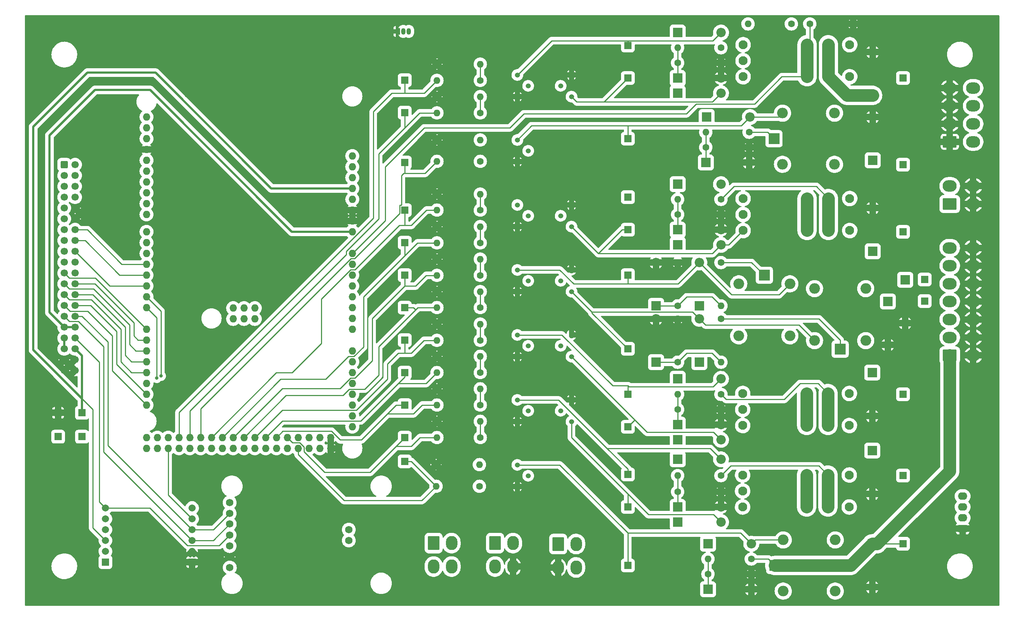
<source format=gbl>
%TF.GenerationSoftware,KiCad,Pcbnew,(6.0.8)*%
%TF.CreationDate,2022-12-04T12:12:00-06:00*%
%TF.ProjectId,Actuator Box,41637475-6174-46f7-9220-426f782e6b69,rev?*%
%TF.SameCoordinates,Original*%
%TF.FileFunction,Copper,L2,Bot*%
%TF.FilePolarity,Positive*%
%FSLAX46Y46*%
G04 Gerber Fmt 4.6, Leading zero omitted, Abs format (unit mm)*
G04 Created by KiCad (PCBNEW (6.0.8)) date 2022-12-04 12:12:00*
%MOMM*%
%LPD*%
G01*
G04 APERTURE LIST*
G04 Aperture macros list*
%AMRoundRect*
0 Rectangle with rounded corners*
0 $1 Rounding radius*
0 $2 $3 $4 $5 $6 $7 $8 $9 X,Y pos of 4 corners*
0 Add a 4 corners polygon primitive as box body*
4,1,4,$2,$3,$4,$5,$6,$7,$8,$9,$2,$3,0*
0 Add four circle primitives for the rounded corners*
1,1,$1+$1,$2,$3*
1,1,$1+$1,$4,$5*
1,1,$1+$1,$6,$7*
1,1,$1+$1,$8,$9*
0 Add four rect primitives between the rounded corners*
20,1,$1+$1,$2,$3,$4,$5,0*
20,1,$1+$1,$4,$5,$6,$7,0*
20,1,$1+$1,$6,$7,$8,$9,0*
20,1,$1+$1,$8,$9,$2,$3,0*%
G04 Aperture macros list end*
%TA.AperFunction,ComponentPad*%
%ADD10O,1.727200X1.727200*%
%TD*%
%TA.AperFunction,ComponentPad*%
%ADD11R,2.200000X2.200000*%
%TD*%
%TA.AperFunction,ComponentPad*%
%ADD12O,2.200000X2.200000*%
%TD*%
%TA.AperFunction,ComponentPad*%
%ADD13O,1.200000X1.600000*%
%TD*%
%TA.AperFunction,ComponentPad*%
%ADD14O,1.200000X1.200000*%
%TD*%
%TA.AperFunction,ComponentPad*%
%ADD15C,1.600000*%
%TD*%
%TA.AperFunction,ComponentPad*%
%ADD16O,1.600000X1.600000*%
%TD*%
%TA.AperFunction,ComponentPad*%
%ADD17R,2.500000X2.500000*%
%TD*%
%TA.AperFunction,ComponentPad*%
%ADD18O,2.500000X2.500000*%
%TD*%
%TA.AperFunction,ComponentPad*%
%ADD19R,1.700000X1.700000*%
%TD*%
%TA.AperFunction,ComponentPad*%
%ADD20RoundRect,0.250001X-1.099999X-1.399999X1.099999X-1.399999X1.099999X1.399999X-1.099999X1.399999X0*%
%TD*%
%TA.AperFunction,ComponentPad*%
%ADD21O,2.700000X3.300000*%
%TD*%
%TA.AperFunction,ComponentPad*%
%ADD22RoundRect,0.250001X1.399999X-1.099999X1.399999X1.099999X-1.399999X1.099999X-1.399999X-1.099999X0*%
%TD*%
%TA.AperFunction,ComponentPad*%
%ADD23O,3.300000X2.700000*%
%TD*%
%TA.AperFunction,ComponentPad*%
%ADD24C,2.100000*%
%TD*%
%TA.AperFunction,ComponentPad*%
%ADD25R,1.665000X1.665000*%
%TD*%
%TA.AperFunction,ComponentPad*%
%ADD26C,1.665000*%
%TD*%
%TA.AperFunction,ComponentPad*%
%ADD27RoundRect,0.250000X0.845000X-0.620000X0.845000X0.620000X-0.845000X0.620000X-0.845000X-0.620000X0*%
%TD*%
%TA.AperFunction,ComponentPad*%
%ADD28O,2.190000X1.740000*%
%TD*%
%TA.AperFunction,ComponentPad*%
%ADD29C,1.727200*%
%TD*%
%TA.AperFunction,ComponentPad*%
%ADD30RoundRect,0.250000X-0.600000X-0.600000X0.600000X-0.600000X0.600000X0.600000X-0.600000X0.600000X0*%
%TD*%
%TA.AperFunction,ComponentPad*%
%ADD31C,1.700000*%
%TD*%
%TA.AperFunction,ComponentPad*%
%ADD32R,1.050000X1.500000*%
%TD*%
%TA.AperFunction,ComponentPad*%
%ADD33O,1.050000X1.500000*%
%TD*%
%TA.AperFunction,ViaPad*%
%ADD34C,0.800000*%
%TD*%
%TA.AperFunction,Conductor*%
%ADD35C,0.250000*%
%TD*%
%TA.AperFunction,Conductor*%
%ADD36C,0.500000*%
%TD*%
%TA.AperFunction,Conductor*%
%ADD37C,3.000000*%
%TD*%
G04 APERTURE END LIST*
D10*
%TO.P,XA1,*%
%TO.N,*%
X140120500Y-96750000D03*
%TO.P,XA1,3V3,3.3V*%
%TO.N,+3V3*%
X140120500Y-104370000D03*
%TO.P,XA1,5V1,5V*%
%TO.N,+5V*%
X140120500Y-106910000D03*
%TO.P,XA1,5V2,SPI_5V*%
%TO.N,unconnected-(XA1-Pad5V2)*%
X112180500Y-134977000D03*
%TO.P,XA1,5V3,5V*%
%TO.N,+5V*%
X91860500Y-162790000D03*
%TO.P,XA1,5V4,5V*%
X91860500Y-165330000D03*
%TO.P,XA1,A0,A0*%
%TO.N,Igniter Resistance Measurement*%
X140120500Y-119610000D03*
%TO.P,XA1,A1,A1*%
%TO.N,Igniter Voltage Check*%
X140120500Y-122150000D03*
%TO.P,XA1,A2,A2*%
%TO.N,Supply Fill Voltage Check*%
X140120500Y-124690000D03*
%TO.P,XA1,A3,A3*%
%TO.N,Supply Vent Voltage Check*%
X140120500Y-127230000D03*
%TO.P,XA1,A4,A4*%
%TO.N,A4*%
X140120500Y-129770000D03*
%TO.P,XA1,A5,A5*%
%TO.N,A5*%
X140120500Y-132310000D03*
%TO.P,XA1,A6,A6*%
%TO.N,Run Vent ON Voltage Check*%
X140120500Y-134850000D03*
%TO.P,XA1,A7,A7*%
%TO.N,A7*%
X140120500Y-137390000D03*
%TO.P,XA1,A8,A8*%
%TO.N,A8*%
X140120500Y-142470000D03*
%TO.P,XA1,A9,A9*%
%TO.N,A9*%
X140120500Y-145010000D03*
%TO.P,XA1,A10,A10*%
%TO.N,A10*%
X140120500Y-147550000D03*
%TO.P,XA1,A11,A11*%
%TO.N,A11*%
X140120500Y-150090000D03*
%TO.P,XA1,A12,A12*%
%TO.N,Run Vent OFF Voltage Check*%
X140120500Y-152630000D03*
%TO.P,XA1,A13,A13*%
%TO.N,Spare 1 Voltage Check*%
X140120500Y-155170000D03*
%TO.P,XA1,A14,A14*%
%TO.N,Spare 2 Voltage Check*%
X140120500Y-157710000D03*
%TO.P,XA1,A15,A15*%
%TO.N,Spare 3 Voltage Check*%
X140120500Y-160250000D03*
%TO.P,XA1,AREF,AREF*%
%TO.N,unconnected-(XA1-PadAREF)*%
X91860500Y-92686000D03*
%TO.P,XA1,D0,D0_RX0*%
%TO.N,D0*%
X91860500Y-132310000D03*
%TO.P,XA1,D1,D1_TX0*%
%TO.N,D1*%
X91860500Y-129770000D03*
%TO.P,XA1,D2,D2_INT0*%
%TO.N,D2*%
X91860500Y-127230000D03*
%TO.P,XA1,D3,D3_INT1*%
%TO.N,D3*%
X91860500Y-124690000D03*
%TO.P,XA1,D4,D4*%
%TO.N,D4*%
X91860500Y-122150000D03*
%TO.P,XA1,D5,D5*%
%TO.N,D5*%
X91860500Y-119610000D03*
%TO.P,XA1,D6,D6*%
%TO.N,D6*%
X91860500Y-117070000D03*
%TO.P,XA1,D7,D7*%
%TO.N,D7*%
X91860500Y-114530000D03*
%TO.P,XA1,D8,D8*%
%TO.N,D8*%
X91860500Y-110466000D03*
%TO.P,XA1,D9,D9*%
%TO.N,D9*%
X91860500Y-107926000D03*
%TO.P,XA1,D10,D10*%
%TO.N,D10*%
X91860500Y-105386000D03*
%TO.P,XA1,D11,D11*%
%TO.N,D11*%
X91860500Y-102846000D03*
%TO.P,XA1,D12,D12*%
%TO.N,D12*%
X91860500Y-100306000D03*
%TO.P,XA1,D13,D13*%
%TO.N,Temp Sensor*%
X91860500Y-97766000D03*
%TO.P,XA1,D14,D14_TX3*%
%TO.N,D14*%
X91860500Y-137390000D03*
%TO.P,XA1,D15,D15_RX3*%
%TO.N,D15*%
X91860500Y-139930000D03*
%TO.P,XA1,D16,D16_TX2*%
%TO.N,D16*%
X91860500Y-142470000D03*
%TO.P,XA1,D17,D17_RX2*%
%TO.N,D17*%
X91860500Y-145010000D03*
%TO.P,XA1,D18,D18_TX1*%
%TO.N,D18*%
X91860500Y-147550000D03*
%TO.P,XA1,D19,D19_RX1*%
%TO.N,D19*%
X91860500Y-150090000D03*
%TO.P,XA1,D20,D20_SDA*%
%TO.N,SDA*%
X91860500Y-152630000D03*
%TO.P,XA1,D21,D21_SCL*%
%TO.N,SCL*%
X91860500Y-155170000D03*
%TO.P,XA1,D22,D22*%
%TO.N,unconnected-(XA1-PadD22)*%
X94400500Y-162790000D03*
%TO.P,XA1,D23,D23*%
%TO.N,unconnected-(XA1-PadD23)*%
X94400500Y-165330000D03*
%TO.P,XA1,D24,D24*%
%TO.N,unconnected-(XA1-PadD24)*%
X96940500Y-162790000D03*
%TO.P,XA1,D25,D25*%
%TO.N,Ethernet CS*%
X96940500Y-165330000D03*
%TO.P,XA1,D26,D26*%
%TO.N,Igniter CMD ON*%
X99480500Y-162790000D03*
%TO.P,XA1,D27,D27*%
X99480500Y-165330000D03*
%TO.P,XA1,D28,D28*%
%TO.N,Igniter CMD OFF*%
X102020500Y-162790000D03*
%TO.P,XA1,D29,D29*%
X102020500Y-165330000D03*
%TO.P,XA1,D30,D30*%
%TO.N,Supply Fill CMD*%
X104560500Y-162790000D03*
%TO.P,XA1,D31,D31*%
X104560500Y-165330000D03*
%TO.P,XA1,D32,D32*%
%TO.N,Supply Vent CMD ON*%
X107100500Y-162790000D03*
%TO.P,XA1,D33,D33*%
X107100500Y-165330000D03*
%TO.P,XA1,D34,D34*%
%TO.N,Supply Vent CMD OFF*%
X109640500Y-162790000D03*
%TO.P,XA1,D35,D35*%
X109640500Y-165330000D03*
%TO.P,XA1,D36,D36*%
%TO.N,Run Vent CMD ON*%
X112180500Y-162790000D03*
%TO.P,XA1,D37,D37*%
X112180500Y-165330000D03*
%TO.P,XA1,D38,D38*%
%TO.N,Run Vent CMD OFF*%
X114720500Y-162790000D03*
%TO.P,XA1,D39,D39*%
X114720500Y-165330000D03*
%TO.P,XA1,D40,D40*%
%TO.N,Spare 1 CMD ON*%
X117260500Y-162790000D03*
%TO.P,XA1,D41,D41*%
X117260500Y-165330000D03*
%TO.P,XA1,D42,D42*%
%TO.N,Spare 1 CMD OFF*%
X119800500Y-162790000D03*
%TO.P,XA1,D43,D43*%
X119800500Y-165330000D03*
%TO.P,XA1,D44,D44*%
%TO.N,Spare 2 CMD ON*%
X122340500Y-162790000D03*
%TO.P,XA1,D45,D45*%
X122340500Y-165330000D03*
%TO.P,XA1,D46,D46*%
%TO.N,Spare 2 CMD OFF*%
X124880500Y-162790000D03*
%TO.P,XA1,D47,D47*%
X124880500Y-165330000D03*
%TO.P,XA1,D48,D48*%
%TO.N,Spare 3 CMD*%
X127420500Y-162790000D03*
%TO.P,XA1,D49,D49*%
X127420500Y-165330000D03*
%TO.P,XA1,D50,D50*%
%TO.N,MISO*%
X129960500Y-162790000D03*
%TO.P,XA1,D51,D51*%
%TO.N,MOSI*%
X129960500Y-165330000D03*
%TO.P,XA1,D52,D52*%
%TO.N,SCK*%
X132500500Y-162790000D03*
%TO.P,XA1,D53,D53_SS*%
%TO.N,CAN CS*%
X132500500Y-165330000D03*
%TO.P,XA1,GND1,GND*%
%TO.N,GND*%
X91860500Y-95226000D03*
%TO.P,XA1,GND2,GND*%
X140120500Y-109450000D03*
%TO.P,XA1,GND3,GND*%
X140120500Y-111990000D03*
%TO.P,XA1,GND4,SPI_GND*%
%TO.N,unconnected-(XA1-PadGND4)*%
X117260500Y-134977000D03*
%TO.P,XA1,GND5,GND*%
%TO.N,GND*%
X135040500Y-162790000D03*
%TO.P,XA1,GND6,GND*%
X135040500Y-165330000D03*
%TO.P,XA1,IORF,IOREF*%
%TO.N,unconnected-(XA1-PadIORF)*%
X140120500Y-99290000D03*
%TO.P,XA1,MISO,SPI_MISO*%
%TO.N,unconnected-(XA1-PadMISO)*%
X112180500Y-132437000D03*
%TO.P,XA1,MOSI,SPI_MOSI*%
%TO.N,unconnected-(XA1-PadMOSI)*%
X114720500Y-134977000D03*
%TO.P,XA1,RST1,RESET*%
%TO.N,unconnected-(XA1-PadRST1)*%
X140120500Y-101830000D03*
%TO.P,XA1,RST2,SPI_RESET*%
%TO.N,unconnected-(XA1-PadRST2)*%
X117260500Y-132437000D03*
%TO.P,XA1,SCK,SPI_SCK*%
%TO.N,unconnected-(XA1-PadSCK)*%
X114720500Y-132437000D03*
%TO.P,XA1,SCL,SCL*%
%TO.N,unconnected-(XA1-PadSCL)*%
X91860500Y-87606000D03*
%TO.P,XA1,SDA,SDA*%
%TO.N,unconnected-(XA1-PadSDA)*%
X91860500Y-90146000D03*
%TO.P,XA1,VIN,VIN*%
%TO.N,+12V*%
X140120500Y-114530000D03*
%TD*%
D11*
%TO.P,D2,1,K*%
%TO.N,Supply Fill Voltage Check*%
X223012000Y-98298000D03*
D12*
%TO.P,D2,2,A*%
%TO.N,GND*%
X233172000Y-98298000D03*
%TD*%
D11*
%TO.P,D31,1,K*%
%TO.N,Run Vent OFF +*%
X265684000Y-130885500D03*
D12*
%TO.P,D31,2,A*%
%TO.N,GND*%
X265684000Y-141045500D03*
%TD*%
D13*
%TO.P,Q7,1,E*%
%TO.N,GND*%
X178816000Y-143800000D03*
D14*
%TO.P,Q7,2,B*%
%TO.N,Net-(Q7-Pad2)*%
X181356000Y-141260000D03*
%TO.P,Q7,3,C*%
%TO.N,Net-(D10-Pad2)*%
X178816000Y-138720000D03*
%TD*%
D15*
%TO.P,R25,1*%
%TO.N,Net-(Q7-Pad2)*%
X170126000Y-139990000D03*
D16*
%TO.P,R25,2*%
%TO.N,Spare 1 CMD ON*%
X159966000Y-139990000D03*
%TD*%
D11*
%TO.P,D30,1,K*%
%TO.N,Run Vent ON Voltage Check*%
X211328000Y-131901500D03*
D12*
%TO.P,D30,2,A*%
%TO.N,GND*%
X211328000Y-121741500D03*
%TD*%
D17*
%TO.P,K11,1*%
%TO.N,Run Vent ON +*%
X236728000Y-124738000D03*
D18*
%TO.P,K11,2*%
%TO.N,+12V*%
X230728000Y-126738000D03*
%TO.P,K11,3*%
X230728000Y-138938000D03*
%TO.P,K11,4*%
%TO.N,unconnected-(K11-Pad4)*%
X242728000Y-138938000D03*
%TO.P,K11,5*%
%TO.N,Net-(D5-Pad2)*%
X242728000Y-126738000D03*
%TD*%
D19*
%TO.P,REF\u002A\u002A,1*%
%TO.N,Net-(D13-Pad2)*%
X204724000Y-179070000D03*
%TD*%
%TO.P,REF\u002A\u002A,1*%
%TO.N,Net-(D23-Pad2)*%
X204724000Y-70866000D03*
%TD*%
D20*
%TO.P,J4,1,Pin_1*%
%TO.N,CANH*%
X159190000Y-187540000D03*
D21*
%TO.P,J4,2,Pin_2*%
X163390000Y-187540000D03*
%TO.P,J4,3,Pin_3*%
%TO.N,CANL*%
X159190000Y-193040000D03*
%TO.P,J4,4,Pin_4*%
X163390000Y-193040000D03*
%TD*%
D22*
%TO.P,J3,1,Pin_1*%
%TO.N,GND*%
X280214000Y-93422000D03*
D23*
%TO.P,J3,2,Pin_2*%
X280214000Y-89222000D03*
%TO.P,J3,3,Pin_3*%
X280214000Y-85022000D03*
%TO.P,J3,4,Pin_4*%
X280214000Y-80822000D03*
%TO.P,J3,5,Pin_5*%
%TO.N,+12V*%
X285714000Y-93422000D03*
%TO.P,J3,6,Pin_6*%
X285714000Y-89222000D03*
%TO.P,J3,7,Pin_7*%
X285714000Y-85022000D03*
%TO.P,J3,8,Pin_8*%
X285714000Y-80822000D03*
%TD*%
D24*
%TO.P,K6,1,COIL_R_-*%
%TO.N,Net-(D13-Pad2)*%
X231648000Y-179070000D03*
%TO.P,K6,2,NC_2*%
%TO.N,Net-(K6-Pad2)*%
X246648000Y-179070000D03*
%TO.P,K6,3,COM_2*%
%TO.N,Spare 2 +*%
X251648000Y-179070000D03*
%TO.P,K6,4,NO_2*%
%TO.N,+12V*%
X256648000Y-179070000D03*
%TO.P,K6,5,NO_1*%
X256648000Y-171570000D03*
%TO.P,K6,6,COM_1*%
%TO.N,Spare 2 +*%
X251648000Y-171570000D03*
%TO.P,K6,7,NC_1*%
%TO.N,Net-(K6-Pad2)*%
X246648000Y-171570000D03*
%TO.P,K6,8,COIL_S_-*%
%TO.N,Net-(D12-Pad2)*%
X231648000Y-171570000D03*
%TO.P,K6,9,COIL_+*%
%TO.N,+12V*%
X231648000Y-175320000D03*
%TD*%
D11*
%TO.P,D26,1,K*%
%TO.N,Igniter +*%
X262128000Y-82550000D03*
D12*
%TO.P,D26,2,A*%
%TO.N,GND*%
X262128000Y-72390000D03*
%TD*%
D15*
%TO.P,R19,1*%
%TO.N,GND*%
X159966000Y-136180000D03*
D16*
%TO.P,R19,2*%
%TO.N,Net-(Q7-Pad2)*%
X170126000Y-136180000D03*
%TD*%
D15*
%TO.P,R28,1*%
%TO.N,Net-(Q12-Pad2)*%
X170126000Y-162790000D03*
D16*
%TO.P,R28,2*%
%TO.N,Spare 2 CMD OFF*%
X159966000Y-162790000D03*
%TD*%
D20*
%TO.P,J6,1,Pin_1*%
%TO.N,D0*%
X188400000Y-187742000D03*
D21*
%TO.P,J6,2,Pin_2*%
%TO.N,D1*%
X192600000Y-187742000D03*
%TO.P,J6,3,Pin_3*%
%TO.N,GND*%
X188400000Y-193242000D03*
%TO.P,J6,4,Pin_4*%
%TO.N,unconnected-(J6-Pad4)*%
X192600000Y-193242000D03*
%TD*%
D19*
%TO.P,REF\u002A\u002A,1*%
%TO.N,Supply Fill CMD*%
X152400000Y-98298000D03*
%TD*%
D13*
%TO.P,Q5,1,E*%
%TO.N,GND*%
X178816000Y-128560000D03*
D14*
%TO.P,Q5,2,B*%
%TO.N,Net-(Q5-Pad2)*%
X181356000Y-126020000D03*
%TO.P,Q5,3,C*%
%TO.N,Net-(D5-Pad2)*%
X178816000Y-123480000D03*
%TD*%
D25*
%TO.P,IC1,A1,GND_1*%
%TO.N,GND*%
X102540000Y-192000000D03*
D26*
%TO.P,IC1,A2,GND_2*%
X102540000Y-189460000D03*
%TO.P,IC1,A3,MOSI*%
%TO.N,MOSI*%
X102540000Y-186920000D03*
%TO.P,IC1,A4,SCLK*%
%TO.N,SCK*%
X102540000Y-184380000D03*
%TO.P,IC1,A5,CS*%
%TO.N,Ethernet CS*%
X102540000Y-181840000D03*
%TO.P,IC1,A6,INT*%
%TO.N,unconnected-(IC1-PadA6)*%
X102540000Y-179300000D03*
D25*
%TO.P,IC1,B1,GND_3*%
%TO.N,unconnected-(IC1-PadB1)*%
X82220000Y-192000000D03*
D26*
%TO.P,IC1,B2,3V3_1*%
%TO.N,+3V3*%
X82220000Y-189460000D03*
%TO.P,IC1,B3,3V3_2*%
X82220000Y-186920000D03*
%TO.P,IC1,B4,NC*%
%TO.N,unconnected-(IC1-PadB4)*%
X82220000Y-184380000D03*
%TO.P,IC1,B5,RST*%
%TO.N,unconnected-(IC1-PadB5)*%
X82220000Y-181840000D03*
%TO.P,IC1,B6,MISO*%
%TO.N,MISO*%
X82220000Y-179300000D03*
%TD*%
D11*
%TO.P,D17,1,K*%
%TO.N,Spare 2 Voltage Check*%
X216408000Y-179070000D03*
D12*
%TO.P,D17,2,A*%
%TO.N,GND*%
X226568000Y-179070000D03*
%TD*%
D11*
%TO.P,D13,1,K*%
%TO.N,+12V*%
X216408000Y-182626000D03*
D12*
%TO.P,D13,2,A*%
%TO.N,Net-(D13-Pad2)*%
X226568000Y-182626000D03*
%TD*%
D19*
%TO.P,REF\u002A\u002A,1*%
%TO.N,Net-(D11-Pad2)*%
X204724000Y-160274000D03*
%TD*%
%TO.P,REF\u002A\u002A,1*%
%TO.N,Igniter CMD OFF*%
X152400000Y-86614000D03*
%TD*%
%TO.P,REF\u002A\u002A,1*%
%TO.N,+12V*%
X76708000Y-162584000D03*
%TD*%
D15*
%TO.P,R14,1*%
%TO.N,Supply Vent Voltage Check*%
X216408000Y-110490000D03*
D16*
%TO.P,R14,2*%
%TO.N,GND*%
X226568000Y-110490000D03*
%TD*%
D15*
%TO.P,R21,1*%
%TO.N,GND*%
X159966000Y-151360000D03*
D16*
%TO.P,R21,2*%
%TO.N,Net-(Q11-Pad2)*%
X170126000Y-151360000D03*
%TD*%
D11*
%TO.P,D10,1,K*%
%TO.N,+12V*%
X216408000Y-149029000D03*
D12*
%TO.P,D10,2,A*%
%TO.N,Net-(D10-Pad2)*%
X226568000Y-149029000D03*
%TD*%
D15*
%TO.P,R7,1*%
%TO.N,Supply Fill Voltage Check*%
X223012000Y-94742000D03*
D16*
%TO.P,R7,2*%
%TO.N,GND*%
X233172000Y-94742000D03*
%TD*%
D17*
%TO.P,K2,1*%
%TO.N,Supply Fill +*%
X239000500Y-92710000D03*
D18*
%TO.P,K2,2*%
%TO.N,+12V*%
X241000500Y-98710000D03*
%TO.P,K2,3*%
X253200500Y-98710000D03*
%TO.P,K2,4*%
%TO.N,unconnected-(K2-Pad4)*%
X253200500Y-86710000D03*
%TO.P,K2,5*%
%TO.N,Net-(D1-Pad2)*%
X241000500Y-86710000D03*
%TD*%
D15*
%TO.P,R13,1*%
%TO.N,GND*%
X159766000Y-169140000D03*
D16*
%TO.P,R13,2*%
%TO.N,Net-(Q2-Pad2)*%
X169926000Y-169140000D03*
%TD*%
D19*
%TO.P,REF\u002A\u002A,1*%
%TO.N,Supply Vent +*%
X269240000Y-114554000D03*
%TD*%
D11*
%TO.P,D29,1,K*%
%TO.N,Run Vent OFF Voltage Check*%
X211328000Y-145109500D03*
D12*
%TO.P,D29,2,A*%
%TO.N,GND*%
X211328000Y-134949500D03*
%TD*%
D15*
%TO.P,R22,1*%
%TO.N,GND*%
X159966000Y-158980000D03*
D16*
%TO.P,R22,2*%
%TO.N,Net-(Q12-Pad2)*%
X170126000Y-158980000D03*
%TD*%
D24*
%TO.P,K5,1,COIL_R_-*%
%TO.N,Net-(D11-Pad2)*%
X231670000Y-159960000D03*
%TO.P,K5,2,NC_2*%
%TO.N,Net-(K5-Pad2)*%
X246670000Y-159960000D03*
%TO.P,K5,3,COM_2*%
%TO.N,Spare 1 +*%
X251670000Y-159960000D03*
%TO.P,K5,4,NO_2*%
%TO.N,+12V*%
X256670000Y-159960000D03*
%TO.P,K5,5,NO_1*%
X256670000Y-152460000D03*
%TO.P,K5,6,COM_1*%
%TO.N,Spare 1 +*%
X251670000Y-152460000D03*
%TO.P,K5,7,NC_1*%
%TO.N,Net-(K5-Pad2)*%
X246670000Y-152460000D03*
%TO.P,K5,8,COIL_S_-*%
%TO.N,Net-(D10-Pad2)*%
X231670000Y-152460000D03*
%TO.P,K5,9,COIL_+*%
%TO.N,+12V*%
X231670000Y-156210000D03*
%TD*%
D15*
%TO.P,R5,1*%
%TO.N,GND*%
X159966000Y-120940000D03*
D16*
%TO.P,R5,2*%
%TO.N,Net-(Q5-Pad2)*%
X170126000Y-120940000D03*
%TD*%
D15*
%TO.P,R47,1*%
%TO.N,Run Vent OFF +*%
X226568000Y-134949500D03*
D16*
%TO.P,R47,2*%
%TO.N,Run Vent OFF Voltage Check*%
X226568000Y-145109500D03*
%TD*%
D11*
%TO.P,D16,1,K*%
%TO.N,Spare 1 Voltage Check*%
X216408000Y-159766000D03*
D12*
%TO.P,D16,2,A*%
%TO.N,GND*%
X226568000Y-159766000D03*
%TD*%
D13*
%TO.P,Q6,1,E*%
%TO.N,GND*%
X191516000Y-123480000D03*
D14*
%TO.P,Q6,2,B*%
%TO.N,Net-(Q6-Pad2)*%
X188976000Y-126020000D03*
%TO.P,Q6,3,C*%
%TO.N,Net-(D6-Pad2)*%
X191516000Y-128560000D03*
%TD*%
D11*
%TO.P,D20,1,K*%
%TO.N,Spare 1 +*%
X262023000Y-147574000D03*
D12*
%TO.P,D20,2,A*%
%TO.N,GND*%
X262023000Y-157734000D03*
%TD*%
D15*
%TO.P,R10,1*%
%TO.N,Net-(Q4-Pad2)*%
X170126000Y-117130000D03*
D16*
%TO.P,R10,2*%
%TO.N,Supply Vent CMD OFF*%
X159966000Y-117130000D03*
%TD*%
D11*
%TO.P,D1,1,K*%
%TO.N,+12V*%
X223204000Y-87621500D03*
D12*
%TO.P,D1,2,A*%
%TO.N,Net-(D1-Pad2)*%
X233364000Y-87621500D03*
%TD*%
D19*
%TO.P,REF\u002A\u002A,1*%
%TO.N,Net-(D4-Pad2)*%
X204724000Y-114046000D03*
%TD*%
D11*
%TO.P,D25,1,K*%
%TO.N,Igniter Voltage Check*%
X216408000Y-78486000D03*
D12*
%TO.P,D25,2,A*%
%TO.N,GND*%
X226568000Y-78486000D03*
%TD*%
D11*
%TO.P,D8,1,K*%
%TO.N,Supply Vent Voltage Check*%
X216408000Y-114046000D03*
D12*
%TO.P,D8,2,A*%
%TO.N,GND*%
X226568000Y-114046000D03*
%TD*%
D15*
%TO.P,R6,1*%
%TO.N,GND*%
X159966000Y-128560000D03*
D16*
%TO.P,R6,2*%
%TO.N,Net-(Q6-Pad2)*%
X170126000Y-128560000D03*
%TD*%
D22*
%TO.P,J7,1,Pin_1*%
%TO.N,Igniter +*%
X280214000Y-108018000D03*
D23*
%TO.P,J7,2,Pin_2*%
X280214000Y-103818000D03*
%TO.P,J7,3,Pin_3*%
%TO.N,GND*%
X285714000Y-108018000D03*
%TO.P,J7,4,Pin_4*%
X285714000Y-103818000D03*
%TD*%
D15*
%TO.P,R41,1*%
%TO.N,Igniter +*%
X226568000Y-71374000D03*
D16*
%TO.P,R41,2*%
%TO.N,Igniter Voltage Check*%
X216408000Y-71374000D03*
%TD*%
D13*
%TO.P,Q4,1,E*%
%TO.N,GND*%
X191516000Y-108240000D03*
D14*
%TO.P,Q4,2,B*%
%TO.N,Net-(Q4-Pad2)*%
X188976000Y-110780000D03*
%TO.P,Q4,3,C*%
%TO.N,Net-(D4-Pad2)*%
X191516000Y-113320000D03*
%TD*%
D19*
%TO.P,REF\u002A\u002A,1*%
%TO.N,Net-(D10-Pad2)*%
X204724000Y-152654000D03*
%TD*%
D13*
%TO.P,Q3,1,E*%
%TO.N,GND*%
X178816000Y-113320000D03*
D14*
%TO.P,Q3,2,B*%
%TO.N,Net-(Q3-Pad2)*%
X181356000Y-110780000D03*
%TO.P,Q3,3,C*%
%TO.N,Net-(D3-Pad2)*%
X178816000Y-108240000D03*
%TD*%
D19*
%TO.P,REF\u002A\u002A,1*%
%TO.N,Net-(D3-Pad2)*%
X204724000Y-106426000D03*
%TD*%
%TO.P,REF\u002A\u002A,1*%
%TO.N,Net-(D5-Pad2)*%
X204724000Y-124714000D03*
%TD*%
%TO.P,REF\u002A\u002A,1*%
%TO.N,Spare 1 CMD OFF*%
X152400000Y-147574000D03*
%TD*%
%TO.P,REF\u002A\u002A,1*%
%TO.N,Supply Vent CMD OFF*%
X152400000Y-117094000D03*
%TD*%
D11*
%TO.P,D7,1,K*%
%TO.N,Supply Vent +*%
X262128000Y-119126000D03*
D12*
%TO.P,D7,2,A*%
%TO.N,GND*%
X262128000Y-108966000D03*
%TD*%
D19*
%TO.P,REF\u002A\u002A,1*%
%TO.N,Net-(D12-Pad2)*%
X204724000Y-171450000D03*
%TD*%
D22*
%TO.P,J2,1,Pin_1*%
%TO.N,Spare 3 +*%
X280214000Y-143510000D03*
D23*
%TO.P,J2,2,Pin_2*%
%TO.N,Spare 2 +*%
X280214000Y-139310000D03*
%TO.P,J2,3,Pin_3*%
%TO.N,Spare 1 +*%
X280214000Y-135110000D03*
%TO.P,J2,4,Pin_4*%
%TO.N,Run Vent OFF +*%
X280214000Y-130910000D03*
%TO.P,J2,5,Pin_5*%
%TO.N,Run Vent ON +*%
X280214000Y-126710000D03*
%TO.P,J2,6,Pin_6*%
%TO.N,Supply Vent +*%
X280214000Y-122510000D03*
%TO.P,J2,7,Pin_7*%
%TO.N,Supply Fill +*%
X280214000Y-118310000D03*
%TO.P,J2,8,Pin_8*%
%TO.N,GND*%
X285714000Y-143510000D03*
%TO.P,J2,9,Pin_9*%
X285714000Y-139310000D03*
%TO.P,J2,10,Pin_10*%
X285714000Y-135110000D03*
%TO.P,J2,11,Pin_11*%
X285714000Y-130910000D03*
%TO.P,J2,12,Pin_12*%
X285714000Y-126710000D03*
%TO.P,J2,13,Pin_13*%
X285714000Y-122510000D03*
%TO.P,J2,14,Pin_14*%
X285714000Y-118310000D03*
%TD*%
D13*
%TO.P,Q12,1,E*%
%TO.N,GND*%
X191516000Y-153960000D03*
D14*
%TO.P,Q12,2,B*%
%TO.N,Net-(Q12-Pad2)*%
X188976000Y-156500000D03*
%TO.P,Q12,3,C*%
%TO.N,Net-(D13-Pad2)*%
X191516000Y-159040000D03*
%TD*%
D15*
%TO.P,R12,1*%
%TO.N,Net-(Q6-Pad2)*%
X170126000Y-132310000D03*
D16*
%TO.P,R12,2*%
%TO.N,Run Vent CMD OFF*%
X159966000Y-132310000D03*
%TD*%
D15*
%TO.P,R16,1*%
%TO.N,Net-(Q2-Pad2)*%
X169926000Y-174220000D03*
D16*
%TO.P,R16,2*%
%TO.N,Spare 3 CMD*%
X159766000Y-174220000D03*
%TD*%
D15*
%TO.P,R43,1*%
%TO.N,Spare 2 +*%
X226568000Y-171704000D03*
D16*
%TO.P,R43,2*%
%TO.N,Spare 2 Voltage Check*%
X216408000Y-171704000D03*
%TD*%
D15*
%TO.P,R42,1*%
%TO.N,Spare 1 +*%
X226568000Y-152654000D03*
D16*
%TO.P,R42,2*%
%TO.N,Spare 1 Voltage Check*%
X216408000Y-152654000D03*
%TD*%
D19*
%TO.P,REF\u002A\u002A,1*%
%TO.N,Run Vent ON +*%
X274320000Y-125730000D03*
%TD*%
%TO.P,REF\u002A\u002A,1*%
%TO.N,+3V3*%
X76708000Y-156996000D03*
%TD*%
D11*
%TO.P,D12,1,K*%
%TO.N,+12V*%
X216408000Y-167894000D03*
D12*
%TO.P,D12,2,A*%
%TO.N,Net-(D12-Pad2)*%
X226568000Y-167894000D03*
%TD*%
D11*
%TO.P,D24,1,K*%
%TO.N,+12V*%
X216408000Y-82042000D03*
D12*
%TO.P,D24,2,A*%
%TO.N,Net-(D24-Pad2)*%
X226568000Y-82042000D03*
%TD*%
D15*
%TO.P,R23,1*%
%TO.N,Spare 3 Voltage Check*%
X223520000Y-194818000D03*
D16*
%TO.P,R23,2*%
%TO.N,GND*%
X233680000Y-194818000D03*
%TD*%
D19*
%TO.P,REF\u002A\u002A,1*%
%TO.N,Igniter CMD ON*%
X152400000Y-78994000D03*
%TD*%
%TO.P,REF\u002A\u002A,1*%
%TO.N,Supply Vent CMD ON*%
X152400000Y-109474000D03*
%TD*%
D27*
%TO.P,M1,1,-*%
%TO.N,GND*%
X283230000Y-184150000D03*
D28*
%TO.P,M1,2,+*%
%TO.N,+12V*%
X283230000Y-181610000D03*
%TO.P,M1,3,Tacho*%
%TO.N,unconnected-(M1-Pad3)*%
X283230000Y-179070000D03*
%TO.P,M1,4,PWM*%
%TO.N,unconnected-(M1-Pad4)*%
X283230000Y-176530000D03*
%TD*%
D15*
%TO.P,R45,1*%
%TO.N,Run Vent OFF Voltage Check*%
X216408000Y-145109500D03*
D16*
%TO.P,R45,2*%
%TO.N,GND*%
X216408000Y-134949500D03*
%TD*%
D19*
%TO.P,REF\u002A\u002A,1*%
%TO.N,Net-(D1-Pad2)*%
X204724000Y-92710000D03*
%TD*%
D15*
%TO.P,R9,1*%
%TO.N,Net-(Q3-Pad2)*%
X170126000Y-109450000D03*
D16*
%TO.P,R9,2*%
%TO.N,Supply Vent CMD ON*%
X159966000Y-109450000D03*
%TD*%
D19*
%TO.P,REF\u002A\u002A,1*%
%TO.N,Spare 3 +*%
X269240000Y-187706000D03*
%TD*%
D15*
%TO.P,R2,1*%
%TO.N,Net-(Q1-Pad2)*%
X170126000Y-98020000D03*
D16*
%TO.P,R2,2*%
%TO.N,Supply Fill CMD*%
X159966000Y-98020000D03*
%TD*%
D15*
%TO.P,R36,1*%
%TO.N,Net-(Q9-Pad2)*%
X170126000Y-79030000D03*
D16*
%TO.P,R36,2*%
%TO.N,Igniter CMD ON*%
X159966000Y-79030000D03*
%TD*%
D13*
%TO.P,Q2,1,E*%
%TO.N,GND*%
X178816000Y-174280000D03*
D14*
%TO.P,Q2,2,B*%
%TO.N,Net-(Q2-Pad2)*%
X181356000Y-171740000D03*
%TO.P,Q2,3,C*%
%TO.N,Net-(D18-Pad2)*%
X178816000Y-169200000D03*
%TD*%
D11*
%TO.P,D4,1,K*%
%TO.N,+12V*%
X216408000Y-117602000D03*
D12*
%TO.P,D4,2,A*%
%TO.N,Net-(D4-Pad2)*%
X226568000Y-117602000D03*
%TD*%
D15*
%TO.P,R20,1*%
%TO.N,GND*%
X159966000Y-143740000D03*
D16*
%TO.P,R20,2*%
%TO.N,Net-(Q8-Pad2)*%
X170126000Y-143740000D03*
%TD*%
D11*
%TO.P,D15,1,K*%
%TO.N,Supply Fill +*%
X262128000Y-97790000D03*
D12*
%TO.P,D15,2,A*%
%TO.N,GND*%
X262128000Y-87630000D03*
%TD*%
D15*
%TO.P,R4,1*%
%TO.N,GND*%
X159966000Y-113320000D03*
D16*
%TO.P,R4,2*%
%TO.N,Net-(Q4-Pad2)*%
X170126000Y-113320000D03*
%TD*%
D11*
%TO.P,D21,1,K*%
%TO.N,Spare 2 +*%
X262023000Y-165862000D03*
D12*
%TO.P,D21,2,A*%
%TO.N,GND*%
X262023000Y-176022000D03*
%TD*%
D15*
%TO.P,R11,1*%
%TO.N,Net-(Q5-Pad2)*%
X170126000Y-124750000D03*
D16*
%TO.P,R11,2*%
%TO.N,Run Vent CMD ON*%
X159966000Y-124750000D03*
%TD*%
D15*
%TO.P,R38,1*%
%TO.N,Igniter Resistance Measurement*%
X243078000Y-65786000D03*
D16*
%TO.P,R38,2*%
%TO.N,+3V3*%
X232918000Y-65786000D03*
%TD*%
D13*
%TO.P,Q8,1,E*%
%TO.N,GND*%
X191516000Y-138720000D03*
D14*
%TO.P,Q8,2,B*%
%TO.N,Net-(Q8-Pad2)*%
X188976000Y-141260000D03*
%TO.P,Q8,3,C*%
%TO.N,Net-(D11-Pad2)*%
X191516000Y-143800000D03*
%TD*%
D11*
%TO.P,D11,1,K*%
%TO.N,+12V*%
X216408000Y-163322000D03*
D12*
%TO.P,D11,2,A*%
%TO.N,Net-(D11-Pad2)*%
X226568000Y-163322000D03*
%TD*%
D11*
%TO.P,D23,1,K*%
%TO.N,+12V*%
X216408000Y-67818000D03*
D12*
%TO.P,D23,2,A*%
%TO.N,Net-(D23-Pad2)*%
X226568000Y-67818000D03*
%TD*%
D19*
%TO.P,REF\u002A\u002A,1*%
%TO.N,Supply Fill +*%
X269240000Y-98806000D03*
%TD*%
D15*
%TO.P,R32,1*%
%TO.N,Spare 2 Voltage Check*%
X216408000Y-175514000D03*
D16*
%TO.P,R32,2*%
%TO.N,GND*%
X226568000Y-175514000D03*
%TD*%
D15*
%TO.P,R34,1*%
%TO.N,GND*%
X159966000Y-75220000D03*
D16*
%TO.P,R34,2*%
%TO.N,Net-(Q9-Pad2)*%
X170126000Y-75220000D03*
%TD*%
D24*
%TO.P,K3,1,COIL_R_-*%
%TO.N,Net-(D4-Pad2)*%
X231753000Y-114240000D03*
%TO.P,K3,2,NC_2*%
%TO.N,Net-(K3-Pad2)*%
X246753000Y-114240000D03*
%TO.P,K3,3,COM_2*%
%TO.N,Supply Vent +*%
X251753000Y-114240000D03*
%TO.P,K3,4,NO_2*%
%TO.N,+12V*%
X256753000Y-114240000D03*
%TO.P,K3,5,NO_1*%
X256753000Y-106740000D03*
%TO.P,K3,6,COM_1*%
%TO.N,Supply Vent +*%
X251753000Y-106740000D03*
%TO.P,K3,7,NC_1*%
%TO.N,Net-(K3-Pad2)*%
X246753000Y-106740000D03*
%TO.P,K3,8,COIL_S_-*%
%TO.N,Net-(D3-Pad2)*%
X231753000Y-106740000D03*
%TO.P,K3,9,COIL_+*%
%TO.N,+12V*%
X231753000Y-110490000D03*
%TD*%
D15*
%TO.P,R40,1*%
%TO.N,Igniter Voltage Check*%
X216408000Y-74930000D03*
D16*
%TO.P,R40,2*%
%TO.N,GND*%
X226568000Y-74930000D03*
%TD*%
D15*
%TO.P,R3,1*%
%TO.N,GND*%
X159966000Y-105700000D03*
D16*
%TO.P,R3,2*%
%TO.N,Net-(Q3-Pad2)*%
X170126000Y-105700000D03*
%TD*%
D19*
%TO.P,REF\u002A\u002A,1*%
%TO.N,Run Vent CMD OFF*%
X152400000Y-132334000D03*
%TD*%
D24*
%TO.P,K1,1,COIL_R_-*%
%TO.N,Net-(D24-Pad2)*%
X231753000Y-78172000D03*
%TO.P,K1,2,NC_2*%
%TO.N,Igniter Resistance Measurement*%
X246753000Y-78172000D03*
%TO.P,K1,3,COM_2*%
%TO.N,Igniter +*%
X251753000Y-78172000D03*
%TO.P,K1,4,NO_2*%
%TO.N,+12V*%
X256753000Y-78172000D03*
%TO.P,K1,5,NO_1*%
X256753000Y-70672000D03*
%TO.P,K1,6,COM_1*%
%TO.N,Igniter +*%
X251753000Y-70672000D03*
%TO.P,K1,7,NC_1*%
%TO.N,Igniter Resistance Measurement*%
X246753000Y-70672000D03*
%TO.P,K1,8,COIL_S_-*%
%TO.N,Net-(D23-Pad2)*%
X231753000Y-70672000D03*
%TO.P,K1,9,COIL_+*%
%TO.N,+12V*%
X231753000Y-74422000D03*
%TD*%
D15*
%TO.P,R17,1*%
%TO.N,Supply Vent +*%
X226568000Y-106934000D03*
D16*
%TO.P,R17,2*%
%TO.N,Supply Vent Voltage Check*%
X216408000Y-106934000D03*
%TD*%
D19*
%TO.P,REF\u002A\u002A,1*%
%TO.N,Run Vent OFF +*%
X274320000Y-130810000D03*
%TD*%
%TO.P,REF\u002A\u002A,1*%
%TO.N,Net-(D18-Pad2)*%
X204724000Y-192786000D03*
%TD*%
%TO.P,REF\u002A\u002A,1*%
%TO.N,Spare 2 CMD OFF*%
X152400000Y-162814000D03*
%TD*%
D15*
%TO.P,R27,1*%
%TO.N,Net-(Q11-Pad2)*%
X170126000Y-155170000D03*
D16*
%TO.P,R27,2*%
%TO.N,Spare 2 CMD ON*%
X159966000Y-155170000D03*
%TD*%
D11*
%TO.P,D5,1,K*%
%TO.N,+12V*%
X221488000Y-131901500D03*
D12*
%TO.P,D5,2,A*%
%TO.N,Net-(D5-Pad2)*%
X221488000Y-121741500D03*
%TD*%
D19*
%TO.P,REF\u002A\u002A,1*%
%TO.N,+5V*%
X71120000Y-162584000D03*
%TD*%
D11*
%TO.P,D19,1,K*%
%TO.N,Spare 3 Voltage Check*%
X223520000Y-198374000D03*
D12*
%TO.P,D19,2,A*%
%TO.N,GND*%
X233680000Y-198374000D03*
%TD*%
D19*
%TO.P,REF\u002A\u002A,1*%
%TO.N,Net-(D6-Pad2)*%
X204724000Y-141986000D03*
%TD*%
D13*
%TO.P,Q10,1,E*%
%TO.N,GND*%
X191516000Y-77760000D03*
D14*
%TO.P,Q10,2,B*%
%TO.N,Net-(Q10-Pad2)*%
X188976000Y-80300000D03*
%TO.P,Q10,3,C*%
%TO.N,Net-(D24-Pad2)*%
X191516000Y-82840000D03*
%TD*%
D19*
%TO.P,REF\u002A\u002A,1*%
%TO.N,Net-(D24-Pad2)*%
X204724000Y-78486000D03*
%TD*%
D15*
%TO.P,R8,1*%
%TO.N,Supply Fill +*%
X233172000Y-91186000D03*
D16*
%TO.P,R8,2*%
%TO.N,Supply Fill Voltage Check*%
X223012000Y-91186000D03*
%TD*%
D19*
%TO.P,REF\u002A\u002A,1*%
%TO.N,Igniter +*%
X269240000Y-78486000D03*
%TD*%
%TO.P,REF\u002A\u002A,1*%
%TO.N,Spare 2 +*%
X269240000Y-171704000D03*
%TD*%
D29*
%TO.P,CM1,1,VCC*%
%TO.N,+5V*%
X111390978Y-193279957D03*
%TO.P,CM1,2,GND*%
%TO.N,GND*%
X111359022Y-190730000D03*
%TO.P,CM1,3,CS*%
%TO.N,CAN CS*%
X111343754Y-188222945D03*
%TO.P,CM1,4,MISO*%
%TO.N,MISO*%
X111343754Y-185682945D03*
%TO.P,CM1,5,MOSI*%
%TO.N,MOSI*%
X111374290Y-183077055D03*
%TO.P,CM1,6,SCK*%
%TO.N,SCK*%
X111359022Y-180570000D03*
%TO.P,CM1,7,INT*%
%TO.N,unconnected-(CM1-Pad7)*%
X111359022Y-178030000D03*
%TO.P,CM1,8,CANL*%
%TO.N,CANL*%
X139299022Y-186920000D03*
%TO.P,CM1,9,CANH*%
%TO.N,CANH*%
X139299022Y-184380000D03*
%TD*%
D13*
%TO.P,Q11,1,E*%
%TO.N,GND*%
X178816000Y-159040000D03*
D14*
%TO.P,Q11,2,B*%
%TO.N,Net-(Q11-Pad2)*%
X181356000Y-156500000D03*
%TO.P,Q11,3,C*%
%TO.N,Net-(D12-Pad2)*%
X178816000Y-153960000D03*
%TD*%
D15*
%TO.P,R35,1*%
%TO.N,GND*%
X159966000Y-82840000D03*
D16*
%TO.P,R35,2*%
%TO.N,Net-(Q10-Pad2)*%
X170126000Y-82840000D03*
%TD*%
D19*
%TO.P,REF\u002A\u002A,1*%
%TO.N,Spare 1 CMD ON*%
X152400000Y-139954000D03*
%TD*%
%TO.P,REF\u002A\u002A,1*%
%TO.N,GND*%
X71120000Y-156996000D03*
%TD*%
D11*
%TO.P,D32,1,K*%
%TO.N,Run Vent ON +*%
X269748000Y-125805500D03*
D12*
%TO.P,D32,2,A*%
%TO.N,GND*%
X269748000Y-135965500D03*
%TD*%
D15*
%TO.P,R31,1*%
%TO.N,Spare 1 Voltage Check*%
X216408000Y-156210000D03*
D16*
%TO.P,R31,2*%
%TO.N,GND*%
X226568000Y-156210000D03*
%TD*%
D19*
%TO.P,REF\u002A\u002A,1*%
%TO.N,Spare 2 CMD ON*%
X152400000Y-155194000D03*
%TD*%
D15*
%TO.P,R37,1*%
%TO.N,Net-(Q10-Pad2)*%
X170126000Y-86650000D03*
D16*
%TO.P,R37,2*%
%TO.N,Igniter CMD OFF*%
X159966000Y-86650000D03*
%TD*%
D15*
%TO.P,R46,1*%
%TO.N,Run Vent ON Voltage Check*%
X216408000Y-131901500D03*
D16*
%TO.P,R46,2*%
%TO.N,GND*%
X216408000Y-121741500D03*
%TD*%
D30*
%TO.P,J5,1,Pin_1*%
%TO.N,D11*%
X72568000Y-98806000D03*
D31*
%TO.P,J5,2,Pin_2*%
%TO.N,D12*%
X75108000Y-98806000D03*
%TO.P,J5,3,Pin_3*%
%TO.N,D9*%
X72568000Y-101346000D03*
%TO.P,J5,4,Pin_4*%
%TO.N,D10*%
X75108000Y-101346000D03*
%TO.P,J5,5,Pin_5*%
%TO.N,A4*%
X72568000Y-103886000D03*
%TO.P,J5,6,Pin_6*%
%TO.N,D8*%
X75108000Y-103886000D03*
%TO.P,J5,7,Pin_7*%
%TO.N,D6*%
X72568000Y-106426000D03*
%TO.P,J5,8,Pin_8*%
%TO.N,D7*%
X75108000Y-106426000D03*
%TO.P,J5,9,Pin_9*%
%TO.N,D5*%
X72568000Y-108966000D03*
%TO.P,J5,10,Pin_10*%
%TO.N,GND*%
X75108000Y-108966000D03*
%TO.P,J5,11,Pin_11*%
%TO.N,A5*%
X72568000Y-111506000D03*
%TO.P,J5,12,Pin_12*%
%TO.N,GND*%
X75108000Y-111506000D03*
%TO.P,J5,13,Pin_13*%
%TO.N,A7*%
X72568000Y-114046000D03*
%TO.P,J5,14,Pin_14*%
%TO.N,D4*%
X75108000Y-114046000D03*
%TO.P,J5,15,Pin_15*%
%TO.N,A8*%
X72568000Y-116586000D03*
%TO.P,J5,16,Pin_16*%
%TO.N,D3*%
X75108000Y-116586000D03*
%TO.P,J5,17,Pin_17*%
%TO.N,A9*%
X72568000Y-119126000D03*
%TO.P,J5,18,Pin_18*%
%TO.N,D2*%
X75108000Y-119126000D03*
%TO.P,J5,19,Pin_19*%
%TO.N,unconnected-(J5-Pad19)*%
X72568000Y-121666000D03*
%TO.P,J5,20,Pin_20*%
%TO.N,A10*%
X75108000Y-121666000D03*
%TO.P,J5,21,Pin_21*%
%TO.N,D14*%
X72568000Y-124206000D03*
%TO.P,J5,22,Pin_22*%
%TO.N,A11*%
X75108000Y-124206000D03*
%TO.P,J5,23,Pin_23*%
%TO.N,D16*%
X72568000Y-126746000D03*
%TO.P,J5,24,Pin_24*%
%TO.N,D15*%
X75108000Y-126746000D03*
%TO.P,J5,25,Pin_25*%
%TO.N,D18*%
X72568000Y-129286000D03*
%TO.P,J5,26,Pin_26*%
%TO.N,D17*%
X75108000Y-129286000D03*
%TO.P,J5,27,Pin_27*%
%TO.N,SCL*%
X72568000Y-131826000D03*
%TO.P,J5,28,Pin_28*%
%TO.N,SDA*%
X75108000Y-131826000D03*
%TO.P,J5,29,Pin_29*%
%TO.N,MOSI*%
X72568000Y-134366000D03*
%TO.P,J5,30,Pin_30*%
%TO.N,SCK*%
X75108000Y-134366000D03*
%TO.P,J5,31,Pin_31*%
%TO.N,+12V*%
X72568000Y-136906000D03*
%TO.P,J5,32,Pin_32*%
X75108000Y-136906000D03*
%TO.P,J5,33,Pin_33*%
%TO.N,+5V*%
X72568000Y-139446000D03*
%TO.P,J5,34,Pin_34*%
%TO.N,MISO*%
X75108000Y-139446000D03*
%TO.P,J5,35,Pin_35*%
%TO.N,+5V*%
X72568000Y-141986000D03*
%TO.P,J5,36,Pin_36*%
%TO.N,+3V3*%
X75108000Y-141986000D03*
%TO.P,J5,37,Pin_37*%
%TO.N,GND*%
X72568000Y-144526000D03*
%TO.P,J5,38,Pin_38*%
X75108000Y-144526000D03*
%TO.P,J5,39,Pin_39*%
X72568000Y-147066000D03*
%TO.P,J5,40,Pin_40*%
X75108000Y-147066000D03*
%TD*%
D15*
%TO.P,R26,1*%
%TO.N,Net-(Q8-Pad2)*%
X170126000Y-147550000D03*
D16*
%TO.P,R26,2*%
%TO.N,Spare 1 CMD OFF*%
X159966000Y-147550000D03*
%TD*%
D11*
%TO.P,D3,1,K*%
%TO.N,+12V*%
X216408000Y-103378000D03*
D12*
%TO.P,D3,2,A*%
%TO.N,Net-(D3-Pad2)*%
X226568000Y-103378000D03*
%TD*%
D19*
%TO.P,REF\u002A\u002A,1*%
%TO.N,Spare 1 +*%
X269240000Y-152654000D03*
%TD*%
D15*
%TO.P,R24,1*%
%TO.N,Spare 3 +*%
X233680000Y-191262000D03*
D16*
%TO.P,R24,2*%
%TO.N,Spare 3 Voltage Check*%
X223520000Y-191262000D03*
%TD*%
D19*
%TO.P,REF\u002A\u002A,1*%
%TO.N,Spare 3 CMD*%
X152400000Y-168402000D03*
%TD*%
D11*
%TO.P,D22,1,K*%
%TO.N,Spare 3 +*%
X262023000Y-187706000D03*
D12*
%TO.P,D22,2,A*%
%TO.N,GND*%
X262023000Y-197866000D03*
%TD*%
D11*
%TO.P,D18,1,K*%
%TO.N,+12V*%
X223520000Y-187706000D03*
D12*
%TO.P,D18,2,A*%
%TO.N,Net-(D18-Pad2)*%
X233680000Y-187706000D03*
%TD*%
D20*
%TO.P,J1,1,Pin_1*%
%TO.N,SCL*%
X173600000Y-187540000D03*
D21*
%TO.P,J1,2,Pin_2*%
%TO.N,SDA*%
X177800000Y-187540000D03*
%TO.P,J1,3,Pin_3*%
%TO.N,unconnected-(J1-Pad3)*%
X173600000Y-193040000D03*
%TO.P,J1,4,Pin_4*%
%TO.N,GND*%
X177800000Y-193040000D03*
%TD*%
D32*
%TO.P,U1,1,GND*%
%TO.N,GND*%
X150800000Y-67540000D03*
D33*
%TO.P,U1,2,DQ*%
%TO.N,Temp Sensor*%
X152070000Y-67540000D03*
%TO.P,U1,3,VDD*%
%TO.N,+5V*%
X153340000Y-67540000D03*
%TD*%
D15*
%TO.P,R48,1*%
%TO.N,Run Vent ON +*%
X226568000Y-121741500D03*
D16*
%TO.P,R48,2*%
%TO.N,Run Vent ON Voltage Check*%
X226568000Y-131901500D03*
%TD*%
D15*
%TO.P,R39,1*%
%TO.N,Igniter Resistance Measurement*%
X247396000Y-65786000D03*
D16*
%TO.P,R39,2*%
%TO.N,GND*%
X257556000Y-65786000D03*
%TD*%
D11*
%TO.P,D6,1,K*%
%TO.N,+12V*%
X221488000Y-145109500D03*
D12*
%TO.P,D6,2,A*%
%TO.N,Net-(D6-Pad2)*%
X221488000Y-134949500D03*
%TD*%
D19*
%TO.P,REF\u002A\u002A,1*%
%TO.N,Run Vent CMD ON*%
X152400000Y-124714000D03*
%TD*%
D15*
%TO.P,R1,1*%
%TO.N,GND*%
X159966000Y-93000000D03*
D16*
%TO.P,R1,2*%
%TO.N,Net-(Q1-Pad2)*%
X170126000Y-93000000D03*
%TD*%
D17*
%TO.P,K7,1*%
%TO.N,Spare 3 +*%
X239171500Y-192786000D03*
D18*
%TO.P,K7,2*%
%TO.N,+12V*%
X241171500Y-198786000D03*
%TO.P,K7,3*%
X253371500Y-198786000D03*
%TO.P,K7,4*%
%TO.N,unconnected-(K7-Pad4)*%
X253371500Y-186786000D03*
%TO.P,K7,5*%
%TO.N,Net-(D18-Pad2)*%
X241171500Y-186786000D03*
%TD*%
D17*
%TO.P,K10,1*%
%TO.N,Run Vent OFF +*%
X254508000Y-142061500D03*
D18*
%TO.P,K10,2*%
%TO.N,+12V*%
X260508000Y-140061500D03*
%TO.P,K10,3*%
X260508000Y-127861500D03*
%TO.P,K10,4*%
%TO.N,unconnected-(K10-Pad4)*%
X248508000Y-127861500D03*
%TO.P,K10,5*%
%TO.N,Net-(D6-Pad2)*%
X248508000Y-140061500D03*
%TD*%
D13*
%TO.P,Q9,1,E*%
%TO.N,GND*%
X178816000Y-82840000D03*
D14*
%TO.P,Q9,2,B*%
%TO.N,Net-(Q9-Pad2)*%
X181356000Y-80300000D03*
%TO.P,Q9,3,C*%
%TO.N,Net-(D23-Pad2)*%
X178816000Y-77760000D03*
%TD*%
D13*
%TO.P,Q1,1,E*%
%TO.N,GND*%
X178816000Y-98080000D03*
D14*
%TO.P,Q1,2,B*%
%TO.N,Net-(Q1-Pad2)*%
X181356000Y-95540000D03*
%TO.P,Q1,3,C*%
%TO.N,Net-(D1-Pad2)*%
X178816000Y-93000000D03*
%TD*%
D34*
%TO.N,D0*%
X94234000Y-148844000D03*
%TO.N,D1*%
X95250000Y-148336000D03*
%TD*%
D35*
%TO.N,Supply Fill Voltage Check*%
X223012000Y-98298000D02*
X223012000Y-91186000D01*
%TO.N,Net-(D1-Pad2)*%
X204724000Y-89662000D02*
X231323500Y-89662000D01*
X231323500Y-89662000D02*
X233364000Y-87621500D01*
D36*
%TO.N,+5V*%
X72568000Y-141986000D02*
X72568000Y-139446000D01*
D35*
%TO.N,MISO*%
X111343754Y-185682945D02*
X108939699Y-188087000D01*
X80772000Y-177852000D02*
X80772000Y-145110000D01*
X80772000Y-145110000D02*
X75108000Y-139446000D01*
X101473000Y-188087000D02*
X92686000Y-179300000D01*
X82220000Y-179300000D02*
X80772000Y-177852000D01*
X108939699Y-188087000D02*
X101473000Y-188087000D01*
X92686000Y-179300000D02*
X82220000Y-179300000D01*
%TO.N,MOSI*%
X107531345Y-186920000D02*
X111374290Y-183077055D01*
X81788000Y-166168000D02*
X102540000Y-186920000D01*
X73743000Y-135541000D02*
X75851000Y-135541000D01*
X81788000Y-141478000D02*
X81788000Y-166168000D01*
X72568000Y-134366000D02*
X73743000Y-135541000D01*
X102540000Y-186920000D02*
X107531345Y-186920000D01*
X75851000Y-135541000D02*
X81788000Y-141478000D01*
%TO.N,SCK*%
X76769701Y-134366000D02*
X75108000Y-134366000D01*
X82804000Y-140400299D02*
X76769701Y-134366000D01*
X102540000Y-184380000D02*
X107549022Y-184380000D01*
X102540000Y-184380000D02*
X82804000Y-164644000D01*
X82804000Y-164644000D02*
X82804000Y-140400299D01*
X107549022Y-184380000D02*
X111359022Y-180570000D01*
D36*
%TO.N,+12V*%
X92710000Y-81280000D02*
X125960000Y-114530000D01*
X79756000Y-81280000D02*
X92710000Y-81280000D01*
X125960000Y-114530000D02*
X140120500Y-114530000D01*
X69088000Y-133426000D02*
X69088000Y-91948000D01*
X69088000Y-91948000D02*
X79756000Y-81280000D01*
X72568000Y-136906000D02*
X69088000Y-133426000D01*
X72568000Y-136906000D02*
X75108000Y-136906000D01*
D35*
%TO.N,Net-(D1-Pad2)*%
X240089000Y-87621500D02*
X233364000Y-87621500D01*
X204724000Y-92710000D02*
X204724000Y-89662000D01*
X240089000Y-87621500D02*
X241000500Y-86710000D01*
X178816000Y-93000000D02*
X182154000Y-89662000D01*
X182154000Y-89662000D02*
X204724000Y-89662000D01*
%TO.N,Net-(D4-Pad2)*%
X224536000Y-119634000D02*
X226568000Y-117602000D01*
X197830000Y-119634000D02*
X224536000Y-119634000D01*
X203418000Y-114046000D02*
X204724000Y-114046000D01*
X228391000Y-117602000D02*
X231753000Y-114240000D01*
X191516000Y-113320000D02*
X197830000Y-119634000D01*
X226568000Y-117602000D02*
X228391000Y-117602000D01*
X197830000Y-119634000D02*
X203418000Y-114046000D01*
D37*
%TO.N,Supply Vent +*%
X251753000Y-114240000D02*
X251753000Y-106740000D01*
D35*
X226568000Y-106934000D02*
X229616000Y-103886000D01*
X229616000Y-103886000D02*
X248899000Y-103886000D01*
X248899000Y-103886000D02*
X251753000Y-106740000D01*
%TO.N,Supply Vent Voltage Check*%
X216408000Y-114046000D02*
X216408000Y-106934000D01*
%TO.N,Net-(D10-Pad2)*%
X201168000Y-150622000D02*
X204724000Y-150622000D01*
X178816000Y-138720000D02*
X189266000Y-138720000D01*
X204724000Y-152654000D02*
X204724000Y-150622000D01*
X204724000Y-150622000D02*
X204978000Y-150876000D01*
X224721000Y-150876000D02*
X226568000Y-149029000D01*
X204978000Y-150876000D02*
X224721000Y-150876000D01*
X189266000Y-138720000D02*
X201168000Y-150622000D01*
%TO.N,Net-(D11-Pad2)*%
X206248000Y-158532000D02*
X191516000Y-143800000D01*
X206248000Y-158750000D02*
X206248000Y-158532000D01*
X204724000Y-160274000D02*
X206248000Y-158750000D01*
X224790000Y-161544000D02*
X226568000Y-163322000D01*
X206248000Y-158532000D02*
X209260000Y-161544000D01*
X209260000Y-161544000D02*
X224790000Y-161544000D01*
%TO.N,Net-(D12-Pad2)*%
X224028000Y-165354000D02*
X226568000Y-167894000D01*
X199771537Y-165226463D02*
X199899074Y-165354000D01*
X178816000Y-153960000D02*
X188505074Y-153960000D01*
X188505074Y-153960000D02*
X199771537Y-165226463D01*
X199899074Y-165354000D02*
X224028000Y-165354000D01*
X204724000Y-171450000D02*
X204724000Y-170178926D01*
X204724000Y-170178926D02*
X199771537Y-165226463D01*
%TO.N,Net-(D13-Pad2)*%
X204724000Y-176022000D02*
X203200000Y-174498000D01*
X224790000Y-180848000D02*
X226568000Y-182626000D01*
X203200000Y-174498000D02*
X209550000Y-180848000D01*
X204724000Y-179070000D02*
X204724000Y-176022000D01*
X209550000Y-180848000D02*
X224790000Y-180848000D01*
X191516000Y-162814000D02*
X203200000Y-174498000D01*
X191516000Y-159040000D02*
X191516000Y-162814000D01*
%TO.N,Supply Fill +*%
X233172000Y-91186000D02*
X237476500Y-91186000D01*
X237476500Y-91186000D02*
X239000500Y-92710000D01*
%TO.N,Spare 1 Voltage Check*%
X216408000Y-159766000D02*
X216408000Y-152654000D01*
%TO.N,Spare 2 Voltage Check*%
X216408000Y-179070000D02*
X216408000Y-171704000D01*
%TO.N,Net-(D18-Pad2)*%
X178816000Y-169200000D02*
X188758000Y-169200000D01*
X204724000Y-192786000D02*
X204724000Y-185166000D01*
X188758000Y-169200000D02*
X204724000Y-185166000D01*
X231140000Y-185166000D02*
X233680000Y-187706000D01*
X204724000Y-185166000D02*
X231140000Y-185166000D01*
X234600000Y-186786000D02*
X233680000Y-187706000D01*
X241171500Y-186786000D02*
X234600000Y-186786000D01*
%TO.N,Spare 3 Voltage Check*%
X223520000Y-198374000D02*
X223520000Y-191262000D01*
%TO.N,Spare 1 +*%
X245110000Y-150114000D02*
X249324000Y-150114000D01*
D37*
X251670000Y-159960000D02*
X251670000Y-152460000D01*
D35*
X226568000Y-152654000D02*
X227749000Y-153835000D01*
X241389000Y-153835000D02*
X245110000Y-150114000D01*
X227749000Y-153835000D02*
X241389000Y-153835000D01*
X249324000Y-150114000D02*
X251670000Y-152460000D01*
%TO.N,Spare 2 +*%
X226568000Y-171704000D02*
X228854000Y-169418000D01*
X228854000Y-169418000D02*
X249496000Y-169418000D01*
D37*
X251648000Y-179070000D02*
X251648000Y-171570000D01*
D35*
X249496000Y-169418000D02*
X251648000Y-171570000D01*
D37*
%TO.N,Spare 3 +*%
X263144000Y-187706000D02*
X280214000Y-170636000D01*
X256943000Y-192786000D02*
X262023000Y-187706000D01*
D35*
X233680000Y-191262000D02*
X237647500Y-191262000D01*
D37*
X239171500Y-192786000D02*
X256943000Y-192786000D01*
D35*
X269240000Y-187706000D02*
X262023000Y-187706000D01*
X237647500Y-191262000D02*
X239171500Y-192786000D01*
D37*
X280214000Y-170636000D02*
X280214000Y-143510000D01*
X262023000Y-187706000D02*
X263144000Y-187706000D01*
D35*
%TO.N,Net-(D23-Pad2)*%
X224663000Y-69723000D02*
X226568000Y-67818000D01*
X204724000Y-70866000D02*
X204724000Y-69723000D01*
X204724000Y-69723000D02*
X224663000Y-69723000D01*
X178816000Y-77760000D02*
X186853000Y-69723000D01*
X186853000Y-69723000D02*
X204724000Y-69723000D01*
%TO.N,Net-(D24-Pad2)*%
X204724000Y-78486000D02*
X199136000Y-84074000D01*
X199136000Y-84074000D02*
X198628000Y-84074000D01*
X224536000Y-84074000D02*
X226568000Y-82042000D01*
X198628000Y-84074000D02*
X224536000Y-84074000D01*
X191516000Y-82840000D02*
X192750000Y-84074000D01*
X192750000Y-84074000D02*
X198628000Y-84074000D01*
%TO.N,Igniter Voltage Check*%
X216408000Y-78486000D02*
X216408000Y-71374000D01*
%TO.N,SDA*%
X75108000Y-131826000D02*
X78740000Y-131826000D01*
X84836000Y-137922000D02*
X84836000Y-145605500D01*
X84836000Y-145605500D02*
X91860500Y-152630000D01*
X78740000Y-131826000D02*
X84836000Y-137922000D01*
%TO.N,SCL*%
X91860500Y-155170000D02*
X83820000Y-147129500D01*
X73933000Y-133191000D02*
X72568000Y-131826000D01*
X78073000Y-133191000D02*
X73933000Y-133191000D01*
X83820000Y-138938000D02*
X78073000Y-133191000D01*
X83820000Y-147129500D02*
X83820000Y-138938000D01*
D37*
%TO.N,Igniter +*%
X251753000Y-78172000D02*
X251753000Y-70672000D01*
X256131000Y-82550000D02*
X262128000Y-82550000D01*
X251753000Y-78172000D02*
X256131000Y-82550000D01*
D35*
%TO.N,Igniter Resistance Measurement*%
X234442000Y-84582000D02*
X240852000Y-78172000D01*
X177038000Y-90170000D02*
X180340000Y-86868000D01*
D37*
X246753000Y-78172000D02*
X246753000Y-70672000D01*
D35*
X220726000Y-84582000D02*
X234442000Y-84582000D01*
X156972000Y-90170000D02*
X177038000Y-90170000D01*
X218440000Y-86868000D02*
X220726000Y-84582000D01*
X140120500Y-119610000D02*
X147828000Y-111902500D01*
X147828000Y-99314000D02*
X156972000Y-90170000D01*
X240852000Y-78172000D02*
X246753000Y-78172000D01*
X180340000Y-86868000D02*
X218440000Y-86868000D01*
X247396000Y-70029000D02*
X246753000Y-70672000D01*
X247396000Y-65786000D02*
X247396000Y-70029000D01*
X147828000Y-111902500D02*
X147828000Y-99314000D01*
D37*
%TO.N,Net-(K3-Pad2)*%
X246753000Y-114240000D02*
X246753000Y-106740000D01*
%TO.N,Net-(K5-Pad2)*%
X246670000Y-159960000D02*
X246670000Y-152460000D01*
%TO.N,Net-(K6-Pad2)*%
X246648000Y-179070000D02*
X246648000Y-171570000D01*
D35*
%TO.N,Net-(Q3-Pad2)*%
X170126000Y-109450000D02*
X170126000Y-105700000D01*
%TO.N,Net-(Q4-Pad2)*%
X170126000Y-117130000D02*
X170126000Y-113320000D01*
%TO.N,Net-(Q7-Pad2)*%
X170126000Y-139990000D02*
X170126000Y-136180000D01*
%TO.N,Net-(Q8-Pad2)*%
X170126000Y-147550000D02*
X170126000Y-143740000D01*
%TO.N,Net-(Q9-Pad2)*%
X170126000Y-79030000D02*
X170126000Y-75220000D01*
%TO.N,Net-(Q10-Pad2)*%
X170126000Y-86650000D02*
X170126000Y-82840000D01*
%TO.N,Net-(Q11-Pad2)*%
X170126000Y-155170000D02*
X170126000Y-151360000D01*
%TO.N,Net-(Q12-Pad2)*%
X170126000Y-162790000D02*
X170126000Y-158980000D01*
%TO.N,Supply Vent CMD ON*%
X132842000Y-140716000D02*
X132842000Y-130287565D01*
X152400000Y-109474000D02*
X152400000Y-113030000D01*
X132842000Y-130287565D02*
X139685565Y-123444000D01*
X152400000Y-113030000D02*
X153924000Y-113030000D01*
X125984000Y-147574000D02*
X132842000Y-140716000D01*
X139685565Y-123444000D02*
X140716000Y-123444000D01*
X151130000Y-113030000D02*
X152400000Y-113030000D01*
X157504000Y-109450000D02*
X159966000Y-109450000D01*
X122316500Y-147574000D02*
X125984000Y-147574000D01*
X140716000Y-123444000D02*
X151130000Y-113030000D01*
X107100500Y-162790000D02*
X122316500Y-147574000D01*
X153924000Y-113030000D02*
X157504000Y-109450000D01*
%TO.N,Supply Vent CMD OFF*%
X159966000Y-117130000D02*
X155412000Y-117130000D01*
X142748000Y-129794000D02*
X142748000Y-141523435D01*
X133858000Y-149098000D02*
X123332500Y-149098000D01*
X152400000Y-117094000D02*
X152400000Y-120142000D01*
X140507435Y-143764000D02*
X139192000Y-143764000D01*
X139192000Y-143764000D02*
X133858000Y-149098000D01*
X152527000Y-120015000D02*
X155412000Y-117130000D01*
X152400000Y-120142000D02*
X152527000Y-120015000D01*
X142748000Y-129794000D02*
X152527000Y-120015000D01*
X123332500Y-149098000D02*
X109640500Y-162790000D01*
X142748000Y-141523435D02*
X140507435Y-143764000D01*
%TO.N,Run Vent CMD ON*%
X157444000Y-124750000D02*
X159966000Y-124750000D01*
X137265400Y-151278600D02*
X138931900Y-149612100D01*
X144780000Y-134874000D02*
X152400000Y-127254000D01*
X152400000Y-127254000D02*
X152400000Y-124714000D01*
X140716000Y-148844000D02*
X144780000Y-144780000D01*
X154940000Y-127254000D02*
X157444000Y-124750000D01*
X152400000Y-127254000D02*
X154940000Y-127254000D01*
X112180500Y-162790000D02*
X123691900Y-151278600D01*
X138931900Y-149597665D02*
X139685565Y-148844000D01*
X138931900Y-149612100D02*
X138931900Y-149597665D01*
X139685565Y-148844000D02*
X140716000Y-148844000D01*
X144780000Y-144780000D02*
X144780000Y-134874000D01*
X123691900Y-151278600D02*
X137265400Y-151278600D01*
%TO.N,Run Vent CMD OFF*%
X154940000Y-132842000D02*
X155472000Y-132310000D01*
X146304000Y-148127435D02*
X146304000Y-141478000D01*
X142990035Y-151441400D02*
X146304000Y-148127435D01*
X146304000Y-141478000D02*
X154940000Y-132842000D01*
X154432000Y-132334000D02*
X154940000Y-132842000D01*
X124602500Y-152908000D02*
X137922000Y-152908000D01*
X139388600Y-151441400D02*
X142990035Y-151441400D01*
X155472000Y-132310000D02*
X159966000Y-132310000D01*
X114720500Y-162790000D02*
X124602500Y-152908000D01*
X137922000Y-152908000D02*
X139388600Y-151441400D01*
X152400000Y-132334000D02*
X154432000Y-132334000D01*
%TO.N,Spare 3 CMD*%
X156440000Y-177546000D02*
X159766000Y-174220000D01*
X127420500Y-166790500D02*
X138176000Y-177546000D01*
X153948000Y-168402000D02*
X159766000Y-174220000D01*
X138176000Y-177546000D02*
X156440000Y-177546000D01*
X152400000Y-168402000D02*
X153948000Y-168402000D01*
X127420500Y-165330000D02*
X127420500Y-166790500D01*
%TO.N,Spare 1 CMD ON*%
X148336000Y-145542000D02*
X148336000Y-149098000D01*
X153924000Y-143002000D02*
X152400000Y-143002000D01*
X141075400Y-156358600D02*
X123691900Y-156358600D01*
X152400000Y-143002000D02*
X152400000Y-139954000D01*
X123691900Y-156358600D02*
X117260500Y-162790000D01*
X156936000Y-139990000D02*
X153924000Y-143002000D01*
X159966000Y-139990000D02*
X156936000Y-139990000D01*
X148336000Y-149098000D02*
X141075400Y-156358600D01*
X150876000Y-143002000D02*
X148336000Y-145542000D01*
X152400000Y-143002000D02*
X150876000Y-143002000D01*
%TO.N,Spare 1 CMD OFF*%
X119800500Y-162790000D02*
X123691900Y-158898600D01*
X142091400Y-158898600D02*
X150876000Y-150114000D01*
X152400000Y-148590000D02*
X152400000Y-147574000D01*
X150876000Y-150114000D02*
X152400000Y-148590000D01*
X157402000Y-150114000D02*
X159966000Y-147550000D01*
X150876000Y-150114000D02*
X157402000Y-150114000D01*
X123691900Y-158898600D02*
X142091400Y-158898600D01*
%TO.N,Spare 2 CMD ON*%
X122340500Y-162790000D02*
X123840500Y-161290000D01*
X137253436Y-163322000D02*
X142240000Y-163322000D01*
X148336000Y-157226000D02*
X154432000Y-157226000D01*
X142240000Y-163322000D02*
X148336000Y-157226000D01*
X148336000Y-157226000D02*
X150368000Y-155194000D01*
X150368000Y-155194000D02*
X152400000Y-155194000D01*
X135221435Y-161290000D02*
X137253436Y-163322000D01*
X154432000Y-157226000D02*
X156488000Y-155170000D01*
X123840500Y-161290000D02*
X135221435Y-161290000D01*
X156488000Y-155170000D02*
X159966000Y-155170000D01*
%TO.N,Spare 2 CMD OFF*%
X126069100Y-163978600D02*
X127750035Y-163978600D01*
X144272000Y-170942000D02*
X150368000Y-164846000D01*
X155980000Y-162790000D02*
X159966000Y-162790000D01*
X150368000Y-164846000D02*
X153924000Y-164846000D01*
X153924000Y-164846000D02*
X155980000Y-162790000D01*
X133604000Y-170942000D02*
X144272000Y-170942000D01*
X150368000Y-164846000D02*
X152400000Y-162814000D01*
X127750035Y-163978600D02*
X128771900Y-165000465D01*
X128771900Y-165000465D02*
X128771900Y-166109900D01*
X128771900Y-166109900D02*
X133604000Y-170942000D01*
X124880500Y-162790000D02*
X126069100Y-163978600D01*
%TO.N,Igniter CMD ON*%
X99480500Y-156850936D02*
X145034000Y-111297435D01*
X99480500Y-162790000D02*
X99480500Y-156850936D01*
X145034000Y-111297435D02*
X145034000Y-86360000D01*
X156954000Y-82042000D02*
X152400000Y-82042000D01*
X145034000Y-86360000D02*
X149352000Y-82042000D01*
X152400000Y-82042000D02*
X152400000Y-78994000D01*
X149352000Y-82042000D02*
X152400000Y-82042000D01*
X159966000Y-79030000D02*
X156954000Y-82042000D01*
%TO.N,Igniter CMD OFF*%
X102020500Y-162790000D02*
X102020500Y-156551500D01*
X102020500Y-156551500D02*
X138684000Y-119888000D01*
X152146000Y-90424000D02*
X155920000Y-86650000D01*
X138684000Y-119888000D02*
X138684000Y-119126000D01*
X146304000Y-96266000D02*
X152146000Y-90424000D01*
X146304000Y-111506000D02*
X146304000Y-96266000D01*
X155920000Y-86650000D02*
X159966000Y-86650000D01*
X138684000Y-119126000D02*
X146304000Y-111506000D01*
X152400000Y-90170000D02*
X152146000Y-90424000D01*
X152400000Y-86614000D02*
X152400000Y-90170000D01*
D36*
%TO.N,+3V3*%
X76708000Y-153670000D02*
X65278000Y-142240000D01*
D35*
X79248000Y-156210000D02*
X76708000Y-153670000D01*
D36*
X121134000Y-104370000D02*
X140120500Y-104370000D01*
D35*
X82220000Y-186920000D02*
X79248000Y-183948000D01*
D36*
X93980000Y-77216000D02*
X121134000Y-104370000D01*
X65278000Y-142240000D02*
X65278000Y-89916000D01*
X76708000Y-143586000D02*
X76708000Y-153670000D01*
X65278000Y-89916000D02*
X77978000Y-77216000D01*
X75108000Y-141986000D02*
X76708000Y-143586000D01*
X77978000Y-77216000D02*
X93980000Y-77216000D01*
X76708000Y-156996000D02*
X76708000Y-153670000D01*
D35*
X79248000Y-183948000D02*
X79248000Y-156210000D01*
%TO.N,Run Vent OFF Voltage Check*%
X216408000Y-145109500D02*
X218515500Y-143002000D01*
X224460500Y-143002000D02*
X226568000Y-145109500D01*
X218515500Y-143002000D02*
X224460500Y-143002000D01*
X211328000Y-145109500D02*
X216408000Y-145109500D01*
%TO.N,Run Vent ON Voltage Check*%
X211328000Y-131901500D02*
X216408000Y-131901500D01*
X218515500Y-129794000D02*
X216408000Y-131901500D01*
X224460500Y-129794000D02*
X218515500Y-129794000D01*
X226568000Y-131901500D02*
X224460500Y-129794000D01*
%TO.N,Supply Fill CMD*%
X151638000Y-101346000D02*
X151638000Y-108299000D01*
X151225000Y-110186435D02*
X140612835Y-120798600D01*
X151638000Y-108299000D02*
X151225000Y-108299000D01*
X139790965Y-120798600D02*
X104560500Y-156029065D01*
X104560500Y-156029065D02*
X104560500Y-162790000D01*
X152400000Y-100838000D02*
X152146000Y-100838000D01*
X152146000Y-100838000D02*
X151638000Y-101346000D01*
X159966000Y-98020000D02*
X157148000Y-100838000D01*
X140612835Y-120798600D02*
X139790965Y-120798600D01*
X152400000Y-100838000D02*
X152400000Y-98298000D01*
X151225000Y-108299000D02*
X151225000Y-110186435D01*
X157148000Y-100838000D02*
X152400000Y-100838000D01*
%TO.N,D0*%
X94234000Y-148844000D02*
X94234000Y-134683500D01*
X94234000Y-134683500D02*
X91860500Y-132310000D01*
%TO.N,D1*%
X95250000Y-133159500D02*
X95250000Y-148336000D01*
X91860500Y-129770000D02*
X95250000Y-133159500D01*
%TO.N,D14*%
X91860500Y-137390000D02*
X79851500Y-125381000D01*
X79851500Y-125381000D02*
X73743000Y-125381000D01*
X73743000Y-125381000D02*
X72568000Y-124206000D01*
%TO.N,D15*%
X88900000Y-138938000D02*
X88900000Y-135890000D01*
X79756000Y-126746000D02*
X75108000Y-126746000D01*
X88900000Y-135890000D02*
X79756000Y-126746000D01*
X89892000Y-139930000D02*
X88900000Y-138938000D01*
X91860500Y-139930000D02*
X89892000Y-139930000D01*
%TO.N,D16*%
X89384000Y-142470000D02*
X87884000Y-140970000D01*
X73743000Y-127921000D02*
X72568000Y-126746000D01*
X87884000Y-140970000D02*
X87884000Y-136398000D01*
X87884000Y-136398000D02*
X79407000Y-127921000D01*
X91860500Y-142470000D02*
X89384000Y-142470000D01*
X79407000Y-127921000D02*
X73743000Y-127921000D01*
%TO.N,D17*%
X88368000Y-145010000D02*
X86868000Y-143510000D01*
X91860500Y-145010000D02*
X88368000Y-145010000D01*
X86868000Y-136906000D02*
X79248000Y-129286000D01*
X86868000Y-143510000D02*
X86868000Y-136906000D01*
X79248000Y-129286000D02*
X75108000Y-129286000D01*
%TO.N,D18*%
X85852000Y-145034000D02*
X85852000Y-137414000D01*
X73743000Y-130461000D02*
X72568000Y-129286000D01*
X91860500Y-147550000D02*
X88368000Y-147550000D01*
X78899000Y-130461000D02*
X73743000Y-130461000D01*
X88368000Y-147550000D02*
X85852000Y-145034000D01*
X85852000Y-137414000D02*
X78899000Y-130461000D01*
%TO.N,Ethernet CS*%
X96940500Y-176240500D02*
X102540000Y-181840000D01*
X96940500Y-165330000D02*
X96940500Y-176240500D01*
%TO.N,D2*%
X83212000Y-127230000D02*
X75108000Y-119126000D01*
X91860500Y-127230000D02*
X83212000Y-127230000D01*
%TO.N,D3*%
X77470000Y-116586000D02*
X75108000Y-116586000D01*
X85574000Y-124690000D02*
X77470000Y-116586000D01*
X91860500Y-124690000D02*
X85574000Y-124690000D01*
%TO.N,D4*%
X91860500Y-122150000D02*
X86082000Y-122150000D01*
X77978000Y-114046000D02*
X75108000Y-114046000D01*
X86082000Y-122150000D02*
X77978000Y-114046000D01*
%TO.N,Net-(Q6-Pad2)*%
X170126000Y-132310000D02*
X170126000Y-128560000D01*
%TO.N,Net-(Q5-Pad2)*%
X170126000Y-124750000D02*
X170126000Y-120940000D01*
%TO.N,Net-(D5-Pad2)*%
X204724000Y-126746000D02*
X216483500Y-126746000D01*
X229032500Y-129286000D02*
X240180000Y-129286000D01*
X204724000Y-124714000D02*
X204724000Y-126746000D01*
X216483500Y-126746000D02*
X221488000Y-121741500D01*
X178816000Y-123480000D02*
X188758000Y-123480000D01*
X240180000Y-129286000D02*
X242728000Y-126738000D01*
X221488000Y-121741500D02*
X229032500Y-129286000D01*
X192024000Y-126746000D02*
X204724000Y-126746000D01*
X188758000Y-123480000D02*
X192024000Y-126746000D01*
%TO.N,Net-(D6-Pad2)*%
X204724000Y-141986000D02*
X196306000Y-133568000D01*
X222936500Y-136398000D02*
X244844500Y-136398000D01*
X219888500Y-133350000D02*
X221488000Y-134949500D01*
X221488000Y-134949500D02*
X222936500Y-136398000D01*
X196306000Y-133568000D02*
X196306000Y-133350000D01*
X196306000Y-133350000D02*
X219888500Y-133350000D01*
X191516000Y-128560000D02*
X196306000Y-133350000D01*
X244844500Y-136398000D02*
X248508000Y-140061500D01*
%TO.N,Run Vent OFF +*%
X254508000Y-139954000D02*
X254508000Y-142061500D01*
X249503500Y-134949500D02*
X254508000Y-139954000D01*
X226568000Y-134949500D02*
X249503500Y-134949500D01*
%TO.N,Run Vent ON +*%
X233731500Y-121741500D02*
X236728000Y-124738000D01*
X226568000Y-121741500D02*
X233731500Y-121741500D01*
%TD*%
%TA.AperFunction,Conductor*%
%TO.N,GND*%
G36*
X291769621Y-63762502D02*
G01*
X291816114Y-63816158D01*
X291827500Y-63868500D01*
X291827500Y-202091500D01*
X291807498Y-202159621D01*
X291753842Y-202206114D01*
X291701500Y-202217500D01*
X63478500Y-202217500D01*
X63410379Y-202197498D01*
X63363886Y-202143842D01*
X63352500Y-202091500D01*
X63352500Y-196980000D01*
X109373510Y-196980000D01*
X109393361Y-197295522D01*
X109452601Y-197606069D01*
X109550295Y-197906742D01*
X109551982Y-197910328D01*
X109551984Y-197910332D01*
X109683216Y-198189213D01*
X109683220Y-198189220D01*
X109684904Y-198192799D01*
X109854304Y-198459731D01*
X109856829Y-198462783D01*
X109998361Y-198633865D01*
X110055823Y-198703325D01*
X110286284Y-198919742D01*
X110542051Y-199105569D01*
X110545520Y-199107476D01*
X110545523Y-199107478D01*
X110815630Y-199255970D01*
X110819092Y-199257873D01*
X110935318Y-199303890D01*
X111099859Y-199369036D01*
X111113038Y-199374254D01*
X111116877Y-199375240D01*
X111116881Y-199375241D01*
X111259218Y-199411787D01*
X111419252Y-199452877D01*
X111423180Y-199453373D01*
X111423184Y-199453374D01*
X111576078Y-199472688D01*
X111732905Y-199492500D01*
X112049051Y-199492500D01*
X112205878Y-199472688D01*
X112358772Y-199453374D01*
X112358776Y-199453373D01*
X112362704Y-199452877D01*
X112522738Y-199411787D01*
X112665075Y-199375241D01*
X112665079Y-199375240D01*
X112668918Y-199374254D01*
X112682098Y-199369036D01*
X112846638Y-199303890D01*
X112962864Y-199257873D01*
X112966326Y-199255970D01*
X113236433Y-199107478D01*
X113236436Y-199107476D01*
X113239905Y-199105569D01*
X113495672Y-198919742D01*
X113726133Y-198703325D01*
X113783596Y-198633865D01*
X113925127Y-198462783D01*
X113927652Y-198459731D01*
X114097052Y-198192799D01*
X114098736Y-198189220D01*
X114098740Y-198189213D01*
X114229972Y-197910332D01*
X114229974Y-197910328D01*
X114231661Y-197906742D01*
X114329355Y-197606069D01*
X114388595Y-197295522D01*
X114408446Y-196980000D01*
X144373510Y-196980000D01*
X144393361Y-197295522D01*
X144452601Y-197606069D01*
X144550295Y-197906742D01*
X144551982Y-197910328D01*
X144551984Y-197910332D01*
X144683216Y-198189213D01*
X144683220Y-198189220D01*
X144684904Y-198192799D01*
X144854304Y-198459731D01*
X144856829Y-198462783D01*
X144998361Y-198633865D01*
X145055823Y-198703325D01*
X145286284Y-198919742D01*
X145542051Y-199105569D01*
X145545520Y-199107476D01*
X145545523Y-199107478D01*
X145815630Y-199255970D01*
X145819092Y-199257873D01*
X145935318Y-199303890D01*
X146099859Y-199369036D01*
X146113038Y-199374254D01*
X146116877Y-199375240D01*
X146116881Y-199375241D01*
X146259218Y-199411787D01*
X146419252Y-199452877D01*
X146423180Y-199453373D01*
X146423184Y-199453374D01*
X146576078Y-199472688D01*
X146732905Y-199492500D01*
X147049051Y-199492500D01*
X147205878Y-199472688D01*
X147358772Y-199453374D01*
X147358776Y-199453373D01*
X147362704Y-199452877D01*
X147522738Y-199411787D01*
X147665075Y-199375241D01*
X147665079Y-199375240D01*
X147668918Y-199374254D01*
X147682098Y-199369036D01*
X147846638Y-199303890D01*
X147962864Y-199257873D01*
X147966326Y-199255970D01*
X148236433Y-199107478D01*
X148236436Y-199107476D01*
X148239905Y-199105569D01*
X148495672Y-198919742D01*
X148726133Y-198703325D01*
X148783596Y-198633865D01*
X148925127Y-198462783D01*
X148927652Y-198459731D01*
X149097052Y-198192799D01*
X149098736Y-198189220D01*
X149098740Y-198189213D01*
X149229972Y-197910332D01*
X149229974Y-197910328D01*
X149231661Y-197906742D01*
X149329355Y-197606069D01*
X149388595Y-197295522D01*
X149408446Y-196980000D01*
X149388595Y-196664478D01*
X149329355Y-196353931D01*
X149231661Y-196053258D01*
X149229972Y-196049668D01*
X149098740Y-195770787D01*
X149098736Y-195770780D01*
X149097052Y-195767201D01*
X148927652Y-195500269D01*
X148743815Y-195278049D01*
X148728658Y-195259727D01*
X148728657Y-195259726D01*
X148726133Y-195256675D01*
X148687036Y-195219960D01*
X148498559Y-195042969D01*
X148498558Y-195042968D01*
X148495672Y-195040258D01*
X148483606Y-195031491D01*
X148329394Y-194919449D01*
X148239905Y-194854431D01*
X148227755Y-194847751D01*
X147966326Y-194704030D01*
X147966323Y-194704029D01*
X147962864Y-194702127D01*
X147789016Y-194633296D01*
X147672601Y-194587204D01*
X147672598Y-194587203D01*
X147668918Y-194585746D01*
X147665079Y-194584760D01*
X147665075Y-194584759D01*
X147502493Y-194543015D01*
X147362704Y-194507123D01*
X147358776Y-194506627D01*
X147358772Y-194506626D01*
X147197403Y-194486241D01*
X147049051Y-194467500D01*
X146732905Y-194467500D01*
X146584553Y-194486241D01*
X146423184Y-194506626D01*
X146423180Y-194506627D01*
X146419252Y-194507123D01*
X146279463Y-194543015D01*
X146116881Y-194584759D01*
X146116877Y-194584760D01*
X146113038Y-194585746D01*
X146109358Y-194587203D01*
X146109355Y-194587204D01*
X145992940Y-194633296D01*
X145819092Y-194702127D01*
X145815633Y-194704029D01*
X145815630Y-194704030D01*
X145554202Y-194847751D01*
X145542051Y-194854431D01*
X145452562Y-194919449D01*
X145298351Y-195031491D01*
X145286284Y-195040258D01*
X145283398Y-195042968D01*
X145283397Y-195042969D01*
X145094921Y-195219960D01*
X145055823Y-195256675D01*
X145053299Y-195259726D01*
X145053298Y-195259727D01*
X145038141Y-195278049D01*
X144854304Y-195500269D01*
X144684904Y-195767201D01*
X144683220Y-195770780D01*
X144683216Y-195770787D01*
X144551984Y-196049668D01*
X144550295Y-196053258D01*
X144452601Y-196353931D01*
X144393361Y-196664478D01*
X144374377Y-196966212D01*
X144373510Y-196980000D01*
X114408446Y-196980000D01*
X114388595Y-196664478D01*
X114329355Y-196353931D01*
X114231661Y-196053258D01*
X114229972Y-196049668D01*
X114098740Y-195770787D01*
X114098736Y-195770780D01*
X114097052Y-195767201D01*
X113927652Y-195500269D01*
X113743815Y-195278049D01*
X113728658Y-195259727D01*
X113728657Y-195259726D01*
X113726133Y-195256675D01*
X113687036Y-195219960D01*
X113498559Y-195042969D01*
X113498558Y-195042968D01*
X113495672Y-195040258D01*
X113483606Y-195031491D01*
X113329394Y-194919449D01*
X113239905Y-194854431D01*
X113227755Y-194847751D01*
X112966326Y-194704030D01*
X112966323Y-194704029D01*
X112962864Y-194702127D01*
X112789016Y-194633296D01*
X112672601Y-194587204D01*
X112672598Y-194587203D01*
X112668918Y-194585746D01*
X112655689Y-194582349D01*
X112594685Y-194546037D01*
X112562996Y-194482505D01*
X112570686Y-194411926D01*
X112591215Y-194378479D01*
X112707370Y-194242478D01*
X112707371Y-194242477D01*
X112710588Y-194238710D01*
X112844324Y-194020474D01*
X112849957Y-194006876D01*
X112940379Y-193788576D01*
X112940380Y-193788574D01*
X112942273Y-193784003D01*
X112974607Y-193649321D01*
X113000869Y-193539935D01*
X113000870Y-193539929D01*
X113002024Y-193535122D01*
X113011682Y-193412403D01*
X157077500Y-193412403D01*
X157077646Y-193414539D01*
X157077646Y-193414550D01*
X157091854Y-193622948D01*
X157092155Y-193627369D01*
X157093024Y-193631564D01*
X157093024Y-193631566D01*
X157108915Y-193708301D01*
X157150565Y-193909421D01*
X157246713Y-194180935D01*
X157248679Y-194184744D01*
X157374841Y-194429177D01*
X157378821Y-194436889D01*
X157381282Y-194440390D01*
X157381284Y-194440394D01*
X157427830Y-194506622D01*
X157544443Y-194672546D01*
X157572133Y-194702344D01*
X157732154Y-194874546D01*
X157740515Y-194883544D01*
X157743830Y-194886258D01*
X157743834Y-194886261D01*
X157851320Y-194974237D01*
X157963409Y-195065981D01*
X158209000Y-195216479D01*
X158212933Y-195218206D01*
X158212936Y-195218207D01*
X158468816Y-195330531D01*
X158468820Y-195330532D01*
X158472744Y-195332255D01*
X158749760Y-195411165D01*
X158754002Y-195411769D01*
X158754008Y-195411770D01*
X159030672Y-195451145D01*
X159034923Y-195451750D01*
X159186799Y-195452545D01*
X159318669Y-195453236D01*
X159318675Y-195453236D01*
X159322955Y-195453258D01*
X159327200Y-195452699D01*
X159327202Y-195452699D01*
X159391992Y-195444169D01*
X159608527Y-195415661D01*
X159886354Y-195339657D01*
X159968007Y-195304829D01*
X160147344Y-195228335D01*
X160147348Y-195228333D01*
X160151296Y-195226649D01*
X160276092Y-195151960D01*
X160394767Y-195080935D01*
X160394771Y-195080932D01*
X160398449Y-195078731D01*
X160623242Y-194898638D01*
X160755056Y-194759735D01*
X160818562Y-194692814D01*
X160818564Y-194692811D01*
X160821512Y-194689705D01*
X160989593Y-194455795D01*
X161124374Y-194201239D01*
X161157243Y-194111421D01*
X161171572Y-194072265D01*
X161213766Y-194015167D01*
X161280132Y-193989945D01*
X161349598Y-194004607D01*
X161400110Y-194054498D01*
X161408671Y-194073507D01*
X161445280Y-194176890D01*
X161445282Y-194176894D01*
X161446713Y-194180935D01*
X161448679Y-194184744D01*
X161574841Y-194429177D01*
X161578821Y-194436889D01*
X161581282Y-194440390D01*
X161581284Y-194440394D01*
X161627830Y-194506622D01*
X161744443Y-194672546D01*
X161772133Y-194702344D01*
X161932154Y-194874546D01*
X161940515Y-194883544D01*
X161943830Y-194886258D01*
X161943834Y-194886261D01*
X162051320Y-194974237D01*
X162163409Y-195065981D01*
X162409000Y-195216479D01*
X162412933Y-195218206D01*
X162412936Y-195218207D01*
X162668816Y-195330531D01*
X162668820Y-195330532D01*
X162672744Y-195332255D01*
X162949760Y-195411165D01*
X162954002Y-195411769D01*
X162954008Y-195411770D01*
X163230672Y-195451145D01*
X163234923Y-195451750D01*
X163386799Y-195452545D01*
X163518669Y-195453236D01*
X163518675Y-195453236D01*
X163522955Y-195453258D01*
X163527200Y-195452699D01*
X163527202Y-195452699D01*
X163591992Y-195444169D01*
X163808527Y-195415661D01*
X164086354Y-195339657D01*
X164168007Y-195304829D01*
X164347344Y-195228335D01*
X164347348Y-195228333D01*
X164351296Y-195226649D01*
X164476092Y-195151960D01*
X164594767Y-195080935D01*
X164594771Y-195080932D01*
X164598449Y-195078731D01*
X164823242Y-194898638D01*
X164955056Y-194759735D01*
X165018562Y-194692814D01*
X165018564Y-194692811D01*
X165021512Y-194689705D01*
X165189593Y-194455795D01*
X165324374Y-194201239D01*
X165395099Y-194007973D01*
X165421885Y-193934777D01*
X165421886Y-193934775D01*
X165423360Y-193930746D01*
X165484721Y-193649321D01*
X165490036Y-193581787D01*
X165502307Y-193425874D01*
X165502307Y-193425865D01*
X165502500Y-193423417D01*
X165502500Y-193412403D01*
X171487500Y-193412403D01*
X171487646Y-193414539D01*
X171487646Y-193414550D01*
X171501854Y-193622948D01*
X171502155Y-193627369D01*
X171503024Y-193631564D01*
X171503024Y-193631566D01*
X171518915Y-193708301D01*
X171560565Y-193909421D01*
X171656713Y-194180935D01*
X171658679Y-194184744D01*
X171784841Y-194429177D01*
X171788821Y-194436889D01*
X171791282Y-194440390D01*
X171791284Y-194440394D01*
X171837830Y-194506622D01*
X171954443Y-194672546D01*
X171982133Y-194702344D01*
X172142154Y-194874546D01*
X172150515Y-194883544D01*
X172153830Y-194886258D01*
X172153834Y-194886261D01*
X172261320Y-194974237D01*
X172373409Y-195065981D01*
X172619000Y-195216479D01*
X172622933Y-195218206D01*
X172622936Y-195218207D01*
X172878816Y-195330531D01*
X172878820Y-195330532D01*
X172882744Y-195332255D01*
X173159760Y-195411165D01*
X173164002Y-195411769D01*
X173164008Y-195411770D01*
X173440672Y-195451145D01*
X173444923Y-195451750D01*
X173596799Y-195452545D01*
X173728669Y-195453236D01*
X173728675Y-195453236D01*
X173732955Y-195453258D01*
X173737200Y-195452699D01*
X173737202Y-195452699D01*
X173801992Y-195444169D01*
X174018527Y-195415661D01*
X174296354Y-195339657D01*
X174378007Y-195304829D01*
X174557344Y-195228335D01*
X174557348Y-195228333D01*
X174561296Y-195226649D01*
X174686092Y-195151960D01*
X174804767Y-195080935D01*
X174804771Y-195080932D01*
X174808449Y-195078731D01*
X175033242Y-194898638D01*
X175165056Y-194759735D01*
X175228562Y-194692814D01*
X175228564Y-194692811D01*
X175231512Y-194689705D01*
X175399593Y-194455795D01*
X175534374Y-194201239D01*
X175605099Y-194007973D01*
X175631885Y-193934777D01*
X175631886Y-193934775D01*
X175633360Y-193930746D01*
X175694721Y-193649321D01*
X175700036Y-193581787D01*
X175701759Y-193559896D01*
X175727045Y-193493555D01*
X175784183Y-193451415D01*
X175855033Y-193446856D01*
X175917100Y-193481325D01*
X175950680Y-193543879D01*
X175953041Y-193560664D01*
X175956213Y-193604380D01*
X175957527Y-193613389D01*
X176013689Y-193867769D01*
X176016292Y-193876499D01*
X176108586Y-194120107D01*
X176112421Y-194128368D01*
X176238915Y-194356101D01*
X176243905Y-194363726D01*
X176401946Y-194570809D01*
X176407986Y-194577636D01*
X176594264Y-194759735D01*
X176601226Y-194765618D01*
X176811843Y-194918922D01*
X176819573Y-194923733D01*
X177021969Y-195030219D01*
X177035792Y-195033002D01*
X177037529Y-195030606D01*
X177038000Y-195027872D01*
X177038000Y-195017960D01*
X178562000Y-195017960D01*
X178565973Y-195031491D01*
X178571394Y-195032270D01*
X178618282Y-195013278D01*
X178626455Y-195009256D01*
X178851253Y-194877632D01*
X178858765Y-194872469D01*
X179062213Y-194709769D01*
X179068896Y-194703580D01*
X179246733Y-194513206D01*
X179252443Y-194506129D01*
X179400934Y-194292082D01*
X179405571Y-194284241D01*
X179521604Y-194051003D01*
X179525060Y-194042578D01*
X179533071Y-194018142D01*
X186602291Y-194018142D01*
X186613689Y-194069769D01*
X186616292Y-194078499D01*
X186708586Y-194322107D01*
X186712421Y-194330368D01*
X186838915Y-194558101D01*
X186843905Y-194565726D01*
X187001946Y-194772809D01*
X187007986Y-194779636D01*
X187194264Y-194961735D01*
X187201226Y-194967618D01*
X187411843Y-195120922D01*
X187419573Y-195125733D01*
X187621969Y-195232219D01*
X187635792Y-195235002D01*
X187637529Y-195232606D01*
X187638000Y-195229872D01*
X187638000Y-195219960D01*
X189162000Y-195219960D01*
X189165973Y-195233491D01*
X189171394Y-195234270D01*
X189218282Y-195215278D01*
X189226455Y-195211256D01*
X189451253Y-195079632D01*
X189458765Y-195074469D01*
X189662213Y-194911769D01*
X189668896Y-194905580D01*
X189846733Y-194715206D01*
X189852443Y-194708129D01*
X190000934Y-194494082D01*
X190005571Y-194486241D01*
X190121604Y-194253003D01*
X190125060Y-194244578D01*
X190206212Y-193997026D01*
X190208412Y-193988201D01*
X190248340Y-193758240D01*
X190279701Y-193694545D01*
X190340519Y-193657917D01*
X190411486Y-193659984D01*
X190470069Y-193700090D01*
X190498191Y-193771225D01*
X190501463Y-193819215D01*
X190502155Y-193829369D01*
X190503024Y-193833564D01*
X190503024Y-193833566D01*
X190517864Y-193905224D01*
X190560565Y-194111421D01*
X190656713Y-194382935D01*
X190788821Y-194638889D01*
X190791282Y-194642390D01*
X190791284Y-194642394D01*
X190854094Y-194731764D01*
X190954443Y-194874546D01*
X190976831Y-194898638D01*
X191143821Y-195078340D01*
X191150515Y-195085544D01*
X191153830Y-195088258D01*
X191153834Y-195088261D01*
X191193738Y-195120922D01*
X191373409Y-195267981D01*
X191377063Y-195270220D01*
X191564849Y-195385295D01*
X191619000Y-195418479D01*
X191622933Y-195420206D01*
X191622936Y-195420207D01*
X191878816Y-195532531D01*
X191878820Y-195532532D01*
X191882744Y-195534255D01*
X192159760Y-195613165D01*
X192164002Y-195613769D01*
X192164008Y-195613770D01*
X192440672Y-195653145D01*
X192444923Y-195653750D01*
X192596799Y-195654545D01*
X192728669Y-195655236D01*
X192728675Y-195655236D01*
X192732955Y-195655258D01*
X192737200Y-195654699D01*
X192737202Y-195654699D01*
X192801992Y-195646169D01*
X193018527Y-195617661D01*
X193296354Y-195541657D01*
X193324729Y-195529554D01*
X193557344Y-195430335D01*
X193557348Y-195430333D01*
X193561296Y-195428649D01*
X193712805Y-195337973D01*
X193804767Y-195282935D01*
X193804771Y-195282932D01*
X193808449Y-195280731D01*
X194033242Y-195100638D01*
X194210599Y-194913743D01*
X194228562Y-194894814D01*
X194228564Y-194894811D01*
X194231512Y-194891705D01*
X194399593Y-194657795D01*
X194534374Y-194403239D01*
X194633360Y-194132746D01*
X194694721Y-193851321D01*
X194699659Y-193788576D01*
X194712307Y-193627874D01*
X194712307Y-193627865D01*
X194712500Y-193625417D01*
X194712500Y-192869597D01*
X194712354Y-192867450D01*
X194698137Y-192658908D01*
X194698136Y-192658902D01*
X194697845Y-192654631D01*
X194690035Y-192616915D01*
X194640304Y-192376776D01*
X194639435Y-192372579D01*
X194543287Y-192101065D01*
X194411179Y-191845111D01*
X194370456Y-191787167D01*
X194292531Y-191676291D01*
X194245557Y-191609454D01*
X194140243Y-191496123D01*
X194052406Y-191401599D01*
X194052403Y-191401597D01*
X194049485Y-191398456D01*
X194046170Y-191395742D01*
X194046166Y-191395739D01*
X193873151Y-191254128D01*
X193826591Y-191216019D01*
X193581000Y-191065521D01*
X193577064Y-191063793D01*
X193321184Y-190951469D01*
X193321180Y-190951468D01*
X193317256Y-190949745D01*
X193040240Y-190870835D01*
X193035998Y-190870231D01*
X193035992Y-190870230D01*
X192759328Y-190830855D01*
X192755077Y-190830250D01*
X192603201Y-190829455D01*
X192471331Y-190828764D01*
X192471325Y-190828764D01*
X192467045Y-190828742D01*
X192462800Y-190829301D01*
X192462798Y-190829301D01*
X192450995Y-190830855D01*
X192181473Y-190866339D01*
X191903646Y-190942343D01*
X191899698Y-190944027D01*
X191642656Y-191053665D01*
X191642652Y-191053667D01*
X191638704Y-191055351D01*
X191530516Y-191120100D01*
X191395233Y-191201065D01*
X191395229Y-191201068D01*
X191391551Y-191203269D01*
X191166758Y-191383362D01*
X191099747Y-191453977D01*
X190985972Y-191573871D01*
X190968488Y-191592295D01*
X190800407Y-191826205D01*
X190665626Y-192080761D01*
X190664151Y-192084792D01*
X190576091Y-192325429D01*
X190566640Y-192351254D01*
X190505279Y-192632679D01*
X190504943Y-192636949D01*
X190498241Y-192722104D01*
X190472955Y-192788445D01*
X190415817Y-192830585D01*
X190344967Y-192835144D01*
X190282900Y-192800675D01*
X190249320Y-192738121D01*
X190246959Y-192721336D01*
X190243787Y-192677620D01*
X190242473Y-192668611D01*
X190186311Y-192414231D01*
X190183708Y-192405501D01*
X190091414Y-192161893D01*
X190087579Y-192153632D01*
X189961085Y-191925899D01*
X189956095Y-191918274D01*
X189798054Y-191711191D01*
X189792014Y-191704364D01*
X189605736Y-191522265D01*
X189598774Y-191516382D01*
X189388157Y-191363078D01*
X189380427Y-191358267D01*
X189178031Y-191251781D01*
X189164208Y-191248998D01*
X189162471Y-191251394D01*
X189162000Y-191254128D01*
X189162000Y-195219960D01*
X187638000Y-195219960D01*
X187638000Y-194022115D01*
X187633525Y-194006876D01*
X187632135Y-194005671D01*
X187624452Y-194004000D01*
X186617284Y-194004000D01*
X186603753Y-194007973D01*
X186602291Y-194018142D01*
X179533071Y-194018142D01*
X179598282Y-193819215D01*
X179598721Y-193805119D01*
X179592419Y-193802000D01*
X178580115Y-193802000D01*
X178564876Y-193806475D01*
X178563671Y-193807865D01*
X178562000Y-193815548D01*
X178562000Y-195017960D01*
X177038000Y-195017960D01*
X177038000Y-192476881D01*
X186601279Y-192476881D01*
X186607581Y-192480000D01*
X187619885Y-192480000D01*
X187635124Y-192475525D01*
X187636329Y-192474135D01*
X187638000Y-192466452D01*
X187638000Y-191264040D01*
X187634027Y-191250509D01*
X187628606Y-191249730D01*
X187581718Y-191268722D01*
X187573545Y-191272744D01*
X187348747Y-191404368D01*
X187341235Y-191409531D01*
X187137787Y-191572231D01*
X187131104Y-191578420D01*
X186953267Y-191768794D01*
X186947557Y-191775871D01*
X186799066Y-191989918D01*
X186794429Y-191997759D01*
X186678396Y-192230997D01*
X186674940Y-192239422D01*
X186601718Y-192462785D01*
X186601279Y-192476881D01*
X177038000Y-192476881D01*
X177038000Y-192259885D01*
X178562000Y-192259885D01*
X178566475Y-192275124D01*
X178567865Y-192276329D01*
X178575548Y-192278000D01*
X179582716Y-192278000D01*
X179596247Y-192274027D01*
X179597709Y-192263858D01*
X179586311Y-192212231D01*
X179583708Y-192203501D01*
X179491414Y-191959893D01*
X179487579Y-191951632D01*
X179361085Y-191723899D01*
X179356095Y-191716274D01*
X179198054Y-191509191D01*
X179192014Y-191502364D01*
X179005736Y-191320265D01*
X178998774Y-191314382D01*
X178788157Y-191161078D01*
X178780427Y-191156267D01*
X178578031Y-191049781D01*
X178564208Y-191046998D01*
X178562471Y-191049394D01*
X178562000Y-191052128D01*
X178562000Y-192259885D01*
X177038000Y-192259885D01*
X177038000Y-191062040D01*
X177034027Y-191048509D01*
X177028606Y-191047730D01*
X176981718Y-191066722D01*
X176973545Y-191070744D01*
X176748747Y-191202368D01*
X176741235Y-191207531D01*
X176537787Y-191370231D01*
X176531104Y-191376420D01*
X176353267Y-191566794D01*
X176347557Y-191573871D01*
X176199066Y-191787918D01*
X176194429Y-191795759D01*
X176078396Y-192028997D01*
X176074940Y-192037422D01*
X175993788Y-192284974D01*
X175991588Y-192293799D01*
X175951660Y-192523760D01*
X175920299Y-192587455D01*
X175859481Y-192624083D01*
X175788514Y-192622016D01*
X175729931Y-192581910D01*
X175701809Y-192510775D01*
X175698137Y-192456908D01*
X175698136Y-192456902D01*
X175697845Y-192452631D01*
X175681454Y-192373479D01*
X175653692Y-192239422D01*
X175639435Y-192170579D01*
X175543287Y-191899065D01*
X175411179Y-191643111D01*
X175407887Y-191638426D01*
X175287007Y-191466432D01*
X175245557Y-191407454D01*
X175159069Y-191314382D01*
X175052406Y-191199599D01*
X175052403Y-191199597D01*
X175049485Y-191196456D01*
X175046170Y-191193742D01*
X175046166Y-191193739D01*
X174889514Y-191065521D01*
X174826591Y-191014019D01*
X174581000Y-190863521D01*
X174562860Y-190855558D01*
X174321184Y-190749469D01*
X174321180Y-190749468D01*
X174317256Y-190747745D01*
X174040240Y-190668835D01*
X174035998Y-190668231D01*
X174035992Y-190668230D01*
X173759328Y-190628855D01*
X173755077Y-190628250D01*
X173603201Y-190627455D01*
X173471331Y-190626764D01*
X173471325Y-190626764D01*
X173467045Y-190626742D01*
X173462800Y-190627301D01*
X173462798Y-190627301D01*
X173398008Y-190635831D01*
X173181473Y-190664339D01*
X172903646Y-190740343D01*
X172899698Y-190742027D01*
X172642656Y-190851665D01*
X172642652Y-190851667D01*
X172638704Y-190853351D01*
X172537616Y-190913851D01*
X172395233Y-190999065D01*
X172395229Y-190999068D01*
X172391551Y-191001269D01*
X172166758Y-191181362D01*
X172080040Y-191272744D01*
X171972120Y-191386468D01*
X171968488Y-191390295D01*
X171800407Y-191624205D01*
X171665626Y-191878761D01*
X171625750Y-191987728D01*
X171573563Y-192130337D01*
X171566640Y-192149254D01*
X171505279Y-192430679D01*
X171504943Y-192434949D01*
X171488240Y-192647185D01*
X171487500Y-192656583D01*
X171487500Y-193412403D01*
X165502500Y-193412403D01*
X165502500Y-192667597D01*
X165502354Y-192665450D01*
X165488137Y-192456908D01*
X165488136Y-192456902D01*
X165487845Y-192452631D01*
X165471454Y-192373479D01*
X165443692Y-192239422D01*
X165429435Y-192170579D01*
X165333287Y-191899065D01*
X165201179Y-191643111D01*
X165197887Y-191638426D01*
X165077007Y-191466432D01*
X165035557Y-191407454D01*
X164949069Y-191314382D01*
X164842406Y-191199599D01*
X164842403Y-191199597D01*
X164839485Y-191196456D01*
X164836170Y-191193742D01*
X164836166Y-191193739D01*
X164679514Y-191065521D01*
X164616591Y-191014019D01*
X164371000Y-190863521D01*
X164352860Y-190855558D01*
X164111184Y-190749469D01*
X164111180Y-190749468D01*
X164107256Y-190747745D01*
X163830240Y-190668835D01*
X163825998Y-190668231D01*
X163825992Y-190668230D01*
X163549328Y-190628855D01*
X163545077Y-190628250D01*
X163393201Y-190627455D01*
X163261331Y-190626764D01*
X163261325Y-190626764D01*
X163257045Y-190626742D01*
X163252800Y-190627301D01*
X163252798Y-190627301D01*
X163188008Y-190635831D01*
X162971473Y-190664339D01*
X162693646Y-190740343D01*
X162689698Y-190742027D01*
X162432656Y-190851665D01*
X162432652Y-190851667D01*
X162428704Y-190853351D01*
X162327616Y-190913851D01*
X162185233Y-190999065D01*
X162185229Y-190999068D01*
X162181551Y-191001269D01*
X161956758Y-191181362D01*
X161870040Y-191272744D01*
X161762120Y-191386468D01*
X161758488Y-191390295D01*
X161590407Y-191624205D01*
X161455626Y-191878761D01*
X161450741Y-191892111D01*
X161408428Y-192007735D01*
X161366234Y-192064833D01*
X161299868Y-192090055D01*
X161230402Y-192075393D01*
X161179890Y-192025502D01*
X161171329Y-192006493D01*
X161134720Y-191903110D01*
X161134717Y-191903102D01*
X161133287Y-191899065D01*
X161001179Y-191643111D01*
X160997887Y-191638426D01*
X160877007Y-191466432D01*
X160835557Y-191407454D01*
X160749069Y-191314382D01*
X160642406Y-191199599D01*
X160642403Y-191199597D01*
X160639485Y-191196456D01*
X160636170Y-191193742D01*
X160636166Y-191193739D01*
X160479514Y-191065521D01*
X160416591Y-191014019D01*
X160171000Y-190863521D01*
X160152860Y-190855558D01*
X159911184Y-190749469D01*
X159911180Y-190749468D01*
X159907256Y-190747745D01*
X159630240Y-190668835D01*
X159625998Y-190668231D01*
X159625992Y-190668230D01*
X159349328Y-190628855D01*
X159345077Y-190628250D01*
X159193201Y-190627455D01*
X159061331Y-190626764D01*
X159061325Y-190626764D01*
X159057045Y-190626742D01*
X159052800Y-190627301D01*
X159052798Y-190627301D01*
X158988008Y-190635831D01*
X158771473Y-190664339D01*
X158493646Y-190740343D01*
X158489698Y-190742027D01*
X158232656Y-190851665D01*
X158232652Y-190851667D01*
X158228704Y-190853351D01*
X158127616Y-190913851D01*
X157985233Y-190999065D01*
X157985229Y-190999068D01*
X157981551Y-191001269D01*
X157756758Y-191181362D01*
X157670040Y-191272744D01*
X157562120Y-191386468D01*
X157558488Y-191390295D01*
X157390407Y-191624205D01*
X157255626Y-191878761D01*
X157215750Y-191987728D01*
X157163563Y-192130337D01*
X157156640Y-192149254D01*
X157095279Y-192430679D01*
X157094943Y-192434949D01*
X157078240Y-192647185D01*
X157077500Y-192656583D01*
X157077500Y-193412403D01*
X113011682Y-193412403D01*
X113022106Y-193279957D01*
X113002024Y-193024792D01*
X112995119Y-192996028D01*
X112957093Y-192837640D01*
X112942273Y-192775911D01*
X112932626Y-192752621D01*
X112846218Y-192544012D01*
X112846217Y-192544010D01*
X112844324Y-192539440D01*
X112710588Y-192321204D01*
X112690610Y-192297812D01*
X112547573Y-192130337D01*
X112544360Y-192126575D01*
X112385748Y-191991108D01*
X112353499Y-191963565D01*
X112353498Y-191963564D01*
X112349731Y-191960347D01*
X112131495Y-191826611D01*
X112126925Y-191824718D01*
X112126923Y-191824717D01*
X111899597Y-191730556D01*
X111899595Y-191730555D01*
X111895024Y-191728662D01*
X111808551Y-191707902D01*
X111650956Y-191670066D01*
X111650950Y-191670065D01*
X111646143Y-191668911D01*
X111390978Y-191648829D01*
X111135813Y-191668911D01*
X111131006Y-191670065D01*
X111131000Y-191670066D01*
X110973405Y-191707902D01*
X110886932Y-191728662D01*
X110882361Y-191730555D01*
X110882359Y-191730556D01*
X110655033Y-191824717D01*
X110655031Y-191824718D01*
X110650461Y-191826611D01*
X110432225Y-191960347D01*
X110428458Y-191963564D01*
X110428457Y-191963565D01*
X110396208Y-191991108D01*
X110237596Y-192126575D01*
X110234383Y-192130337D01*
X110091347Y-192297812D01*
X110071368Y-192321204D01*
X109937632Y-192539440D01*
X109935739Y-192544010D01*
X109935738Y-192544012D01*
X109849330Y-192752621D01*
X109839683Y-192775911D01*
X109824863Y-192837640D01*
X109786838Y-192996028D01*
X109779932Y-193024792D01*
X109759850Y-193279957D01*
X109779932Y-193535122D01*
X109781086Y-193539929D01*
X109781087Y-193539935D01*
X109807349Y-193649321D01*
X109839683Y-193784003D01*
X109841576Y-193788574D01*
X109841577Y-193788576D01*
X109932000Y-194006876D01*
X109937632Y-194020474D01*
X110071368Y-194238710D01*
X110237596Y-194433339D01*
X110241358Y-194436552D01*
X110416043Y-194585746D01*
X110432225Y-194599567D01*
X110521311Y-194654159D01*
X110568939Y-194706804D01*
X110580546Y-194776845D01*
X110552443Y-194842043D01*
X110529534Y-194863525D01*
X110289488Y-195037930D01*
X110286284Y-195040258D01*
X110283398Y-195042968D01*
X110283397Y-195042969D01*
X110094921Y-195219960D01*
X110055823Y-195256675D01*
X110053299Y-195259726D01*
X110053298Y-195259727D01*
X110038141Y-195278049D01*
X109854304Y-195500269D01*
X109684904Y-195767201D01*
X109683220Y-195770780D01*
X109683216Y-195770787D01*
X109551984Y-196049668D01*
X109550295Y-196053258D01*
X109452601Y-196353931D01*
X109393361Y-196664478D01*
X109374377Y-196966212D01*
X109373510Y-196980000D01*
X63352500Y-196980000D01*
X63352500Y-192937873D01*
X69573047Y-192937873D01*
X69573289Y-192943657D01*
X69587153Y-193274432D01*
X69610652Y-193426227D01*
X69636780Y-193595000D01*
X69638687Y-193607321D01*
X69639609Y-193610713D01*
X69639609Y-193610715D01*
X69719626Y-193905224D01*
X69727007Y-193932391D01*
X69728300Y-193935656D01*
X69728301Y-193935660D01*
X69849711Y-194242307D01*
X69851011Y-194245591D01*
X69952547Y-194436552D01*
X70001242Y-194528132D01*
X70009155Y-194543015D01*
X70011135Y-194545907D01*
X70011137Y-194545910D01*
X70037740Y-194584763D01*
X70199466Y-194820959D01*
X70419574Y-195075956D01*
X70422144Y-195078336D01*
X70422148Y-195078340D01*
X70429928Y-195085544D01*
X70666734Y-195304829D01*
X70669556Y-195306910D01*
X70669559Y-195306912D01*
X70713974Y-195339657D01*
X70937867Y-195504725D01*
X70940904Y-195506479D01*
X70940908Y-195506481D01*
X71089262Y-195592133D01*
X71229591Y-195673152D01*
X71232812Y-195674559D01*
X71535050Y-195806604D01*
X71535060Y-195806608D01*
X71538272Y-195808011D01*
X71541629Y-195809050D01*
X71541634Y-195809052D01*
X71668411Y-195848296D01*
X71860062Y-195907622D01*
X71863518Y-195908281D01*
X71863517Y-195908281D01*
X72187499Y-195970084D01*
X72187504Y-195970085D01*
X72190950Y-195970742D01*
X72367348Y-195984315D01*
X72523315Y-195996316D01*
X72523316Y-195996316D01*
X72526812Y-195996585D01*
X72737299Y-195989235D01*
X72859946Y-195984952D01*
X72859951Y-195984952D01*
X72863461Y-195984829D01*
X73030081Y-195960225D01*
X73193223Y-195936134D01*
X73193228Y-195936133D01*
X73196702Y-195935620D01*
X73200094Y-195934724D01*
X73200098Y-195934723D01*
X73518973Y-195850473D01*
X73518982Y-195850470D01*
X73522381Y-195849572D01*
X73836438Y-195727758D01*
X74134960Y-195571694D01*
X74179492Y-195541657D01*
X74411310Y-195385295D01*
X74411320Y-195385288D01*
X74414225Y-195383328D01*
X74506461Y-195304829D01*
X74668079Y-195167280D01*
X74668080Y-195167279D01*
X74670752Y-195165005D01*
X74752136Y-195078340D01*
X74898934Y-194922017D01*
X74898938Y-194922012D01*
X74901345Y-194919449D01*
X74903450Y-194916635D01*
X74903456Y-194916628D01*
X75088674Y-194669041D01*
X75103129Y-194649719D01*
X75111717Y-194635082D01*
X75183221Y-194513206D01*
X75273589Y-194359177D01*
X75284946Y-194333668D01*
X75409168Y-194054662D01*
X75409170Y-194054657D01*
X75410600Y-194051445D01*
X75512455Y-193730359D01*
X75518449Y-193700090D01*
X75549379Y-193543879D01*
X75577883Y-193399920D01*
X75599963Y-193136982D01*
X75605888Y-193066428D01*
X75605888Y-193066421D01*
X75606071Y-193064246D01*
X75606712Y-193018360D01*
X75607217Y-192982178D01*
X75607217Y-192982166D01*
X75607247Y-192980000D01*
X75605089Y-192941392D01*
X75596537Y-192788445D01*
X75588443Y-192643671D01*
X75584781Y-192622016D01*
X75532855Y-192315014D01*
X75532854Y-192315010D01*
X75532266Y-192311533D01*
X75522172Y-192276329D01*
X75503792Y-192212231D01*
X75439417Y-191987728D01*
X75380634Y-191845111D01*
X75312389Y-191679536D01*
X75312385Y-191679529D01*
X75311051Y-191676291D01*
X75148771Y-191381103D01*
X75105855Y-191320265D01*
X75044666Y-191233525D01*
X74954597Y-191105844D01*
X74925447Y-191073011D01*
X74871909Y-191012710D01*
X74730950Y-190853945D01*
X74513878Y-190658492D01*
X74483236Y-190630902D01*
X74483233Y-190630900D01*
X74480618Y-190628545D01*
X74446177Y-190603887D01*
X74209576Y-190434497D01*
X74209573Y-190434495D01*
X74206722Y-190432454D01*
X73912674Y-190268116D01*
X73602140Y-190137580D01*
X73598771Y-190136589D01*
X73598767Y-190136587D01*
X73456364Y-190094676D01*
X73278991Y-190042472D01*
X72989460Y-189991420D01*
X72950714Y-189984588D01*
X72950712Y-189984588D01*
X72947254Y-189983978D01*
X72943745Y-189983757D01*
X72943743Y-189983757D01*
X72614582Y-189963048D01*
X72614576Y-189963048D01*
X72611064Y-189962827D01*
X72514988Y-189967526D01*
X72278119Y-189979110D01*
X72278110Y-189979111D01*
X72274612Y-189979282D01*
X72271144Y-189979844D01*
X72271141Y-189979844D01*
X71945565Y-190032575D01*
X71945562Y-190032576D01*
X71942090Y-190033138D01*
X71938703Y-190034084D01*
X71938697Y-190034085D01*
X71672466Y-190108419D01*
X71617645Y-190123725D01*
X71540982Y-190154699D01*
X71308583Y-190248594D01*
X71308579Y-190248596D01*
X71305319Y-190249913D01*
X71302232Y-190251582D01*
X71302228Y-190251584D01*
X71274174Y-190266753D01*
X71009005Y-190410129D01*
X70732397Y-190602377D01*
X70729755Y-190604690D01*
X70729751Y-190604693D01*
X70526675Y-190782473D01*
X70478943Y-190824259D01*
X70422674Y-190885881D01*
X70314862Y-191003951D01*
X70251801Y-191073011D01*
X70053803Y-191345533D01*
X70052061Y-191348599D01*
X70052060Y-191348601D01*
X70026398Y-191393775D01*
X69887416Y-191638426D01*
X69839209Y-191750901D01*
X69777339Y-191895256D01*
X69754715Y-191948041D01*
X69742733Y-191987728D01*
X69659365Y-192263858D01*
X69657354Y-192270518D01*
X69639046Y-192370271D01*
X69600203Y-192581910D01*
X69596545Y-192601839D01*
X69573047Y-192937873D01*
X63352500Y-192937873D01*
X63352500Y-163484666D01*
X69507500Y-163484666D01*
X69507837Y-163487912D01*
X69507837Y-163487916D01*
X69517686Y-163582833D01*
X69518532Y-163590990D01*
X69574803Y-163759654D01*
X69668366Y-163910850D01*
X69794201Y-164036466D01*
X69800431Y-164040306D01*
X69800432Y-164040307D01*
X69835487Y-164061915D01*
X69945560Y-164129764D01*
X69952508Y-164132069D01*
X69952509Y-164132069D01*
X70107791Y-164183575D01*
X70107793Y-164183576D01*
X70114322Y-164185741D01*
X70219334Y-164196500D01*
X72020666Y-164196500D01*
X72023912Y-164196163D01*
X72023916Y-164196163D01*
X72120132Y-164186180D01*
X72120136Y-164186179D01*
X72126990Y-164185468D01*
X72133526Y-164183287D01*
X72133528Y-164183287D01*
X72271552Y-164137238D01*
X72295654Y-164129197D01*
X72446850Y-164035634D01*
X72572466Y-163909799D01*
X72577595Y-163901479D01*
X72635931Y-163806839D01*
X72665764Y-163758440D01*
X72670377Y-163744532D01*
X72719575Y-163596209D01*
X72719576Y-163596207D01*
X72721741Y-163589678D01*
X72732500Y-163484666D01*
X72732500Y-161683334D01*
X72732128Y-161679747D01*
X72722180Y-161583868D01*
X72722179Y-161583864D01*
X72721468Y-161577010D01*
X72708751Y-161538891D01*
X72667515Y-161415294D01*
X72665197Y-161408346D01*
X72571634Y-161257150D01*
X72445799Y-161131534D01*
X72294440Y-161038236D01*
X72287491Y-161035931D01*
X72132209Y-160984425D01*
X72132207Y-160984424D01*
X72125678Y-160982259D01*
X72020666Y-160971500D01*
X70219334Y-160971500D01*
X70216088Y-160971837D01*
X70216084Y-160971837D01*
X70119868Y-160981820D01*
X70119864Y-160981821D01*
X70113010Y-160982532D01*
X70106474Y-160984713D01*
X70106472Y-160984713D01*
X70076418Y-160994740D01*
X69944346Y-161038803D01*
X69793150Y-161132366D01*
X69667534Y-161258201D01*
X69663694Y-161264431D01*
X69663693Y-161264432D01*
X69654096Y-161280001D01*
X69574236Y-161409560D01*
X69571931Y-161416508D01*
X69571931Y-161416509D01*
X69521149Y-161569610D01*
X69518259Y-161578322D01*
X69507500Y-161683334D01*
X69507500Y-163484666D01*
X63352500Y-163484666D01*
X63352500Y-157890669D01*
X69762001Y-157890669D01*
X69762371Y-157897490D01*
X69767895Y-157948352D01*
X69771521Y-157963604D01*
X69816676Y-158084054D01*
X69825214Y-158099649D01*
X69901715Y-158201724D01*
X69914276Y-158214285D01*
X70016351Y-158290786D01*
X70031946Y-158299324D01*
X70152394Y-158344478D01*
X70167649Y-158348105D01*
X70218514Y-158353631D01*
X70225328Y-158354000D01*
X70339885Y-158354000D01*
X70355124Y-158349525D01*
X70356329Y-158348135D01*
X70358000Y-158340452D01*
X70358000Y-158335884D01*
X71882000Y-158335884D01*
X71886475Y-158351123D01*
X71887865Y-158352328D01*
X71895548Y-158353999D01*
X72014669Y-158353999D01*
X72021490Y-158353629D01*
X72072352Y-158348105D01*
X72087604Y-158344479D01*
X72208054Y-158299324D01*
X72223649Y-158290786D01*
X72325724Y-158214285D01*
X72338285Y-158201724D01*
X72414786Y-158099649D01*
X72423324Y-158084054D01*
X72468478Y-157963606D01*
X72472105Y-157948351D01*
X72477631Y-157897486D01*
X72478000Y-157890672D01*
X72478000Y-157776115D01*
X72473525Y-157760876D01*
X72472135Y-157759671D01*
X72464452Y-157758000D01*
X71900115Y-157758000D01*
X71884876Y-157762475D01*
X71883671Y-157763865D01*
X71882000Y-157771548D01*
X71882000Y-158335884D01*
X70358000Y-158335884D01*
X70358000Y-157776115D01*
X70353525Y-157760876D01*
X70352135Y-157759671D01*
X70344452Y-157758000D01*
X69780116Y-157758000D01*
X69764877Y-157762475D01*
X69763672Y-157763865D01*
X69762001Y-157771548D01*
X69762001Y-157890669D01*
X63352500Y-157890669D01*
X63352500Y-156215885D01*
X69762000Y-156215885D01*
X69766475Y-156231124D01*
X69767865Y-156232329D01*
X69775548Y-156234000D01*
X70339885Y-156234000D01*
X70355124Y-156229525D01*
X70356329Y-156228135D01*
X70358000Y-156220452D01*
X70358000Y-156215885D01*
X71882000Y-156215885D01*
X71886475Y-156231124D01*
X71887865Y-156232329D01*
X71895548Y-156234000D01*
X72459884Y-156234000D01*
X72475123Y-156229525D01*
X72476328Y-156228135D01*
X72477999Y-156220452D01*
X72477999Y-156101331D01*
X72477629Y-156094510D01*
X72472105Y-156043648D01*
X72468479Y-156028396D01*
X72423324Y-155907946D01*
X72414786Y-155892351D01*
X72338285Y-155790276D01*
X72325724Y-155777715D01*
X72223649Y-155701214D01*
X72208054Y-155692676D01*
X72087606Y-155647522D01*
X72072351Y-155643895D01*
X72021486Y-155638369D01*
X72014672Y-155638000D01*
X71900115Y-155638000D01*
X71884876Y-155642475D01*
X71883671Y-155643865D01*
X71882000Y-155651548D01*
X71882000Y-156215885D01*
X70358000Y-156215885D01*
X70358000Y-155656116D01*
X70353525Y-155640877D01*
X70352135Y-155639672D01*
X70344452Y-155638001D01*
X70225331Y-155638001D01*
X70218510Y-155638371D01*
X70167648Y-155643895D01*
X70152396Y-155647521D01*
X70031946Y-155692676D01*
X70016351Y-155701214D01*
X69914276Y-155777715D01*
X69901715Y-155790276D01*
X69825214Y-155892351D01*
X69816676Y-155907946D01*
X69771522Y-156028394D01*
X69767895Y-156043649D01*
X69762369Y-156094514D01*
X69762000Y-156101328D01*
X69762000Y-156215885D01*
X63352500Y-156215885D01*
X63352500Y-89912448D01*
X64260607Y-89912448D01*
X64264621Y-89954906D01*
X64264941Y-89958296D01*
X64265500Y-89970154D01*
X64265500Y-142177934D01*
X64264763Y-142191543D01*
X64261478Y-142221783D01*
X64260656Y-142229346D01*
X64262269Y-142247787D01*
X64265049Y-142279561D01*
X64265378Y-142284388D01*
X64265500Y-142286880D01*
X64265500Y-142289964D01*
X64269708Y-142332878D01*
X64269817Y-142334053D01*
X64271912Y-142357999D01*
X64276481Y-142410220D01*
X64277962Y-142427152D01*
X64279455Y-142432291D01*
X64279977Y-142437614D01*
X64291329Y-142475213D01*
X64306938Y-142526913D01*
X64307313Y-142528177D01*
X64333360Y-142617829D01*
X64335821Y-142622576D01*
X64337368Y-142627701D01*
X64340260Y-142633140D01*
X64340262Y-142633145D01*
X64381229Y-142710193D01*
X64381841Y-142711360D01*
X64421903Y-142788647D01*
X64421906Y-142788652D01*
X64424738Y-142794115D01*
X64428074Y-142798295D01*
X64430587Y-142803020D01*
X64489635Y-142875421D01*
X64490345Y-142876301D01*
X64521751Y-142915643D01*
X64524243Y-142918135D01*
X64524936Y-142918910D01*
X64528651Y-142923259D01*
X64552188Y-142952119D01*
X64552191Y-142952122D01*
X64556083Y-142956894D01*
X64560830Y-142960821D01*
X64560832Y-142960823D01*
X64576816Y-142974046D01*
X64589856Y-142984833D01*
X64591566Y-142986248D01*
X64600346Y-142994238D01*
X70144561Y-148538452D01*
X75658595Y-154052486D01*
X75692621Y-154114798D01*
X75695500Y-154141581D01*
X75695500Y-155305580D01*
X75675498Y-155373701D01*
X75621842Y-155420194D01*
X75609377Y-155425103D01*
X75539290Y-155448486D01*
X75539288Y-155448487D01*
X75532346Y-155450803D01*
X75526122Y-155454655D01*
X75526121Y-155454655D01*
X75489692Y-155477198D01*
X75381150Y-155544366D01*
X75255534Y-155670201D01*
X75251694Y-155676431D01*
X75251693Y-155676432D01*
X75228167Y-155714599D01*
X75162236Y-155821560D01*
X75159931Y-155828508D01*
X75159931Y-155828509D01*
X75116315Y-155960006D01*
X75106259Y-155990322D01*
X75095500Y-156095334D01*
X75095500Y-157896666D01*
X75095837Y-157899912D01*
X75095837Y-157899916D01*
X75103742Y-157976097D01*
X75106532Y-158002990D01*
X75108713Y-158009526D01*
X75108713Y-158009528D01*
X75131306Y-158077246D01*
X75162803Y-158171654D01*
X75256366Y-158322850D01*
X75261548Y-158328023D01*
X75283949Y-158350385D01*
X75382201Y-158448466D01*
X75533560Y-158541764D01*
X75540508Y-158544069D01*
X75540509Y-158544069D01*
X75695791Y-158595575D01*
X75695793Y-158595576D01*
X75702322Y-158597741D01*
X75807334Y-158608500D01*
X77608666Y-158608500D01*
X77611912Y-158608163D01*
X77611916Y-158608163D01*
X77708132Y-158598180D01*
X77708136Y-158598179D01*
X77714990Y-158597468D01*
X77721526Y-158595287D01*
X77721528Y-158595287D01*
X77864843Y-158547473D01*
X77883654Y-158541197D01*
X78034850Y-158447634D01*
X78145328Y-158336964D01*
X78207609Y-158302885D01*
X78278429Y-158307888D01*
X78335302Y-158350385D01*
X78360171Y-158416884D01*
X78360500Y-158425982D01*
X78360500Y-161153850D01*
X78340498Y-161221971D01*
X78286842Y-161268464D01*
X78216568Y-161278568D01*
X78151988Y-161249074D01*
X78145482Y-161243023D01*
X78144422Y-161241964D01*
X78033799Y-161131534D01*
X77882440Y-161038236D01*
X77875491Y-161035931D01*
X77720209Y-160984425D01*
X77720207Y-160984424D01*
X77713678Y-160982259D01*
X77608666Y-160971500D01*
X75807334Y-160971500D01*
X75804088Y-160971837D01*
X75804084Y-160971837D01*
X75707868Y-160981820D01*
X75707864Y-160981821D01*
X75701010Y-160982532D01*
X75694474Y-160984713D01*
X75694472Y-160984713D01*
X75664418Y-160994740D01*
X75532346Y-161038803D01*
X75381150Y-161132366D01*
X75255534Y-161258201D01*
X75251694Y-161264431D01*
X75251693Y-161264432D01*
X75242096Y-161280001D01*
X75162236Y-161409560D01*
X75159931Y-161416508D01*
X75159931Y-161416509D01*
X75109149Y-161569610D01*
X75106259Y-161578322D01*
X75095500Y-161683334D01*
X75095500Y-163484666D01*
X75095837Y-163487912D01*
X75095837Y-163487916D01*
X75105686Y-163582833D01*
X75106532Y-163590990D01*
X75162803Y-163759654D01*
X75256366Y-163910850D01*
X75382201Y-164036466D01*
X75388431Y-164040306D01*
X75388432Y-164040307D01*
X75423487Y-164061915D01*
X75533560Y-164129764D01*
X75540508Y-164132069D01*
X75540509Y-164132069D01*
X75695791Y-164183575D01*
X75695793Y-164183576D01*
X75702322Y-164185741D01*
X75807334Y-164196500D01*
X77608666Y-164196500D01*
X77611912Y-164196163D01*
X77611916Y-164196163D01*
X77708132Y-164186180D01*
X77708136Y-164186179D01*
X77714990Y-164185468D01*
X77721526Y-164183287D01*
X77721528Y-164183287D01*
X77859552Y-164137238D01*
X77883654Y-164129197D01*
X78034850Y-164035634D01*
X78145328Y-163924964D01*
X78207609Y-163890885D01*
X78278429Y-163895888D01*
X78335302Y-163938385D01*
X78360171Y-164004884D01*
X78360500Y-164013982D01*
X78360500Y-183868232D01*
X78358949Y-183887942D01*
X78356834Y-183901296D01*
X78357179Y-183907883D01*
X78357179Y-183907888D01*
X78360327Y-183967945D01*
X78360500Y-183974539D01*
X78360500Y-183994515D01*
X78360844Y-183997788D01*
X78362588Y-184014384D01*
X78363105Y-184020958D01*
X78366598Y-184087601D01*
X78368309Y-184093985D01*
X78368309Y-184093987D01*
X78370096Y-184100656D01*
X78373699Y-184120093D01*
X78375112Y-184133538D01*
X78377154Y-184139822D01*
X78377154Y-184139823D01*
X78395732Y-184197000D01*
X78397604Y-184203318D01*
X78414883Y-184267804D01*
X78417881Y-184273688D01*
X78417882Y-184273690D01*
X78421018Y-184279844D01*
X78428584Y-184298109D01*
X78432762Y-184310967D01*
X78451558Y-184343522D01*
X78466130Y-184368762D01*
X78469276Y-184374557D01*
X78496580Y-184428143D01*
X78499580Y-184434030D01*
X78503736Y-184439162D01*
X78508083Y-184444530D01*
X78519282Y-184460825D01*
X78522739Y-184466813D01*
X78522742Y-184466817D01*
X78526042Y-184472533D01*
X78530459Y-184477439D01*
X78530463Y-184477444D01*
X78570702Y-184522133D01*
X78574990Y-184527153D01*
X78587552Y-184542666D01*
X78601655Y-184556769D01*
X78606196Y-184561553D01*
X78650875Y-184611174D01*
X78661818Y-184619125D01*
X78676850Y-184631964D01*
X80604940Y-186560055D01*
X80638966Y-186622367D01*
X80640260Y-186667658D01*
X80639766Y-186669715D01*
X80620068Y-186920000D01*
X80639766Y-187170285D01*
X80640920Y-187175092D01*
X80640921Y-187175098D01*
X80672850Y-187308091D01*
X80698374Y-187414406D01*
X80700267Y-187418977D01*
X80700268Y-187418979D01*
X80763456Y-187571527D01*
X80794450Y-187646354D01*
X80925628Y-187860416D01*
X81088677Y-188051323D01*
X81092439Y-188054536D01*
X81138867Y-188094189D01*
X81177676Y-188153639D01*
X81178184Y-188224634D01*
X81138867Y-188285811D01*
X81088677Y-188328677D01*
X80925628Y-188519584D01*
X80794450Y-188733646D01*
X80792557Y-188738216D01*
X80792555Y-188738220D01*
X80700268Y-188961021D01*
X80698374Y-188965594D01*
X80695439Y-188977821D01*
X80643824Y-189192814D01*
X80639766Y-189209715D01*
X80620068Y-189460000D01*
X80639766Y-189710285D01*
X80640920Y-189715092D01*
X80640921Y-189715098D01*
X80670100Y-189836637D01*
X80698374Y-189954406D01*
X80700267Y-189958977D01*
X80700268Y-189958979D01*
X80781570Y-190155258D01*
X80794450Y-190186354D01*
X80797036Y-190190574D01*
X80909747Y-190374500D01*
X80925628Y-190400416D01*
X80926546Y-190401491D01*
X80950074Y-190467431D01*
X80933995Y-190536583D01*
X80909740Y-190564957D01*
X80910650Y-190565866D01*
X80785034Y-190691701D01*
X80781194Y-190697931D01*
X80781193Y-190697932D01*
X80755051Y-190740343D01*
X80691736Y-190843060D01*
X80689431Y-190850008D01*
X80689431Y-190850009D01*
X80638370Y-191003951D01*
X80635759Y-191011822D01*
X80625000Y-191116834D01*
X80625000Y-192883166D01*
X80625337Y-192886412D01*
X80625337Y-192886416D01*
X80635186Y-192981333D01*
X80636032Y-192989490D01*
X80638213Y-192996026D01*
X80638213Y-192996028D01*
X80660244Y-193062062D01*
X80692303Y-193158154D01*
X80785866Y-193309350D01*
X80791048Y-193314523D01*
X80814188Y-193337623D01*
X80911701Y-193434966D01*
X80917931Y-193438806D01*
X80917932Y-193438807D01*
X80957319Y-193463085D01*
X81063060Y-193528264D01*
X81070008Y-193530569D01*
X81070009Y-193530569D01*
X81225291Y-193582075D01*
X81225293Y-193582076D01*
X81231822Y-193584241D01*
X81336834Y-193595000D01*
X83103166Y-193595000D01*
X83106412Y-193594663D01*
X83106416Y-193594663D01*
X83202632Y-193584680D01*
X83202636Y-193584679D01*
X83209490Y-193583968D01*
X83216026Y-193581787D01*
X83216028Y-193581787D01*
X83367636Y-193531206D01*
X83378154Y-193527697D01*
X83529350Y-193434134D01*
X83654966Y-193308299D01*
X83674083Y-193277286D01*
X83728980Y-193188224D01*
X83748264Y-193156940D01*
X83790460Y-193029726D01*
X83802075Y-192994709D01*
X83802076Y-192994707D01*
X83804241Y-192988178D01*
X83815000Y-192883166D01*
X83815000Y-192877169D01*
X101199501Y-192877169D01*
X101199871Y-192883990D01*
X101205395Y-192934852D01*
X101209021Y-192950104D01*
X101254176Y-193070554D01*
X101262714Y-193086149D01*
X101339215Y-193188224D01*
X101351776Y-193200785D01*
X101453851Y-193277286D01*
X101469446Y-193285824D01*
X101589894Y-193330978D01*
X101605149Y-193334605D01*
X101656014Y-193340131D01*
X101662828Y-193340500D01*
X101759885Y-193340500D01*
X101775124Y-193336025D01*
X101776329Y-193334635D01*
X101778000Y-193326952D01*
X101778000Y-193322384D01*
X103302000Y-193322384D01*
X103306475Y-193337623D01*
X103307865Y-193338828D01*
X103315548Y-193340499D01*
X103417169Y-193340499D01*
X103423990Y-193340129D01*
X103474852Y-193334605D01*
X103490104Y-193330979D01*
X103610554Y-193285824D01*
X103626149Y-193277286D01*
X103728224Y-193200785D01*
X103740785Y-193188224D01*
X103817286Y-193086149D01*
X103825824Y-193070554D01*
X103870978Y-192950106D01*
X103874605Y-192934851D01*
X103880131Y-192883986D01*
X103880500Y-192877172D01*
X103880500Y-192780115D01*
X103876025Y-192764876D01*
X103874635Y-192763671D01*
X103866952Y-192762000D01*
X103320115Y-192762000D01*
X103304876Y-192766475D01*
X103303671Y-192767865D01*
X103302000Y-192775548D01*
X103302000Y-193322384D01*
X101778000Y-193322384D01*
X101778000Y-192780115D01*
X101773525Y-192764876D01*
X101772135Y-192763671D01*
X101764452Y-192762000D01*
X101217616Y-192762000D01*
X101202377Y-192766475D01*
X101201172Y-192767865D01*
X101199501Y-192775548D01*
X101199501Y-192877169D01*
X83815000Y-192877169D01*
X83815000Y-191219885D01*
X101199500Y-191219885D01*
X101203975Y-191235124D01*
X101205365Y-191236329D01*
X101213048Y-191238000D01*
X103862384Y-191238000D01*
X103877623Y-191233525D01*
X103878828Y-191232135D01*
X103880499Y-191224452D01*
X103880499Y-191122831D01*
X103880129Y-191116010D01*
X103874605Y-191065148D01*
X103870979Y-191049896D01*
X103825824Y-190929446D01*
X103817286Y-190913851D01*
X103740785Y-190811776D01*
X103728224Y-190799215D01*
X103626149Y-190722714D01*
X103610554Y-190714176D01*
X103576821Y-190701530D01*
X109983429Y-190701530D01*
X109995817Y-190916375D01*
X109997253Y-190926596D01*
X110009371Y-190980366D01*
X110016222Y-190992692D01*
X110016529Y-190992668D01*
X110022765Y-190988627D01*
X110268583Y-190742808D01*
X110274960Y-190731130D01*
X112441850Y-190731130D01*
X112441982Y-190732966D01*
X112446231Y-190739578D01*
X112694135Y-190987483D01*
X112705261Y-190993558D01*
X112709061Y-190984228D01*
X112733243Y-190800550D01*
X112733762Y-190793882D01*
X112735241Y-190733365D01*
X112735047Y-190726646D01*
X112717266Y-190510375D01*
X112715581Y-190500196D01*
X112710132Y-190478503D01*
X112702983Y-190466348D01*
X112701862Y-190466464D01*
X112696859Y-190469793D01*
X112449461Y-190717192D01*
X112441850Y-190731130D01*
X110274960Y-190731130D01*
X110276194Y-190728870D01*
X110276062Y-190727034D01*
X110271813Y-190720422D01*
X110023471Y-190472079D01*
X110011092Y-190465320D01*
X110009537Y-190466484D01*
X110008010Y-190469593D01*
X110006550Y-190477247D01*
X109983681Y-190691241D01*
X109983429Y-190701530D01*
X103576821Y-190701530D01*
X103490106Y-190669022D01*
X103474851Y-190665395D01*
X103423986Y-190659869D01*
X103417172Y-190659500D01*
X103310937Y-190659500D01*
X103285292Y-190667030D01*
X103066441Y-190885881D01*
X103004129Y-190919907D01*
X102933314Y-190914842D01*
X102888251Y-190885881D01*
X102552812Y-190550442D01*
X102538868Y-190542828D01*
X102537035Y-190542959D01*
X102530420Y-190547210D01*
X102191749Y-190885881D01*
X102129437Y-190919907D01*
X102058622Y-190914842D01*
X102013559Y-190885881D01*
X101799991Y-190672313D01*
X101776529Y-190659501D01*
X101662831Y-190659501D01*
X101656010Y-190659871D01*
X101605148Y-190665395D01*
X101589896Y-190669021D01*
X101469446Y-190714176D01*
X101453851Y-190722714D01*
X101351776Y-190799215D01*
X101339215Y-190811776D01*
X101262714Y-190913851D01*
X101254176Y-190929446D01*
X101209022Y-191049894D01*
X101205395Y-191065149D01*
X101199869Y-191116014D01*
X101199500Y-191122828D01*
X101199500Y-191219885D01*
X83815000Y-191219885D01*
X83815000Y-191116834D01*
X83814663Y-191113584D01*
X83804680Y-191017368D01*
X83804679Y-191017364D01*
X83803968Y-191010510D01*
X83798313Y-190993558D01*
X83750015Y-190848794D01*
X83747697Y-190841846D01*
X83654134Y-190690650D01*
X83528299Y-190565034D01*
X83530254Y-190563076D01*
X83496573Y-190515563D01*
X83493348Y-190444639D01*
X83513248Y-190401732D01*
X83514372Y-190400416D01*
X83530254Y-190374500D01*
X83642964Y-190190574D01*
X83645550Y-190186354D01*
X83658431Y-190155258D01*
X83739732Y-189958979D01*
X83739733Y-189958977D01*
X83741626Y-189954406D01*
X83769900Y-189836637D01*
X83799079Y-189715098D01*
X83799080Y-189715092D01*
X83800234Y-189710285D01*
X83819932Y-189460000D01*
X83800234Y-189209715D01*
X83796177Y-189192814D01*
X83744561Y-188977821D01*
X83741626Y-188965594D01*
X83739732Y-188961021D01*
X83647445Y-188738220D01*
X83647443Y-188738216D01*
X83645550Y-188733646D01*
X83514372Y-188519584D01*
X83351323Y-188328677D01*
X83301133Y-188285811D01*
X83262324Y-188226361D01*
X83261816Y-188155366D01*
X83301133Y-188094189D01*
X83347561Y-188054536D01*
X83351323Y-188051323D01*
X83514372Y-187860416D01*
X83645550Y-187646354D01*
X83676545Y-187571527D01*
X83739732Y-187418979D01*
X83739733Y-187418977D01*
X83741626Y-187414406D01*
X83767150Y-187308091D01*
X83799079Y-187175098D01*
X83799080Y-187175092D01*
X83800234Y-187170285D01*
X83819932Y-186920000D01*
X83800234Y-186669715D01*
X83799063Y-186664835D01*
X83748894Y-186455868D01*
X83741626Y-186425594D01*
X83732311Y-186403106D01*
X83647445Y-186198220D01*
X83647443Y-186198216D01*
X83645550Y-186193646D01*
X83514372Y-185979584D01*
X83351323Y-185788677D01*
X83301133Y-185745811D01*
X83262324Y-185686361D01*
X83261816Y-185615366D01*
X83301133Y-185554189D01*
X83329900Y-185529620D01*
X83351323Y-185511323D01*
X83514372Y-185320416D01*
X83645550Y-185106354D01*
X83653657Y-185086784D01*
X83739732Y-184878979D01*
X83739733Y-184878977D01*
X83741626Y-184874406D01*
X83797907Y-184639978D01*
X83799079Y-184635098D01*
X83799080Y-184635092D01*
X83800234Y-184630285D01*
X83819932Y-184380000D01*
X83800234Y-184129715D01*
X83799063Y-184124835D01*
X83759240Y-183958961D01*
X83741626Y-183885594D01*
X83735739Y-183871381D01*
X83647445Y-183658220D01*
X83647443Y-183658216D01*
X83645550Y-183653646D01*
X83514372Y-183439584D01*
X83351323Y-183248677D01*
X83301133Y-183205811D01*
X83262324Y-183146361D01*
X83261816Y-183075366D01*
X83301133Y-183014189D01*
X83347561Y-182974536D01*
X83351323Y-182971323D01*
X83514372Y-182780416D01*
X83645550Y-182566354D01*
X83731627Y-182358547D01*
X83739732Y-182338979D01*
X83739733Y-182338977D01*
X83741626Y-182334406D01*
X83782737Y-182163166D01*
X83799079Y-182095098D01*
X83799080Y-182095092D01*
X83800234Y-182090285D01*
X83819932Y-181840000D01*
X83800234Y-181589715D01*
X83794430Y-181565537D01*
X83744788Y-181358765D01*
X83741626Y-181345594D01*
X83700463Y-181246218D01*
X83647445Y-181118220D01*
X83647443Y-181118216D01*
X83645550Y-181113646D01*
X83514372Y-180899584D01*
X83351323Y-180708677D01*
X83301133Y-180665811D01*
X83262324Y-180606361D01*
X83261816Y-180535366D01*
X83301133Y-180474189D01*
X83347561Y-180434536D01*
X83351323Y-180431323D01*
X83514372Y-180240416D01*
X83515303Y-180238896D01*
X83570830Y-180196083D01*
X83616538Y-180187500D01*
X92266196Y-180187500D01*
X92334317Y-180207502D01*
X92355291Y-180224405D01*
X96574927Y-184444042D01*
X100789038Y-188658153D01*
X100801879Y-188673187D01*
X100809826Y-188684125D01*
X100814728Y-188688538D01*
X100814729Y-188688540D01*
X100859437Y-188728795D01*
X100864221Y-188733336D01*
X100878334Y-188747449D01*
X100893866Y-188760027D01*
X100898867Y-188764298D01*
X100943556Y-188804537D01*
X100943561Y-188804541D01*
X100948467Y-188808958D01*
X100960175Y-188815718D01*
X100976463Y-188826913D01*
X100986970Y-188835421D01*
X101046471Y-188865739D01*
X101052228Y-188868865D01*
X101076599Y-188882935D01*
X101110033Y-188902238D01*
X101122888Y-188906415D01*
X101141148Y-188913978D01*
X101153196Y-188920117D01*
X101159567Y-188921824D01*
X101159572Y-188921826D01*
X101165541Y-188923425D01*
X101226164Y-188960376D01*
X101257186Y-189024236D01*
X101254638Y-189077743D01*
X101216247Y-189221021D01*
X101214344Y-189231816D01*
X101194859Y-189454525D01*
X101194859Y-189465475D01*
X101214344Y-189688188D01*
X101214597Y-189689623D01*
X101220408Y-189699156D01*
X101222048Y-189698959D01*
X101226264Y-189696106D01*
X101462369Y-189460000D01*
X101910964Y-189011405D01*
X101973277Y-188977380D01*
X102000060Y-188974500D01*
X103079941Y-188974500D01*
X103148062Y-188994502D01*
X103169036Y-189011405D01*
X103617631Y-189460000D01*
X103849431Y-189691801D01*
X103861811Y-189698561D01*
X103863132Y-189697572D01*
X103864497Y-189694763D01*
X103865656Y-189688188D01*
X103885141Y-189465475D01*
X103885141Y-189454525D01*
X103865656Y-189231816D01*
X103863753Y-189221024D01*
X103840197Y-189133112D01*
X103841887Y-189062135D01*
X103881681Y-189003339D01*
X103946945Y-188975391D01*
X103961904Y-188974500D01*
X108859931Y-188974500D01*
X108879641Y-188976051D01*
X108886478Y-188977134D01*
X108886479Y-188977134D01*
X108892995Y-188978166D01*
X108899582Y-188977821D01*
X108899587Y-188977821D01*
X108959644Y-188974673D01*
X108966238Y-188974500D01*
X108986214Y-188974500D01*
X109006082Y-188972412D01*
X109012657Y-188971895D01*
X109057817Y-188969528D01*
X109079300Y-188968402D01*
X109085684Y-188966691D01*
X109085686Y-188966691D01*
X109092355Y-188964904D01*
X109111792Y-188961301D01*
X109111997Y-188961279D01*
X109125237Y-188959888D01*
X109188705Y-188939266D01*
X109195017Y-188937396D01*
X109259503Y-188920117D01*
X109271543Y-188913982D01*
X109289808Y-188906416D01*
X109296381Y-188904280D01*
X109302666Y-188902238D01*
X109360470Y-188868865D01*
X109366256Y-188865724D01*
X109419842Y-188838420D01*
X109419845Y-188838418D01*
X109425729Y-188835420D01*
X109436229Y-188826917D01*
X109452524Y-188815718D01*
X109458512Y-188812261D01*
X109458518Y-188812257D01*
X109464232Y-188808958D01*
X109469138Y-188804541D01*
X109469143Y-188804537D01*
X109513832Y-188764298D01*
X109518852Y-188760010D01*
X109531800Y-188749525D01*
X109534365Y-188747448D01*
X109548477Y-188733336D01*
X109553253Y-188728804D01*
X109595534Y-188690734D01*
X109659541Y-188660017D01*
X109729995Y-188668781D01*
X109784526Y-188714244D01*
X109796253Y-188736152D01*
X109886834Y-188954833D01*
X109890408Y-188963462D01*
X110024144Y-189181698D01*
X110027361Y-189185465D01*
X110027362Y-189185466D01*
X110140703Y-189318172D01*
X110190372Y-189376327D01*
X110194134Y-189379540D01*
X110354757Y-189516724D01*
X110385001Y-189542555D01*
X110603237Y-189676291D01*
X110607807Y-189678184D01*
X110607809Y-189678185D01*
X110835135Y-189772346D01*
X110839708Y-189774240D01*
X110914250Y-189792136D01*
X111083776Y-189832836D01*
X111083782Y-189832837D01*
X111088589Y-189833991D01*
X111343754Y-189854073D01*
X111598919Y-189833991D01*
X111603726Y-189832837D01*
X111603732Y-189832836D01*
X111773258Y-189792136D01*
X111847800Y-189774240D01*
X111852373Y-189772346D01*
X112079699Y-189678185D01*
X112079701Y-189678184D01*
X112084271Y-189676291D01*
X112302507Y-189542555D01*
X112332752Y-189516724D01*
X112493374Y-189379540D01*
X112497136Y-189376327D01*
X112546805Y-189318172D01*
X112660146Y-189185466D01*
X112660147Y-189185465D01*
X112663364Y-189181698D01*
X112752211Y-189036714D01*
X157077500Y-189036714D01*
X157077809Y-189042814D01*
X157082721Y-189067173D01*
X157115732Y-189230886D01*
X157117057Y-189237458D01*
X157119423Y-189243142D01*
X157188241Y-189408466D01*
X157193363Y-189420772D01*
X157228813Y-189473726D01*
X157294056Y-189571185D01*
X157303822Y-189585774D01*
X157444226Y-189726178D01*
X157609228Y-189836637D01*
X157614913Y-189839004D01*
X157614916Y-189839005D01*
X157749588Y-189895063D01*
X157792542Y-189912943D01*
X157798575Y-189914160D01*
X157798580Y-189914161D01*
X157916487Y-189937935D01*
X157987186Y-189952191D01*
X157993286Y-189952500D01*
X160386714Y-189952500D01*
X160392814Y-189952191D01*
X160463513Y-189937935D01*
X160581420Y-189914161D01*
X160581425Y-189914160D01*
X160587458Y-189912943D01*
X160630412Y-189895063D01*
X160765084Y-189839005D01*
X160765087Y-189839004D01*
X160770772Y-189836637D01*
X160935774Y-189726178D01*
X161076178Y-189585774D01*
X161085945Y-189571185D01*
X161151187Y-189473726D01*
X161186637Y-189420772D01*
X161191760Y-189408466D01*
X161260577Y-189243142D01*
X161262943Y-189237458D01*
X161264269Y-189230886D01*
X161297279Y-189067173D01*
X161302191Y-189042814D01*
X161302500Y-189036714D01*
X161302500Y-188920368D01*
X161322502Y-188852247D01*
X161376158Y-188805754D01*
X161446432Y-188795650D01*
X161511012Y-188825144D01*
X161540466Y-188862578D01*
X161543711Y-188868865D01*
X161578821Y-188936889D01*
X161581282Y-188940390D01*
X161581284Y-188940394D01*
X161649899Y-189038023D01*
X161744443Y-189172546D01*
X161760388Y-189189705D01*
X161933809Y-189376327D01*
X161940515Y-189383544D01*
X161943830Y-189386258D01*
X161943834Y-189386261D01*
X162050230Y-189473345D01*
X162163409Y-189565981D01*
X162324201Y-189664514D01*
X162403612Y-189713177D01*
X162409000Y-189716479D01*
X162412933Y-189718206D01*
X162412936Y-189718207D01*
X162668816Y-189830531D01*
X162668820Y-189830532D01*
X162672744Y-189832255D01*
X162949760Y-189911165D01*
X162954002Y-189911769D01*
X162954008Y-189911770D01*
X163219774Y-189949594D01*
X163234923Y-189951750D01*
X163386799Y-189952545D01*
X163518669Y-189953236D01*
X163518675Y-189953236D01*
X163522955Y-189953258D01*
X163527200Y-189952699D01*
X163527202Y-189952699D01*
X163607251Y-189942160D01*
X163808527Y-189915661D01*
X164086354Y-189839657D01*
X164197765Y-189792136D01*
X164347344Y-189728335D01*
X164347348Y-189728333D01*
X164351296Y-189726649D01*
X164518160Y-189626783D01*
X164594767Y-189580935D01*
X164594771Y-189580932D01*
X164598449Y-189578731D01*
X164823242Y-189398638D01*
X164966267Y-189247921D01*
X165018562Y-189192814D01*
X165018564Y-189192811D01*
X165021512Y-189189705D01*
X165131447Y-189036714D01*
X171487500Y-189036714D01*
X171487809Y-189042814D01*
X171492721Y-189067173D01*
X171525732Y-189230886D01*
X171527057Y-189237458D01*
X171529423Y-189243142D01*
X171598241Y-189408466D01*
X171603363Y-189420772D01*
X171638813Y-189473726D01*
X171704056Y-189571185D01*
X171713822Y-189585774D01*
X171854226Y-189726178D01*
X172019228Y-189836637D01*
X172024913Y-189839004D01*
X172024916Y-189839005D01*
X172159588Y-189895063D01*
X172202542Y-189912943D01*
X172208575Y-189914160D01*
X172208580Y-189914161D01*
X172326487Y-189937935D01*
X172397186Y-189952191D01*
X172403286Y-189952500D01*
X174796714Y-189952500D01*
X174802814Y-189952191D01*
X174873513Y-189937935D01*
X174991420Y-189914161D01*
X174991425Y-189914160D01*
X174997458Y-189912943D01*
X175040412Y-189895063D01*
X175175084Y-189839005D01*
X175175087Y-189839004D01*
X175180772Y-189836637D01*
X175345774Y-189726178D01*
X175486178Y-189585774D01*
X175495945Y-189571185D01*
X175561187Y-189473726D01*
X175596637Y-189420772D01*
X175601760Y-189408466D01*
X175670577Y-189243142D01*
X175672943Y-189237458D01*
X175674269Y-189230886D01*
X175707279Y-189067173D01*
X175712191Y-189042814D01*
X175712500Y-189036714D01*
X175712500Y-188920368D01*
X175732502Y-188852247D01*
X175786158Y-188805754D01*
X175856432Y-188795650D01*
X175921012Y-188825144D01*
X175950466Y-188862578D01*
X175953711Y-188868865D01*
X175988821Y-188936889D01*
X175991282Y-188940390D01*
X175991284Y-188940394D01*
X176059899Y-189038023D01*
X176154443Y-189172546D01*
X176170388Y-189189705D01*
X176343809Y-189376327D01*
X176350515Y-189383544D01*
X176353830Y-189386258D01*
X176353834Y-189386261D01*
X176460230Y-189473345D01*
X176573409Y-189565981D01*
X176734201Y-189664514D01*
X176813612Y-189713177D01*
X176819000Y-189716479D01*
X176822933Y-189718206D01*
X176822936Y-189718207D01*
X177078816Y-189830531D01*
X177078820Y-189830532D01*
X177082744Y-189832255D01*
X177359760Y-189911165D01*
X177364002Y-189911769D01*
X177364008Y-189911770D01*
X177629774Y-189949594D01*
X177644923Y-189951750D01*
X177796799Y-189952545D01*
X177928669Y-189953236D01*
X177928675Y-189953236D01*
X177932955Y-189953258D01*
X177937200Y-189952699D01*
X177937202Y-189952699D01*
X178017251Y-189942160D01*
X178218527Y-189915661D01*
X178496354Y-189839657D01*
X178607765Y-189792136D01*
X178757344Y-189728335D01*
X178757348Y-189728333D01*
X178761296Y-189726649D01*
X178928160Y-189626783D01*
X179004767Y-189580935D01*
X179004771Y-189580932D01*
X179008449Y-189578731D01*
X179233242Y-189398638D01*
X179376267Y-189247921D01*
X179385004Y-189238714D01*
X186287500Y-189238714D01*
X186287809Y-189244814D01*
X186289675Y-189254069D01*
X186324322Y-189425894D01*
X186327057Y-189439458D01*
X186329423Y-189445142D01*
X186394150Y-189600638D01*
X186403363Y-189622772D01*
X186406792Y-189627894D01*
X186508896Y-189780415D01*
X186513822Y-189787774D01*
X186654226Y-189928178D01*
X186659350Y-189931608D01*
X186659351Y-189931609D01*
X186689470Y-189951772D01*
X186819228Y-190038637D01*
X186824913Y-190041004D01*
X186824916Y-190041005D01*
X186995443Y-190111988D01*
X187002542Y-190114943D01*
X187008575Y-190116160D01*
X187008580Y-190116161D01*
X187109882Y-190136587D01*
X187197186Y-190154191D01*
X187203286Y-190154500D01*
X189596714Y-190154500D01*
X189602814Y-190154191D01*
X189690118Y-190136587D01*
X189791420Y-190116161D01*
X189791425Y-190116160D01*
X189797458Y-190114943D01*
X189804557Y-190111988D01*
X189975084Y-190041005D01*
X189975087Y-190041004D01*
X189980772Y-190038637D01*
X190110530Y-189951772D01*
X190140649Y-189931609D01*
X190140650Y-189931608D01*
X190145774Y-189928178D01*
X190286178Y-189787774D01*
X190291105Y-189780415D01*
X190393208Y-189627894D01*
X190396637Y-189622772D01*
X190405851Y-189600638D01*
X190470577Y-189445142D01*
X190472943Y-189439458D01*
X190475679Y-189425894D01*
X190510325Y-189254069D01*
X190512191Y-189244814D01*
X190512500Y-189238714D01*
X190512500Y-189122368D01*
X190532502Y-189054247D01*
X190586158Y-189007754D01*
X190656432Y-188997650D01*
X190721012Y-189027144D01*
X190750466Y-189064578D01*
X190753257Y-189069985D01*
X190788821Y-189138889D01*
X190791282Y-189142390D01*
X190791284Y-189142394D01*
X190838598Y-189209715D01*
X190954443Y-189374546D01*
X190988772Y-189411488D01*
X191141692Y-189576049D01*
X191150515Y-189585544D01*
X191153830Y-189588258D01*
X191153834Y-189588261D01*
X191289081Y-189698959D01*
X191373409Y-189767981D01*
X191619000Y-189918479D01*
X191622933Y-189920206D01*
X191622936Y-189920207D01*
X191878816Y-190032531D01*
X191878820Y-190032532D01*
X191882744Y-190034255D01*
X192159760Y-190113165D01*
X192164002Y-190113769D01*
X192164008Y-190113770D01*
X192422235Y-190150521D01*
X192444923Y-190153750D01*
X192596799Y-190154545D01*
X192728669Y-190155236D01*
X192728675Y-190155236D01*
X192732955Y-190155258D01*
X192737200Y-190154699D01*
X192737202Y-190154699D01*
X192801992Y-190146169D01*
X193018527Y-190117661D01*
X193296354Y-190041657D01*
X193408079Y-189994002D01*
X193557344Y-189930335D01*
X193557348Y-189930333D01*
X193561296Y-189928649D01*
X193715037Y-189836637D01*
X193804767Y-189782935D01*
X193804771Y-189782932D01*
X193808449Y-189780731D01*
X194033242Y-189600638D01*
X194162024Y-189464930D01*
X194228562Y-189394814D01*
X194228564Y-189394811D01*
X194231512Y-189391705D01*
X194399593Y-189157795D01*
X194534374Y-188903239D01*
X194610139Y-188696201D01*
X194631885Y-188636777D01*
X194631886Y-188636775D01*
X194633360Y-188632746D01*
X194694721Y-188351321D01*
X194699935Y-188285074D01*
X194712307Y-188127874D01*
X194712307Y-188127865D01*
X194712500Y-188125417D01*
X194712500Y-187369597D01*
X194712354Y-187367450D01*
X194698137Y-187158908D01*
X194698136Y-187158902D01*
X194697845Y-187154631D01*
X194691439Y-187123695D01*
X194648234Y-186915070D01*
X194639435Y-186872579D01*
X194543287Y-186601065D01*
X194411179Y-186345111D01*
X194245557Y-186109454D01*
X194128793Y-185983801D01*
X194052406Y-185901599D01*
X194052403Y-185901597D01*
X194049485Y-185898456D01*
X194046170Y-185895742D01*
X194046166Y-185895739D01*
X193866061Y-185748325D01*
X193826591Y-185716019D01*
X193581000Y-185565521D01*
X193577064Y-185563793D01*
X193321184Y-185451469D01*
X193321180Y-185451468D01*
X193317256Y-185449745D01*
X193040240Y-185370835D01*
X193035998Y-185370231D01*
X193035992Y-185370230D01*
X192759328Y-185330855D01*
X192755077Y-185330250D01*
X192603201Y-185329455D01*
X192471331Y-185328764D01*
X192471325Y-185328764D01*
X192467045Y-185328742D01*
X192462800Y-185329301D01*
X192462798Y-185329301D01*
X192398008Y-185337831D01*
X192181473Y-185366339D01*
X191903646Y-185442343D01*
X191899698Y-185444027D01*
X191642656Y-185553665D01*
X191642652Y-185553667D01*
X191638704Y-185555351D01*
X191587819Y-185585805D01*
X191395233Y-185701065D01*
X191395229Y-185701068D01*
X191391551Y-185703269D01*
X191166758Y-185883362D01*
X191049541Y-186006883D01*
X190972229Y-186088353D01*
X190968488Y-186092295D01*
X190800407Y-186326205D01*
X190750205Y-186421021D01*
X190749854Y-186421683D01*
X190700302Y-186472526D01*
X190631127Y-186488508D01*
X190564294Y-186464554D01*
X190521020Y-186408270D01*
X190512500Y-186362724D01*
X190512500Y-186245286D01*
X190512191Y-186239186D01*
X190493586Y-186146918D01*
X190474161Y-186050580D01*
X190474160Y-186050575D01*
X190472943Y-186044542D01*
X190459604Y-186012498D01*
X190399005Y-185866916D01*
X190399004Y-185866913D01*
X190396637Y-185861228D01*
X190301781Y-185719533D01*
X190289609Y-185701351D01*
X190289608Y-185701350D01*
X190286178Y-185696226D01*
X190145774Y-185555822D01*
X190112254Y-185533382D01*
X190007733Y-185463412D01*
X189980772Y-185445363D01*
X189975087Y-185442996D01*
X189975084Y-185442995D01*
X189803142Y-185371423D01*
X189797458Y-185369057D01*
X189791425Y-185367840D01*
X189791420Y-185367839D01*
X189647170Y-185338753D01*
X189602814Y-185329809D01*
X189596714Y-185329500D01*
X187203286Y-185329500D01*
X187197186Y-185329809D01*
X187152830Y-185338753D01*
X187008580Y-185367839D01*
X187008575Y-185367840D01*
X187002542Y-185369057D01*
X186996858Y-185371423D01*
X186824916Y-185442995D01*
X186824913Y-185442996D01*
X186819228Y-185445363D01*
X186792267Y-185463412D01*
X186687747Y-185533382D01*
X186654226Y-185555822D01*
X186513822Y-185696226D01*
X186510392Y-185701350D01*
X186510391Y-185701351D01*
X186498219Y-185719533D01*
X186403363Y-185861228D01*
X186400996Y-185866913D01*
X186400995Y-185866916D01*
X186340396Y-186012498D01*
X186327057Y-186044542D01*
X186325840Y-186050575D01*
X186325839Y-186050580D01*
X186306414Y-186146918D01*
X186287809Y-186239186D01*
X186287500Y-186245286D01*
X186287500Y-189238714D01*
X179385004Y-189238714D01*
X179428562Y-189192814D01*
X179428564Y-189192811D01*
X179431512Y-189189705D01*
X179599593Y-188955795D01*
X179734374Y-188701239D01*
X179833360Y-188430746D01*
X179894721Y-188149321D01*
X179903683Y-188035446D01*
X179912307Y-187925874D01*
X179912307Y-187925865D01*
X179912500Y-187923417D01*
X179912500Y-187167597D01*
X179909507Y-187123695D01*
X179898137Y-186956908D01*
X179898136Y-186956902D01*
X179897845Y-186952631D01*
X179892109Y-186924930D01*
X179840304Y-186674776D01*
X179839435Y-186670579D01*
X179743287Y-186399065D01*
X179611179Y-186143111D01*
X179588878Y-186111379D01*
X179493607Y-185975822D01*
X179445557Y-185907454D01*
X179311698Y-185763405D01*
X179252406Y-185699599D01*
X179252403Y-185699597D01*
X179249485Y-185696456D01*
X179246170Y-185693742D01*
X179246166Y-185693739D01*
X179054134Y-185536563D01*
X179026591Y-185514019D01*
X178781000Y-185363521D01*
X178777064Y-185361793D01*
X178521184Y-185249469D01*
X178521180Y-185249468D01*
X178517256Y-185247745D01*
X178240240Y-185168835D01*
X178235998Y-185168231D01*
X178235992Y-185168230D01*
X177959328Y-185128855D01*
X177955077Y-185128250D01*
X177803201Y-185127455D01*
X177671331Y-185126764D01*
X177671325Y-185126764D01*
X177667045Y-185126742D01*
X177662800Y-185127301D01*
X177662798Y-185127301D01*
X177598008Y-185135831D01*
X177381473Y-185164339D01*
X177103646Y-185240343D01*
X177099698Y-185242027D01*
X176842656Y-185351665D01*
X176842652Y-185351667D01*
X176838704Y-185353351D01*
X176749740Y-185406595D01*
X176595233Y-185499065D01*
X176595229Y-185499068D01*
X176591551Y-185501269D01*
X176366758Y-185681362D01*
X176301438Y-185750195D01*
X176172120Y-185886468D01*
X176168488Y-185890295D01*
X176000407Y-186124205D01*
X175950117Y-186219187D01*
X175949854Y-186219683D01*
X175900302Y-186270526D01*
X175831127Y-186286508D01*
X175764294Y-186262554D01*
X175721020Y-186206270D01*
X175712500Y-186160724D01*
X175712500Y-186043286D01*
X175712191Y-186037186D01*
X175691708Y-185935603D01*
X175674161Y-185848580D01*
X175674160Y-185848575D01*
X175672943Y-185842542D01*
X175634503Y-185750195D01*
X175599005Y-185664916D01*
X175599004Y-185664913D01*
X175596637Y-185659228D01*
X175501380Y-185516935D01*
X175489609Y-185499351D01*
X175489608Y-185499350D01*
X175486178Y-185494226D01*
X175345774Y-185353822D01*
X175311286Y-185330734D01*
X175213928Y-185265559D01*
X175180772Y-185243363D01*
X175175087Y-185240996D01*
X175175084Y-185240995D01*
X175003142Y-185169423D01*
X174997458Y-185167057D01*
X174991425Y-185165840D01*
X174991420Y-185165839D01*
X174860709Y-185139483D01*
X174802814Y-185127809D01*
X174796714Y-185127500D01*
X172403286Y-185127500D01*
X172397186Y-185127809D01*
X172339291Y-185139483D01*
X172208580Y-185165839D01*
X172208575Y-185165840D01*
X172202542Y-185167057D01*
X172196858Y-185169423D01*
X172024916Y-185240995D01*
X172024913Y-185240996D01*
X172019228Y-185243363D01*
X171986072Y-185265559D01*
X171888715Y-185330734D01*
X171854226Y-185353822D01*
X171713822Y-185494226D01*
X171710392Y-185499350D01*
X171710391Y-185499351D01*
X171698620Y-185516935D01*
X171603363Y-185659228D01*
X171600996Y-185664913D01*
X171600995Y-185664916D01*
X171565497Y-185750195D01*
X171527057Y-185842542D01*
X171525840Y-185848575D01*
X171525839Y-185848580D01*
X171508292Y-185935603D01*
X171487809Y-186037186D01*
X171487500Y-186043286D01*
X171487500Y-189036714D01*
X165131447Y-189036714D01*
X165189593Y-188955795D01*
X165324374Y-188701239D01*
X165423360Y-188430746D01*
X165484721Y-188149321D01*
X165493683Y-188035446D01*
X165502307Y-187925874D01*
X165502307Y-187925865D01*
X165502500Y-187923417D01*
X165502500Y-187167597D01*
X165499507Y-187123695D01*
X165488137Y-186956908D01*
X165488136Y-186956902D01*
X165487845Y-186952631D01*
X165482109Y-186924930D01*
X165430304Y-186674776D01*
X165429435Y-186670579D01*
X165333287Y-186399065D01*
X165201179Y-186143111D01*
X165178878Y-186111379D01*
X165083607Y-185975822D01*
X165035557Y-185907454D01*
X164901698Y-185763405D01*
X164842406Y-185699599D01*
X164842403Y-185699597D01*
X164839485Y-185696456D01*
X164836170Y-185693742D01*
X164836166Y-185693739D01*
X164644134Y-185536563D01*
X164616591Y-185514019D01*
X164371000Y-185363521D01*
X164367064Y-185361793D01*
X164111184Y-185249469D01*
X164111180Y-185249468D01*
X164107256Y-185247745D01*
X163830240Y-185168835D01*
X163825998Y-185168231D01*
X163825992Y-185168230D01*
X163549328Y-185128855D01*
X163545077Y-185128250D01*
X163393201Y-185127455D01*
X163261331Y-185126764D01*
X163261325Y-185126764D01*
X163257045Y-185126742D01*
X163252800Y-185127301D01*
X163252798Y-185127301D01*
X163188008Y-185135831D01*
X162971473Y-185164339D01*
X162693646Y-185240343D01*
X162689698Y-185242027D01*
X162432656Y-185351665D01*
X162432652Y-185351667D01*
X162428704Y-185353351D01*
X162339740Y-185406595D01*
X162185233Y-185499065D01*
X162185229Y-185499068D01*
X162181551Y-185501269D01*
X161956758Y-185681362D01*
X161891438Y-185750195D01*
X161762120Y-185886468D01*
X161758488Y-185890295D01*
X161590407Y-186124205D01*
X161540117Y-186219187D01*
X161539854Y-186219683D01*
X161490302Y-186270526D01*
X161421127Y-186286508D01*
X161354294Y-186262554D01*
X161311020Y-186206270D01*
X161302500Y-186160724D01*
X161302500Y-186043286D01*
X161302191Y-186037186D01*
X161281708Y-185935603D01*
X161264161Y-185848580D01*
X161264160Y-185848575D01*
X161262943Y-185842542D01*
X161224503Y-185750195D01*
X161189005Y-185664916D01*
X161189004Y-185664913D01*
X161186637Y-185659228D01*
X161091380Y-185516935D01*
X161079609Y-185499351D01*
X161079608Y-185499350D01*
X161076178Y-185494226D01*
X160935774Y-185353822D01*
X160901286Y-185330734D01*
X160803928Y-185265559D01*
X160770772Y-185243363D01*
X160765087Y-185240996D01*
X160765084Y-185240995D01*
X160593142Y-185169423D01*
X160587458Y-185167057D01*
X160581425Y-185165840D01*
X160581420Y-185165839D01*
X160450709Y-185139483D01*
X160392814Y-185127809D01*
X160386714Y-185127500D01*
X157993286Y-185127500D01*
X157987186Y-185127809D01*
X157929291Y-185139483D01*
X157798580Y-185165839D01*
X157798575Y-185165840D01*
X157792542Y-185167057D01*
X157786858Y-185169423D01*
X157614916Y-185240995D01*
X157614913Y-185240996D01*
X157609228Y-185243363D01*
X157576072Y-185265559D01*
X157478715Y-185330734D01*
X157444226Y-185353822D01*
X157303822Y-185494226D01*
X157300392Y-185499350D01*
X157300391Y-185499351D01*
X157288620Y-185516935D01*
X157193363Y-185659228D01*
X157190996Y-185664913D01*
X157190995Y-185664916D01*
X157155497Y-185750195D01*
X157117057Y-185842542D01*
X157115840Y-185848575D01*
X157115839Y-185848580D01*
X157098292Y-185935603D01*
X157077809Y-186037186D01*
X157077500Y-186043286D01*
X157077500Y-189036714D01*
X112752211Y-189036714D01*
X112797100Y-188963462D01*
X112801852Y-188951991D01*
X112893155Y-188731564D01*
X112893156Y-188731562D01*
X112895049Y-188726991D01*
X112922795Y-188611421D01*
X112953645Y-188482923D01*
X112953646Y-188482917D01*
X112954800Y-188478110D01*
X112974882Y-188222945D01*
X112954800Y-187967780D01*
X112944740Y-187925874D01*
X112900808Y-187742886D01*
X112895049Y-187718899D01*
X112865000Y-187646354D01*
X112798994Y-187487000D01*
X112798993Y-187486998D01*
X112797100Y-187482428D01*
X112663364Y-187264192D01*
X112497136Y-187069563D01*
X112472774Y-187048756D01*
X112433965Y-186989306D01*
X112433469Y-186920000D01*
X137667894Y-186920000D01*
X137687976Y-187175165D01*
X137689130Y-187179972D01*
X137689131Y-187179978D01*
X137708445Y-187260424D01*
X137747727Y-187424046D01*
X137749620Y-187428617D01*
X137749621Y-187428619D01*
X137839810Y-187646354D01*
X137845676Y-187660517D01*
X137979412Y-187878753D01*
X137982629Y-187882520D01*
X137982630Y-187882521D01*
X138015450Y-187920948D01*
X138145640Y-188073382D01*
X138340269Y-188239610D01*
X138558505Y-188373346D01*
X138563075Y-188375239D01*
X138563077Y-188375240D01*
X138790403Y-188469401D01*
X138794976Y-188471295D01*
X138881449Y-188492055D01*
X139039044Y-188529891D01*
X139039050Y-188529892D01*
X139043857Y-188531046D01*
X139299022Y-188551128D01*
X139554187Y-188531046D01*
X139558994Y-188529892D01*
X139559000Y-188529891D01*
X139716595Y-188492055D01*
X139803068Y-188471295D01*
X139807641Y-188469401D01*
X140034967Y-188375240D01*
X140034969Y-188375239D01*
X140039539Y-188373346D01*
X140257775Y-188239610D01*
X140452404Y-188073382D01*
X140582594Y-187920948D01*
X140615414Y-187882521D01*
X140615415Y-187882520D01*
X140618632Y-187878753D01*
X140752368Y-187660517D01*
X140758235Y-187646354D01*
X140848423Y-187428619D01*
X140848424Y-187428617D01*
X140850317Y-187424046D01*
X140889599Y-187260424D01*
X140908913Y-187179978D01*
X140908914Y-187179972D01*
X140910068Y-187175165D01*
X140930150Y-186920000D01*
X140910068Y-186664835D01*
X140906328Y-186649254D01*
X140856683Y-186442472D01*
X140850317Y-186415954D01*
X140844995Y-186403106D01*
X140754262Y-186184055D01*
X140754261Y-186184053D01*
X140752368Y-186179483D01*
X140618632Y-185961247D01*
X140607363Y-185948052D01*
X140455617Y-185770380D01*
X140452404Y-185766618D01*
X140428042Y-185745811D01*
X140389233Y-185686361D01*
X140388725Y-185615366D01*
X140428042Y-185554189D01*
X140448642Y-185536595D01*
X140452404Y-185533382D01*
X140594103Y-185367473D01*
X140615414Y-185342521D01*
X140615415Y-185342520D01*
X140618632Y-185338753D01*
X140752368Y-185120517D01*
X140758235Y-185106354D01*
X140848423Y-184888619D01*
X140848424Y-184888617D01*
X140850317Y-184884046D01*
X140910068Y-184635165D01*
X140930150Y-184380000D01*
X140910068Y-184124835D01*
X140907301Y-184113307D01*
X140862200Y-183925449D01*
X140850317Y-183875954D01*
X140848423Y-183871381D01*
X140754262Y-183644055D01*
X140754261Y-183644053D01*
X140752368Y-183639483D01*
X140618632Y-183421247D01*
X140572644Y-183367401D01*
X140479643Y-183258511D01*
X140452404Y-183226618D01*
X140271515Y-183072125D01*
X140261543Y-183063608D01*
X140261542Y-183063607D01*
X140257775Y-183060390D01*
X140039539Y-182926654D01*
X140034969Y-182924761D01*
X140034967Y-182924760D01*
X139807641Y-182830599D01*
X139807639Y-182830598D01*
X139803068Y-182828705D01*
X139716595Y-182807945D01*
X139559000Y-182770109D01*
X139558994Y-182770108D01*
X139554187Y-182768954D01*
X139299022Y-182748872D01*
X139043857Y-182768954D01*
X139039050Y-182770108D01*
X139039044Y-182770109D01*
X138881449Y-182807945D01*
X138794976Y-182828705D01*
X138790405Y-182830598D01*
X138790403Y-182830599D01*
X138563077Y-182924760D01*
X138563075Y-182924761D01*
X138558505Y-182926654D01*
X138340269Y-183060390D01*
X138336502Y-183063607D01*
X138336501Y-183063608D01*
X138326529Y-183072125D01*
X138145640Y-183226618D01*
X138118401Y-183258511D01*
X138025401Y-183367401D01*
X137979412Y-183421247D01*
X137845676Y-183639483D01*
X137843783Y-183644053D01*
X137843782Y-183644055D01*
X137749621Y-183871381D01*
X137747727Y-183875954D01*
X137735844Y-183925449D01*
X137690744Y-184113307D01*
X137687976Y-184124835D01*
X137667894Y-184380000D01*
X137687976Y-184635165D01*
X137747727Y-184884046D01*
X137749620Y-184888617D01*
X137749621Y-184888619D01*
X137839810Y-185106354D01*
X137845676Y-185120517D01*
X137979412Y-185338753D01*
X137982629Y-185342520D01*
X137982630Y-185342521D01*
X138003941Y-185367473D01*
X138145640Y-185533382D01*
X138149402Y-185536595D01*
X138170002Y-185554189D01*
X138208811Y-185613639D01*
X138209319Y-185684634D01*
X138170002Y-185745811D01*
X138145640Y-185766618D01*
X138142427Y-185770380D01*
X137990682Y-185948052D01*
X137979412Y-185961247D01*
X137845676Y-186179483D01*
X137843783Y-186184053D01*
X137843782Y-186184055D01*
X137753049Y-186403106D01*
X137747727Y-186415954D01*
X137741361Y-186442472D01*
X137691717Y-186649254D01*
X137687976Y-186664835D01*
X137667894Y-186920000D01*
X112433469Y-186920000D01*
X112433457Y-186918311D01*
X112472774Y-186857134D01*
X112493374Y-186839540D01*
X112497136Y-186836327D01*
X112635232Y-186674637D01*
X112660146Y-186645466D01*
X112660147Y-186645465D01*
X112663364Y-186641698D01*
X112797100Y-186423462D01*
X112822259Y-186362724D01*
X112893155Y-186191564D01*
X112893156Y-186191562D01*
X112895049Y-186186991D01*
X112917494Y-186093500D01*
X112953645Y-185942923D01*
X112953646Y-185942917D01*
X112954800Y-185938110D01*
X112974882Y-185682945D01*
X112954800Y-185427780D01*
X112941412Y-185372012D01*
X112909529Y-185239211D01*
X112895049Y-185178899D01*
X112891124Y-185169423D01*
X112798994Y-184947000D01*
X112798993Y-184946998D01*
X112797100Y-184942428D01*
X112663364Y-184724192D01*
X112562651Y-184606271D01*
X112500349Y-184533325D01*
X112497136Y-184529563D01*
X112449468Y-184488851D01*
X112410659Y-184429401D01*
X112410151Y-184358406D01*
X112449468Y-184297229D01*
X112460162Y-184288096D01*
X112527672Y-184230437D01*
X112650864Y-184086197D01*
X112690682Y-184039576D01*
X112690683Y-184039575D01*
X112693900Y-184035808D01*
X112827636Y-183817572D01*
X112836258Y-183796758D01*
X112923691Y-183585674D01*
X112923692Y-183585672D01*
X112925585Y-183581101D01*
X112958548Y-183443801D01*
X112984181Y-183337033D01*
X112984182Y-183337027D01*
X112985336Y-183332220D01*
X113005418Y-183077055D01*
X112985336Y-182821890D01*
X112976336Y-182784400D01*
X112946345Y-182659482D01*
X112925585Y-182573009D01*
X112923240Y-182567348D01*
X112829530Y-182341110D01*
X112829529Y-182341108D01*
X112827636Y-182336538D01*
X112693900Y-182118302D01*
X112686301Y-182109404D01*
X112530885Y-181927435D01*
X112527672Y-181923673D01*
X112514760Y-181912645D01*
X112475953Y-181853198D01*
X112475445Y-181782203D01*
X112507493Y-181727744D01*
X112508641Y-181726596D01*
X112512404Y-181723382D01*
X112628101Y-181587917D01*
X112675414Y-181532521D01*
X112675415Y-181532520D01*
X112678632Y-181528753D01*
X112812368Y-181310517D01*
X112829065Y-181270208D01*
X112908423Y-181078619D01*
X112908424Y-181078617D01*
X112910317Y-181074046D01*
X112952202Y-180899584D01*
X112968913Y-180829978D01*
X112968914Y-180829972D01*
X112970068Y-180825165D01*
X112990150Y-180570000D01*
X112970068Y-180314835D01*
X112967795Y-180305365D01*
X112914219Y-180082209D01*
X112910317Y-180065954D01*
X112898028Y-180036286D01*
X112814262Y-179834055D01*
X112814261Y-179834053D01*
X112812368Y-179829483D01*
X112678632Y-179611247D01*
X112630677Y-179555098D01*
X112515617Y-179420380D01*
X112512404Y-179416618D01*
X112488042Y-179395811D01*
X112449233Y-179336361D01*
X112448725Y-179265366D01*
X112488042Y-179204189D01*
X112508642Y-179186595D01*
X112512404Y-179183382D01*
X112609241Y-179070000D01*
X112675414Y-178992521D01*
X112675415Y-178992520D01*
X112678632Y-178988753D01*
X112812368Y-178770517D01*
X112847497Y-178685709D01*
X112908423Y-178538619D01*
X112908424Y-178538617D01*
X112910317Y-178534046D01*
X112940378Y-178408834D01*
X112968913Y-178289978D01*
X112968914Y-178289972D01*
X112970068Y-178285165D01*
X112990150Y-178030000D01*
X112970068Y-177774835D01*
X112968497Y-177768289D01*
X112911472Y-177530766D01*
X112910317Y-177525954D01*
X112908386Y-177521291D01*
X112814262Y-177294055D01*
X112814261Y-177294053D01*
X112812368Y-177289483D01*
X112678632Y-177071247D01*
X112588630Y-176965867D01*
X112515617Y-176880380D01*
X112512404Y-176876618D01*
X112508640Y-176873403D01*
X112505835Y-176871007D01*
X112467029Y-176811554D01*
X112466527Y-176740560D01*
X112504486Y-176680563D01*
X112556331Y-176653162D01*
X112668918Y-176624254D01*
X112683414Y-176618515D01*
X112877055Y-176541847D01*
X112962864Y-176507873D01*
X112966326Y-176505970D01*
X113236433Y-176357478D01*
X113236436Y-176357476D01*
X113239905Y-176355569D01*
X113418854Y-176225554D01*
X113492468Y-176172070D01*
X113492469Y-176172069D01*
X113495672Y-176169742D01*
X113608912Y-176063403D01*
X113723242Y-175956040D01*
X113723243Y-175956039D01*
X113726133Y-175953325D01*
X113735792Y-175941650D01*
X113867577Y-175782349D01*
X113927652Y-175709731D01*
X114097052Y-175442799D01*
X114098736Y-175439220D01*
X114098740Y-175439213D01*
X114229972Y-175160332D01*
X114229974Y-175160328D01*
X114231661Y-175156742D01*
X114329355Y-174856069D01*
X114388595Y-174545522D01*
X114408446Y-174230000D01*
X114388595Y-173914478D01*
X114329355Y-173603931D01*
X114258490Y-173385831D01*
X114232887Y-173307031D01*
X114232887Y-173307030D01*
X114231661Y-173303258D01*
X114229972Y-173299668D01*
X114098740Y-173020787D01*
X114098736Y-173020780D01*
X114097052Y-173017201D01*
X114084911Y-172998069D01*
X114055738Y-172952100D01*
X113927652Y-172750269D01*
X113726133Y-172506675D01*
X113678782Y-172462209D01*
X113498559Y-172292969D01*
X113498558Y-172292968D01*
X113495672Y-172290258D01*
X113239905Y-172104431D01*
X113231120Y-172099601D01*
X112966326Y-171954030D01*
X112966323Y-171954029D01*
X112962864Y-171952127D01*
X112802479Y-171888626D01*
X112672601Y-171837204D01*
X112672598Y-171837203D01*
X112668918Y-171835746D01*
X112665079Y-171834760D01*
X112665075Y-171834759D01*
X112500074Y-171792394D01*
X112362704Y-171757123D01*
X112358776Y-171756627D01*
X112358772Y-171756626D01*
X112154847Y-171730865D01*
X112049051Y-171717500D01*
X111732905Y-171717500D01*
X111627109Y-171730865D01*
X111423184Y-171756626D01*
X111423180Y-171756627D01*
X111419252Y-171757123D01*
X111281882Y-171792394D01*
X111116881Y-171834759D01*
X111116877Y-171834760D01*
X111113038Y-171835746D01*
X111109358Y-171837203D01*
X111109355Y-171837204D01*
X110979477Y-171888626D01*
X110819092Y-171952127D01*
X110815633Y-171954029D01*
X110815630Y-171954030D01*
X110550837Y-172099601D01*
X110542051Y-172104431D01*
X110286284Y-172290258D01*
X110283398Y-172292968D01*
X110283397Y-172292969D01*
X110103175Y-172462209D01*
X110055823Y-172506675D01*
X109854304Y-172750269D01*
X109726218Y-172952100D01*
X109697046Y-172998069D01*
X109684904Y-173017201D01*
X109683220Y-173020780D01*
X109683216Y-173020787D01*
X109551984Y-173299668D01*
X109550295Y-173303258D01*
X109549069Y-173307030D01*
X109549069Y-173307031D01*
X109523466Y-173385831D01*
X109452601Y-173603931D01*
X109393361Y-173914478D01*
X109374377Y-174216212D01*
X109373510Y-174230000D01*
X109393361Y-174545522D01*
X109452601Y-174856069D01*
X109550295Y-175156742D01*
X109551982Y-175160328D01*
X109551984Y-175160332D01*
X109683216Y-175439213D01*
X109683220Y-175439220D01*
X109684904Y-175442799D01*
X109854304Y-175709731D01*
X109914379Y-175782349D01*
X110046165Y-175941650D01*
X110055823Y-175953325D01*
X110058713Y-175956039D01*
X110058714Y-175956040D01*
X110173044Y-176063403D01*
X110286284Y-176169742D01*
X110289487Y-176172069D01*
X110289488Y-176172070D01*
X110363102Y-176225554D01*
X110542051Y-176355569D01*
X110545518Y-176357475D01*
X110545529Y-176357482D01*
X110582431Y-176377769D01*
X110632489Y-176428115D01*
X110647382Y-176497532D01*
X110622380Y-176563981D01*
X110587568Y-176595612D01*
X110400269Y-176710390D01*
X110396502Y-176713607D01*
X110396501Y-176713608D01*
X110295997Y-176799446D01*
X110205640Y-176876618D01*
X110202427Y-176880380D01*
X110129415Y-176965867D01*
X110039412Y-177071247D01*
X109905676Y-177289483D01*
X109903783Y-177294053D01*
X109903782Y-177294055D01*
X109809658Y-177521291D01*
X109807727Y-177525954D01*
X109806572Y-177530766D01*
X109749548Y-177768289D01*
X109747976Y-177774835D01*
X109727894Y-178030000D01*
X109747976Y-178285165D01*
X109749130Y-178289972D01*
X109749131Y-178289978D01*
X109777666Y-178408834D01*
X109807727Y-178534046D01*
X109809620Y-178538617D01*
X109809621Y-178538619D01*
X109870548Y-178685709D01*
X109905676Y-178770517D01*
X110039412Y-178988753D01*
X110042629Y-178992520D01*
X110042630Y-178992521D01*
X110108803Y-179070000D01*
X110205640Y-179183382D01*
X110209402Y-179186595D01*
X110230002Y-179204189D01*
X110268811Y-179263639D01*
X110269319Y-179334634D01*
X110230002Y-179395811D01*
X110205640Y-179416618D01*
X110202427Y-179420380D01*
X110087368Y-179555098D01*
X110039412Y-179611247D01*
X109905676Y-179829483D01*
X109903783Y-179834053D01*
X109903782Y-179834055D01*
X109820016Y-180036286D01*
X109807727Y-180065954D01*
X109803825Y-180082209D01*
X109750250Y-180305365D01*
X109747976Y-180314835D01*
X109727894Y-180570000D01*
X109747976Y-180825165D01*
X109749131Y-180829975D01*
X109749132Y-180829983D01*
X109751011Y-180837808D01*
X109747465Y-180908716D01*
X109717588Y-180956319D01*
X107218313Y-183455595D01*
X107156001Y-183489620D01*
X107129218Y-183492500D01*
X103936538Y-183492500D01*
X103868417Y-183472498D01*
X103835479Y-183441391D01*
X103834372Y-183439584D01*
X103671323Y-183248677D01*
X103621133Y-183205811D01*
X103582324Y-183146361D01*
X103581816Y-183075366D01*
X103621133Y-183014189D01*
X103667561Y-182974536D01*
X103671323Y-182971323D01*
X103834372Y-182780416D01*
X103965550Y-182566354D01*
X104051627Y-182358547D01*
X104059732Y-182338979D01*
X104059733Y-182338977D01*
X104061626Y-182334406D01*
X104102737Y-182163166D01*
X104119079Y-182095098D01*
X104119080Y-182095092D01*
X104120234Y-182090285D01*
X104139932Y-181840000D01*
X104120234Y-181589715D01*
X104114430Y-181565537D01*
X104064788Y-181358765D01*
X104061626Y-181345594D01*
X104020463Y-181246218D01*
X103967445Y-181118220D01*
X103967443Y-181118216D01*
X103965550Y-181113646D01*
X103834372Y-180899584D01*
X103671323Y-180708677D01*
X103621133Y-180665811D01*
X103582324Y-180606361D01*
X103581816Y-180535366D01*
X103621133Y-180474189D01*
X103667561Y-180434536D01*
X103671323Y-180431323D01*
X103834372Y-180240416D01*
X103965550Y-180026354D01*
X103970302Y-180014883D01*
X104059732Y-179798979D01*
X104059733Y-179798977D01*
X104061626Y-179794406D01*
X104086295Y-179691650D01*
X104119079Y-179555098D01*
X104119080Y-179555092D01*
X104120234Y-179550285D01*
X104139932Y-179300000D01*
X104120234Y-179049715D01*
X104113682Y-179022421D01*
X104079240Y-178878961D01*
X104061626Y-178805594D01*
X104057979Y-178796790D01*
X103967445Y-178578220D01*
X103967443Y-178578216D01*
X103965550Y-178573646D01*
X103834372Y-178359584D01*
X103671323Y-178168677D01*
X103480416Y-178005628D01*
X103266354Y-177874450D01*
X103261784Y-177872557D01*
X103261780Y-177872555D01*
X103038979Y-177780268D01*
X103038977Y-177780267D01*
X103034406Y-177778374D01*
X102892065Y-177744201D01*
X102795098Y-177720921D01*
X102795092Y-177720920D01*
X102790285Y-177719766D01*
X102540000Y-177700068D01*
X102289715Y-177719766D01*
X102284908Y-177720920D01*
X102284902Y-177720921D01*
X102187935Y-177744201D01*
X102045594Y-177778374D01*
X102041023Y-177780267D01*
X102041021Y-177780268D01*
X101818220Y-177872555D01*
X101818216Y-177872557D01*
X101813646Y-177874450D01*
X101599584Y-178005628D01*
X101408677Y-178168677D01*
X101245628Y-178359584D01*
X101114450Y-178573646D01*
X101112557Y-178578216D01*
X101112555Y-178578220D01*
X101078602Y-178660190D01*
X101018374Y-178805594D01*
X101018300Y-178805900D01*
X100978950Y-178863440D01*
X100913551Y-178891073D01*
X100843595Y-178878961D01*
X100810102Y-178854988D01*
X97864905Y-175909791D01*
X97830879Y-175847479D01*
X97828000Y-175820696D01*
X97828000Y-166763838D01*
X97848002Y-166695717D01*
X97888163Y-166656406D01*
X97895037Y-166652194D01*
X97895041Y-166652191D01*
X97899253Y-166649610D01*
X98093882Y-166483382D01*
X98114689Y-166459020D01*
X98174139Y-166420211D01*
X98245134Y-166419703D01*
X98306311Y-166459020D01*
X98327118Y-166483382D01*
X98330880Y-166486595D01*
X98500884Y-166631791D01*
X98521747Y-166649610D01*
X98739983Y-166783346D01*
X98744553Y-166785239D01*
X98744555Y-166785240D01*
X98925422Y-166860157D01*
X98976454Y-166881295D01*
X99062927Y-166902055D01*
X99220522Y-166939891D01*
X99220528Y-166939892D01*
X99225335Y-166941046D01*
X99480500Y-166961128D01*
X99735665Y-166941046D01*
X99740472Y-166939892D01*
X99740478Y-166939891D01*
X99898073Y-166902055D01*
X99984546Y-166881295D01*
X100035578Y-166860157D01*
X100216445Y-166785240D01*
X100216447Y-166785239D01*
X100221017Y-166783346D01*
X100439253Y-166649610D01*
X100460117Y-166631791D01*
X100630120Y-166486595D01*
X100633882Y-166483382D01*
X100654689Y-166459020D01*
X100714139Y-166420211D01*
X100785134Y-166419703D01*
X100846311Y-166459020D01*
X100867118Y-166483382D01*
X100870880Y-166486595D01*
X101040884Y-166631791D01*
X101061747Y-166649610D01*
X101279983Y-166783346D01*
X101284553Y-166785239D01*
X101284555Y-166785240D01*
X101465422Y-166860157D01*
X101516454Y-166881295D01*
X101602927Y-166902055D01*
X101760522Y-166939891D01*
X101760528Y-166939892D01*
X101765335Y-166941046D01*
X102020500Y-166961128D01*
X102275665Y-166941046D01*
X102280472Y-166939892D01*
X102280478Y-166939891D01*
X102438073Y-166902055D01*
X102524546Y-166881295D01*
X102575578Y-166860157D01*
X102756445Y-166785240D01*
X102756447Y-166785239D01*
X102761017Y-166783346D01*
X102979253Y-166649610D01*
X103000117Y-166631791D01*
X103170120Y-166486595D01*
X103173882Y-166483382D01*
X103194689Y-166459020D01*
X103254139Y-166420211D01*
X103325134Y-166419703D01*
X103386311Y-166459020D01*
X103407118Y-166483382D01*
X103410880Y-166486595D01*
X103580884Y-166631791D01*
X103601747Y-166649610D01*
X103819983Y-166783346D01*
X103824553Y-166785239D01*
X103824555Y-166785240D01*
X104005422Y-166860157D01*
X104056454Y-166881295D01*
X104142927Y-166902055D01*
X104300522Y-166939891D01*
X104300528Y-166939892D01*
X104305335Y-166941046D01*
X104560500Y-166961128D01*
X104815665Y-166941046D01*
X104820472Y-166939892D01*
X104820478Y-166939891D01*
X104978073Y-166902055D01*
X105064546Y-166881295D01*
X105115578Y-166860157D01*
X105296445Y-166785240D01*
X105296447Y-166785239D01*
X105301017Y-166783346D01*
X105519253Y-166649610D01*
X105540117Y-166631791D01*
X105710120Y-166486595D01*
X105713882Y-166483382D01*
X105734689Y-166459020D01*
X105794139Y-166420211D01*
X105865134Y-166419703D01*
X105926311Y-166459020D01*
X105947118Y-166483382D01*
X105950880Y-166486595D01*
X106120884Y-166631791D01*
X106141747Y-166649610D01*
X106359983Y-166783346D01*
X106364553Y-166785239D01*
X106364555Y-166785240D01*
X106545422Y-166860157D01*
X106596454Y-166881295D01*
X106682927Y-166902055D01*
X106840522Y-166939891D01*
X106840528Y-166939892D01*
X106845335Y-166941046D01*
X107100500Y-166961128D01*
X107355665Y-166941046D01*
X107360472Y-166939892D01*
X107360478Y-166939891D01*
X107518073Y-166902055D01*
X107604546Y-166881295D01*
X107655578Y-166860157D01*
X107836445Y-166785240D01*
X107836447Y-166785239D01*
X107841017Y-166783346D01*
X108059253Y-166649610D01*
X108080117Y-166631791D01*
X108250120Y-166486595D01*
X108253882Y-166483382D01*
X108274689Y-166459020D01*
X108334139Y-166420211D01*
X108405134Y-166419703D01*
X108466311Y-166459020D01*
X108487118Y-166483382D01*
X108490880Y-166486595D01*
X108660884Y-166631791D01*
X108681747Y-166649610D01*
X108899983Y-166783346D01*
X108904553Y-166785239D01*
X108904555Y-166785240D01*
X109085422Y-166860157D01*
X109136454Y-166881295D01*
X109222927Y-166902055D01*
X109380522Y-166939891D01*
X109380528Y-166939892D01*
X109385335Y-166941046D01*
X109640500Y-166961128D01*
X109895665Y-166941046D01*
X109900472Y-166939892D01*
X109900478Y-166939891D01*
X110058073Y-166902055D01*
X110144546Y-166881295D01*
X110195578Y-166860157D01*
X110376445Y-166785240D01*
X110376447Y-166785239D01*
X110381017Y-166783346D01*
X110599253Y-166649610D01*
X110620117Y-166631791D01*
X110790120Y-166486595D01*
X110793882Y-166483382D01*
X110814689Y-166459020D01*
X110874139Y-166420211D01*
X110945134Y-166419703D01*
X111006311Y-166459020D01*
X111027118Y-166483382D01*
X111030880Y-166486595D01*
X111200884Y-166631791D01*
X111221747Y-166649610D01*
X111439983Y-166783346D01*
X111444553Y-166785239D01*
X111444555Y-166785240D01*
X111625422Y-166860157D01*
X111676454Y-166881295D01*
X111762927Y-166902055D01*
X111920522Y-166939891D01*
X111920528Y-166939892D01*
X111925335Y-166941046D01*
X112180500Y-166961128D01*
X112435665Y-166941046D01*
X112440472Y-166939892D01*
X112440478Y-166939891D01*
X112598073Y-166902055D01*
X112684546Y-166881295D01*
X112735578Y-166860157D01*
X112916445Y-166785240D01*
X112916447Y-166785239D01*
X112921017Y-166783346D01*
X113139253Y-166649610D01*
X113160117Y-166631791D01*
X113330120Y-166486595D01*
X113333882Y-166483382D01*
X113354689Y-166459020D01*
X113414139Y-166420211D01*
X113485134Y-166419703D01*
X113546311Y-166459020D01*
X113567118Y-166483382D01*
X113570880Y-166486595D01*
X113740884Y-166631791D01*
X113761747Y-166649610D01*
X113979983Y-166783346D01*
X113984553Y-166785239D01*
X113984555Y-166785240D01*
X114165422Y-166860157D01*
X114216454Y-166881295D01*
X114302927Y-166902055D01*
X114460522Y-166939891D01*
X114460528Y-166939892D01*
X114465335Y-166941046D01*
X114720500Y-166961128D01*
X114975665Y-166941046D01*
X114980472Y-166939892D01*
X114980478Y-166939891D01*
X115138073Y-166902055D01*
X115224546Y-166881295D01*
X115275578Y-166860157D01*
X115456445Y-166785240D01*
X115456447Y-166785239D01*
X115461017Y-166783346D01*
X115679253Y-166649610D01*
X115700117Y-166631791D01*
X115870120Y-166486595D01*
X115873882Y-166483382D01*
X115894689Y-166459020D01*
X115954139Y-166420211D01*
X116025134Y-166419703D01*
X116086311Y-166459020D01*
X116107118Y-166483382D01*
X116110880Y-166486595D01*
X116280884Y-166631791D01*
X116301747Y-166649610D01*
X116519983Y-166783346D01*
X116524553Y-166785239D01*
X116524555Y-166785240D01*
X116705422Y-166860157D01*
X116756454Y-166881295D01*
X116842927Y-166902055D01*
X117000522Y-166939891D01*
X117000528Y-166939892D01*
X117005335Y-166941046D01*
X117260500Y-166961128D01*
X117515665Y-166941046D01*
X117520472Y-166939892D01*
X117520478Y-166939891D01*
X117678073Y-166902055D01*
X117764546Y-166881295D01*
X117815578Y-166860157D01*
X117996445Y-166785240D01*
X117996447Y-166785239D01*
X118001017Y-166783346D01*
X118219253Y-166649610D01*
X118240117Y-166631791D01*
X118410120Y-166486595D01*
X118413882Y-166483382D01*
X118434689Y-166459020D01*
X118494139Y-166420211D01*
X118565134Y-166419703D01*
X118626311Y-166459020D01*
X118647118Y-166483382D01*
X118650880Y-166486595D01*
X118820884Y-166631791D01*
X118841747Y-166649610D01*
X119059983Y-166783346D01*
X119064553Y-166785239D01*
X119064555Y-166785240D01*
X119245422Y-166860157D01*
X119296454Y-166881295D01*
X119382927Y-166902055D01*
X119540522Y-166939891D01*
X119540528Y-166939892D01*
X119545335Y-166941046D01*
X119800500Y-166961128D01*
X120055665Y-166941046D01*
X120060472Y-166939892D01*
X120060478Y-166939891D01*
X120218073Y-166902055D01*
X120304546Y-166881295D01*
X120355578Y-166860157D01*
X120536445Y-166785240D01*
X120536447Y-166785239D01*
X120541017Y-166783346D01*
X120759253Y-166649610D01*
X120780117Y-166631791D01*
X120950120Y-166486595D01*
X120953882Y-166483382D01*
X120974689Y-166459020D01*
X121034139Y-166420211D01*
X121105134Y-166419703D01*
X121166311Y-166459020D01*
X121187118Y-166483382D01*
X121190880Y-166486595D01*
X121360884Y-166631791D01*
X121381747Y-166649610D01*
X121599983Y-166783346D01*
X121604553Y-166785239D01*
X121604555Y-166785240D01*
X121785422Y-166860157D01*
X121836454Y-166881295D01*
X121922927Y-166902055D01*
X122080522Y-166939891D01*
X122080528Y-166939892D01*
X122085335Y-166941046D01*
X122340500Y-166961128D01*
X122595665Y-166941046D01*
X122600472Y-166939892D01*
X122600478Y-166939891D01*
X122758073Y-166902055D01*
X122844546Y-166881295D01*
X122895578Y-166860157D01*
X123076445Y-166785240D01*
X123076447Y-166785239D01*
X123081017Y-166783346D01*
X123299253Y-166649610D01*
X123320117Y-166631791D01*
X123490120Y-166486595D01*
X123493882Y-166483382D01*
X123514689Y-166459020D01*
X123574139Y-166420211D01*
X123645134Y-166419703D01*
X123706311Y-166459020D01*
X123727118Y-166483382D01*
X123730880Y-166486595D01*
X123900884Y-166631791D01*
X123921747Y-166649610D01*
X124139983Y-166783346D01*
X124144553Y-166785239D01*
X124144555Y-166785240D01*
X124325422Y-166860157D01*
X124376454Y-166881295D01*
X124462927Y-166902055D01*
X124620522Y-166939891D01*
X124620528Y-166939892D01*
X124625335Y-166941046D01*
X124880500Y-166961128D01*
X125135665Y-166941046D01*
X125140472Y-166939892D01*
X125140478Y-166939891D01*
X125298073Y-166902055D01*
X125384546Y-166881295D01*
X125435578Y-166860157D01*
X125616445Y-166785240D01*
X125616447Y-166785239D01*
X125621017Y-166783346D01*
X125839253Y-166649610D01*
X125860117Y-166631791D01*
X126030120Y-166486595D01*
X126033882Y-166483382D01*
X126054689Y-166459020D01*
X126114139Y-166420211D01*
X126185134Y-166419703D01*
X126246311Y-166459020D01*
X126267118Y-166483382D01*
X126461747Y-166649610D01*
X126465964Y-166652194D01*
X126465971Y-166652199D01*
X126469951Y-166654638D01*
X126517584Y-166707284D01*
X126529946Y-166755477D01*
X126532827Y-166810444D01*
X126533000Y-166817039D01*
X126533000Y-166837015D01*
X126533344Y-166840288D01*
X126535088Y-166856884D01*
X126535605Y-166863458D01*
X126539098Y-166930101D01*
X126540809Y-166936485D01*
X126540809Y-166936487D01*
X126542596Y-166943156D01*
X126546199Y-166962593D01*
X126547612Y-166976038D01*
X126549654Y-166982322D01*
X126549654Y-166982323D01*
X126568232Y-167039500D01*
X126570104Y-167045818D01*
X126587383Y-167110304D01*
X126590381Y-167116188D01*
X126590382Y-167116190D01*
X126593518Y-167122344D01*
X126601084Y-167140609D01*
X126605262Y-167153467D01*
X126635362Y-167205601D01*
X126638630Y-167211262D01*
X126641776Y-167217057D01*
X126669080Y-167270643D01*
X126672080Y-167276530D01*
X126676236Y-167281662D01*
X126680583Y-167287030D01*
X126691782Y-167303325D01*
X126695239Y-167309313D01*
X126695242Y-167309317D01*
X126698542Y-167315033D01*
X126702959Y-167319939D01*
X126702963Y-167319944D01*
X126743202Y-167364633D01*
X126747490Y-167369653D01*
X126751016Y-167374007D01*
X126760052Y-167385166D01*
X126774155Y-167399269D01*
X126778696Y-167404053D01*
X126804420Y-167432622D01*
X126823375Y-167453674D01*
X126834318Y-167461625D01*
X126849350Y-167474464D01*
X137492036Y-178117150D01*
X137504875Y-178132182D01*
X137512826Y-178143125D01*
X137517728Y-178147538D01*
X137517729Y-178147540D01*
X137562447Y-178187804D01*
X137567231Y-178192345D01*
X137581334Y-178206448D01*
X137583899Y-178208525D01*
X137596847Y-178219010D01*
X137601867Y-178223298D01*
X137646556Y-178263537D01*
X137646561Y-178263541D01*
X137651467Y-178267958D01*
X137657183Y-178271258D01*
X137657187Y-178271261D01*
X137663175Y-178274718D01*
X137679470Y-178285917D01*
X137689970Y-178294420D01*
X137695854Y-178297418D01*
X137695857Y-178297420D01*
X137749443Y-178324724D01*
X137755238Y-178327870D01*
X137813033Y-178361238D01*
X137819318Y-178363280D01*
X137825891Y-178365416D01*
X137844156Y-178372982D01*
X137856196Y-178379117D01*
X137920682Y-178396396D01*
X137926994Y-178398266D01*
X137959519Y-178408834D01*
X137978287Y-178414932D01*
X137990462Y-178418888D01*
X138003702Y-178420279D01*
X138003907Y-178420301D01*
X138023344Y-178423904D01*
X138030013Y-178425691D01*
X138030015Y-178425691D01*
X138036399Y-178427402D01*
X138083028Y-178429846D01*
X138103042Y-178430895D01*
X138109617Y-178431412D01*
X138129485Y-178433500D01*
X138149461Y-178433500D01*
X138156055Y-178433673D01*
X138216112Y-178436821D01*
X138216117Y-178436821D01*
X138222704Y-178437166D01*
X138229220Y-178436134D01*
X138229221Y-178436134D01*
X138236058Y-178435051D01*
X138255768Y-178433500D01*
X156360232Y-178433500D01*
X156379942Y-178435051D01*
X156386779Y-178436134D01*
X156386780Y-178436134D01*
X156393296Y-178437166D01*
X156399883Y-178436821D01*
X156399888Y-178436821D01*
X156459945Y-178433673D01*
X156466539Y-178433500D01*
X156486515Y-178433500D01*
X156506383Y-178431412D01*
X156512958Y-178430895D01*
X156532972Y-178429846D01*
X156579601Y-178427402D01*
X156585985Y-178425691D01*
X156585987Y-178425691D01*
X156592656Y-178423904D01*
X156612093Y-178420301D01*
X156612298Y-178420279D01*
X156625538Y-178418888D01*
X156637714Y-178414932D01*
X156656481Y-178408834D01*
X156689006Y-178398266D01*
X156695318Y-178396396D01*
X156759804Y-178379117D01*
X156771844Y-178372982D01*
X156790109Y-178365416D01*
X156796682Y-178363280D01*
X156802967Y-178361238D01*
X156860762Y-178327870D01*
X156866557Y-178324724D01*
X156920143Y-178297420D01*
X156920146Y-178297418D01*
X156926030Y-178294420D01*
X156936530Y-178285917D01*
X156952825Y-178274718D01*
X156958813Y-178271261D01*
X156958817Y-178271258D01*
X156964533Y-178267958D01*
X156969439Y-178263541D01*
X156969444Y-178263537D01*
X157014133Y-178223298D01*
X157019153Y-178219010D01*
X157032101Y-178208525D01*
X157034666Y-178206448D01*
X157048769Y-178192345D01*
X157053553Y-178187804D01*
X157098271Y-178147540D01*
X157098272Y-178147538D01*
X157103174Y-178143125D01*
X157111125Y-178132182D01*
X157123964Y-178117150D01*
X159435487Y-175805627D01*
X159497799Y-175771601D01*
X159534465Y-175769110D01*
X159766000Y-175787332D01*
X160011185Y-175768036D01*
X160136134Y-175738038D01*
X160245527Y-175711775D01*
X160245532Y-175711773D01*
X160250332Y-175710621D01*
X160254895Y-175708731D01*
X160254901Y-175708729D01*
X160472980Y-175618398D01*
X160472984Y-175618396D01*
X160477554Y-175616503D01*
X160687255Y-175487998D01*
X160874271Y-175328271D01*
X161033998Y-175141255D01*
X161162503Y-174931554D01*
X161168956Y-174915975D01*
X161254729Y-174708901D01*
X161254731Y-174708895D01*
X161256621Y-174704332D01*
X161263776Y-174674533D01*
X161296672Y-174537511D01*
X161314036Y-174465185D01*
X161333332Y-174220000D01*
X168358668Y-174220000D01*
X168377964Y-174465185D01*
X168395328Y-174537511D01*
X168428225Y-174674533D01*
X168435379Y-174704332D01*
X168437269Y-174708895D01*
X168437271Y-174708901D01*
X168523044Y-174915975D01*
X168529497Y-174931554D01*
X168658002Y-175141255D01*
X168817729Y-175328271D01*
X169004745Y-175487998D01*
X169214446Y-175616503D01*
X169219016Y-175618396D01*
X169219020Y-175618398D01*
X169437099Y-175708729D01*
X169437105Y-175708731D01*
X169441668Y-175710621D01*
X169446468Y-175711773D01*
X169446473Y-175711775D01*
X169555866Y-175738038D01*
X169680815Y-175768036D01*
X169926000Y-175787332D01*
X170171185Y-175768036D01*
X170296134Y-175738038D01*
X170405527Y-175711775D01*
X170405532Y-175711773D01*
X170410332Y-175710621D01*
X170414895Y-175708731D01*
X170414901Y-175708729D01*
X170632980Y-175618398D01*
X170632984Y-175618396D01*
X170637554Y-175616503D01*
X170847255Y-175487998D01*
X171034271Y-175328271D01*
X171193998Y-175141255D01*
X171322503Y-174931554D01*
X171328956Y-174915975D01*
X171339313Y-174890971D01*
X177782220Y-174890971D01*
X177785302Y-174898675D01*
X177876619Y-175075978D01*
X177883069Y-175086024D01*
X178006262Y-175242857D01*
X178014499Y-175251506D01*
X178165128Y-175382216D01*
X178174839Y-175389143D01*
X178200320Y-175403884D01*
X178214020Y-175407220D01*
X178215025Y-175405946D01*
X178216000Y-175400897D01*
X178216000Y-175394740D01*
X179416000Y-175394740D01*
X179419763Y-175407557D01*
X179428241Y-175404172D01*
X179538389Y-175326037D01*
X179547429Y-175318235D01*
X179685342Y-175174169D01*
X179692738Y-175164804D01*
X179800921Y-174997259D01*
X179806417Y-174986655D01*
X179842627Y-174896806D01*
X179844000Y-174882767D01*
X179839233Y-174880000D01*
X179434115Y-174880000D01*
X179418876Y-174884475D01*
X179417671Y-174885865D01*
X179416000Y-174893548D01*
X179416000Y-175394740D01*
X178216000Y-175394740D01*
X178216000Y-174898115D01*
X178211525Y-174882876D01*
X178210135Y-174881671D01*
X178202452Y-174880000D01*
X177796757Y-174880000D01*
X177783226Y-174883973D01*
X177782220Y-174890971D01*
X171339313Y-174890971D01*
X171414729Y-174708901D01*
X171414731Y-174708895D01*
X171416621Y-174704332D01*
X171423776Y-174674533D01*
X171456672Y-174537511D01*
X171474036Y-174465185D01*
X171493332Y-174220000D01*
X171474036Y-173974815D01*
X171441082Y-173837552D01*
X171417775Y-173740473D01*
X171417773Y-173740468D01*
X171416621Y-173735668D01*
X171414731Y-173731105D01*
X171414729Y-173731099D01*
X171392417Y-173677233D01*
X177788000Y-173677233D01*
X177792767Y-173680000D01*
X178197885Y-173680000D01*
X178213124Y-173675525D01*
X178214329Y-173674135D01*
X178216000Y-173666452D01*
X178216000Y-173661885D01*
X179416000Y-173661885D01*
X179420475Y-173677124D01*
X179421865Y-173678329D01*
X179429548Y-173680000D01*
X179835243Y-173680000D01*
X179848774Y-173676027D01*
X179849780Y-173669029D01*
X179846698Y-173661325D01*
X179755381Y-173484022D01*
X179748931Y-173473976D01*
X179625738Y-173317143D01*
X179617501Y-173308494D01*
X179466872Y-173177784D01*
X179457161Y-173170857D01*
X179431680Y-173156116D01*
X179417980Y-173152780D01*
X179416975Y-173154054D01*
X179416000Y-173159103D01*
X179416000Y-173661885D01*
X178216000Y-173661885D01*
X178216000Y-173165260D01*
X178212237Y-173152443D01*
X178203759Y-173155828D01*
X178093611Y-173233963D01*
X178084571Y-173241765D01*
X177946658Y-173385831D01*
X177939262Y-173395196D01*
X177831079Y-173562741D01*
X177825583Y-173573345D01*
X177789373Y-173663194D01*
X177788000Y-173677233D01*
X171392417Y-173677233D01*
X171324398Y-173513020D01*
X171324396Y-173513016D01*
X171322503Y-173508446D01*
X171193998Y-173298745D01*
X171034271Y-173111729D01*
X170847255Y-172952002D01*
X170637554Y-172823497D01*
X170632984Y-172821604D01*
X170632980Y-172821602D01*
X170414901Y-172731271D01*
X170414895Y-172731269D01*
X170410332Y-172729379D01*
X170405532Y-172728227D01*
X170405527Y-172728225D01*
X170296134Y-172701962D01*
X170171185Y-172671964D01*
X169926000Y-172652668D01*
X169680815Y-172671964D01*
X169555866Y-172701962D01*
X169446473Y-172728225D01*
X169446468Y-172728227D01*
X169441668Y-172729379D01*
X169437105Y-172731269D01*
X169437099Y-172731271D01*
X169219020Y-172821602D01*
X169219016Y-172821604D01*
X169214446Y-172823497D01*
X169004745Y-172952002D01*
X168817729Y-173111729D01*
X168658002Y-173298745D01*
X168529497Y-173508446D01*
X168527604Y-173513016D01*
X168527602Y-173513020D01*
X168437271Y-173731099D01*
X168437269Y-173731105D01*
X168435379Y-173735668D01*
X168434227Y-173740468D01*
X168434225Y-173740473D01*
X168410918Y-173837552D01*
X168377964Y-173974815D01*
X168358668Y-174220000D01*
X161333332Y-174220000D01*
X161314036Y-173974815D01*
X161281082Y-173837552D01*
X161257775Y-173740473D01*
X161257773Y-173740468D01*
X161256621Y-173735668D01*
X161254731Y-173731105D01*
X161254729Y-173731099D01*
X161164398Y-173513020D01*
X161164396Y-173513016D01*
X161162503Y-173508446D01*
X161033998Y-173298745D01*
X160874271Y-173111729D01*
X160687255Y-172952002D01*
X160477554Y-172823497D01*
X160472984Y-172821604D01*
X160472980Y-172821602D01*
X160254901Y-172731271D01*
X160254895Y-172731269D01*
X160250332Y-172729379D01*
X160245532Y-172728227D01*
X160245527Y-172728225D01*
X160136134Y-172701962D01*
X160011185Y-172671964D01*
X159766000Y-172652668D01*
X159761070Y-172653056D01*
X159761069Y-172653056D01*
X159534467Y-172670889D01*
X159464987Y-172656293D01*
X159435487Y-172634372D01*
X158507712Y-171706597D01*
X179989238Y-171706597D01*
X179989535Y-171711749D01*
X179989535Y-171711753D01*
X179996334Y-171829673D01*
X180002135Y-171930273D01*
X180003272Y-171935319D01*
X180003273Y-171935325D01*
X180023210Y-172023791D01*
X180051391Y-172148840D01*
X180053333Y-172153622D01*
X180053334Y-172153626D01*
X180108815Y-172290258D01*
X180135683Y-172356426D01*
X180252748Y-172547458D01*
X180399441Y-172716806D01*
X180571824Y-172859920D01*
X180576280Y-172862524D01*
X180576283Y-172862526D01*
X180729403Y-172952002D01*
X180765265Y-172972958D01*
X180974572Y-173052885D01*
X180979638Y-173053916D01*
X180979639Y-173053916D01*
X181004210Y-173058915D01*
X181194122Y-173097553D01*
X181320331Y-173102181D01*
X181412855Y-173105574D01*
X181412859Y-173105574D01*
X181418019Y-173105763D01*
X181423139Y-173105107D01*
X181423141Y-173105107D01*
X181493826Y-173096052D01*
X181640251Y-173077294D01*
X181645200Y-173075809D01*
X181645206Y-173075808D01*
X181777815Y-173036023D01*
X181854849Y-173012912D01*
X181891010Y-172995197D01*
X182051411Y-172916617D01*
X182051414Y-172916615D01*
X182056050Y-172914344D01*
X182119045Y-172869410D01*
X182234238Y-172787244D01*
X182234243Y-172787240D01*
X182238450Y-172784239D01*
X182397152Y-172626090D01*
X182527893Y-172444145D01*
X182592510Y-172313403D01*
X182624869Y-172247931D01*
X182624870Y-172247929D01*
X182627163Y-172243289D01*
X182692294Y-172028917D01*
X182694814Y-172009774D01*
X182721101Y-171810107D01*
X182721101Y-171810103D01*
X182721538Y-171806786D01*
X182721911Y-171791508D01*
X182723088Y-171743365D01*
X182723088Y-171743361D01*
X182723170Y-171740000D01*
X182704812Y-171516706D01*
X182650230Y-171299408D01*
X182592414Y-171166440D01*
X182562952Y-171098680D01*
X182562950Y-171098677D01*
X182560892Y-171093943D01*
X182439195Y-170905828D01*
X182288408Y-170740115D01*
X182193279Y-170664987D01*
X182116635Y-170604457D01*
X182116632Y-170604455D01*
X182112580Y-170601255D01*
X182096759Y-170592521D01*
X182033642Y-170557679D01*
X181916434Y-170492977D01*
X181911565Y-170491253D01*
X181911561Y-170491251D01*
X181710113Y-170419914D01*
X181710109Y-170419913D01*
X181705238Y-170418188D01*
X181700145Y-170417281D01*
X181700142Y-170417280D01*
X181606548Y-170400609D01*
X181484662Y-170378898D01*
X181399011Y-170377851D01*
X181265801Y-170376223D01*
X181265799Y-170376223D01*
X181260631Y-170376160D01*
X181039161Y-170410050D01*
X180954287Y-170437791D01*
X180831118Y-170478048D01*
X180831112Y-170478051D01*
X180826200Y-170479656D01*
X180821614Y-170482043D01*
X180821610Y-170482045D01*
X180684115Y-170553621D01*
X180627468Y-170583110D01*
X180623326Y-170586220D01*
X180462020Y-170707332D01*
X180448300Y-170717633D01*
X180293509Y-170879612D01*
X180290595Y-170883884D01*
X180290594Y-170883885D01*
X180230820Y-170971511D01*
X180167253Y-171064697D01*
X180151479Y-171098680D01*
X180075097Y-171263228D01*
X180075095Y-171263233D01*
X180072920Y-171267919D01*
X180013046Y-171483818D01*
X179989238Y-171706597D01*
X158507712Y-171706597D01*
X157232739Y-170431625D01*
X159556714Y-170431625D01*
X159567106Y-170435595D01*
X159760525Y-170452517D01*
X159771475Y-170452517D01*
X159964387Y-170435640D01*
X159975391Y-170431335D01*
X159969981Y-170421611D01*
X159778808Y-170230439D01*
X159764870Y-170222828D01*
X159763034Y-170222960D01*
X159756422Y-170227209D01*
X159562378Y-170421252D01*
X159556714Y-170431625D01*
X157232739Y-170431625D01*
X155946589Y-169145475D01*
X158453483Y-169145475D01*
X158470360Y-169338387D01*
X158474665Y-169349391D01*
X158484389Y-169343981D01*
X158675561Y-169152808D01*
X158681938Y-169141130D01*
X160848828Y-169141130D01*
X160848960Y-169142966D01*
X160853209Y-169149578D01*
X161047252Y-169343622D01*
X161057625Y-169349286D01*
X161061595Y-169338894D01*
X161078517Y-169145475D01*
X161078517Y-169140000D01*
X168358668Y-169140000D01*
X168377964Y-169385185D01*
X168407403Y-169507804D01*
X168432809Y-169613626D01*
X168435379Y-169624332D01*
X168437269Y-169628895D01*
X168437271Y-169628901D01*
X168527602Y-169846980D01*
X168529497Y-169851554D01*
X168658002Y-170061255D01*
X168817729Y-170248271D01*
X169004745Y-170407998D01*
X169214446Y-170536503D01*
X169219016Y-170538396D01*
X169219020Y-170538398D01*
X169437099Y-170628729D01*
X169437105Y-170628731D01*
X169441668Y-170630621D01*
X169446468Y-170631773D01*
X169446473Y-170631775D01*
X169555866Y-170658038D01*
X169680815Y-170688036D01*
X169926000Y-170707332D01*
X170171185Y-170688036D01*
X170296134Y-170658038D01*
X170405527Y-170631775D01*
X170405532Y-170631773D01*
X170410332Y-170630621D01*
X170414895Y-170628731D01*
X170414901Y-170628729D01*
X170632980Y-170538398D01*
X170632984Y-170538396D01*
X170637554Y-170536503D01*
X170847255Y-170407998D01*
X171034271Y-170248271D01*
X171193998Y-170061255D01*
X171322503Y-169851554D01*
X171324398Y-169846980D01*
X171414729Y-169628901D01*
X171414731Y-169628895D01*
X171416621Y-169624332D01*
X171419192Y-169613626D01*
X171444597Y-169507804D01*
X171474036Y-169385185D01*
X171491239Y-169166597D01*
X177449238Y-169166597D01*
X177449535Y-169171749D01*
X177449535Y-169171753D01*
X177459445Y-169343622D01*
X177462135Y-169390273D01*
X177463272Y-169395319D01*
X177463273Y-169395325D01*
X177486930Y-169500297D01*
X177511391Y-169608840D01*
X177513333Y-169613622D01*
X177513334Y-169613626D01*
X177590084Y-169802638D01*
X177595683Y-169816426D01*
X177615309Y-169848452D01*
X177706667Y-169997534D01*
X177712748Y-170007458D01*
X177859441Y-170176806D01*
X178031824Y-170319920D01*
X178036280Y-170322524D01*
X178036283Y-170322526D01*
X178205847Y-170421611D01*
X178225265Y-170432958D01*
X178434572Y-170512885D01*
X178439638Y-170513916D01*
X178439639Y-170513916D01*
X178479939Y-170522115D01*
X178654122Y-170557553D01*
X178780331Y-170562181D01*
X178872855Y-170565574D01*
X178872859Y-170565574D01*
X178878019Y-170565763D01*
X178883139Y-170565107D01*
X178883141Y-170565107D01*
X178953826Y-170556052D01*
X179100251Y-170537294D01*
X179105200Y-170535809D01*
X179105206Y-170535808D01*
X179253721Y-170491251D01*
X179314849Y-170472912D01*
X179359236Y-170451167D01*
X179511411Y-170376617D01*
X179511414Y-170376615D01*
X179516050Y-170374344D01*
X179588796Y-170322455D01*
X179694238Y-170247244D01*
X179694243Y-170247240D01*
X179698450Y-170244239D01*
X179787423Y-170155576D01*
X179818860Y-170124249D01*
X179881232Y-170090333D01*
X179907800Y-170087500D01*
X188338196Y-170087500D01*
X188406317Y-170107502D01*
X188427291Y-170124405D01*
X203799595Y-185496710D01*
X203833621Y-185559022D01*
X203836500Y-185585805D01*
X203836500Y-191058531D01*
X203816498Y-191126652D01*
X203762842Y-191173145D01*
X203730513Y-191181950D01*
X203730603Y-191182366D01*
X203723867Y-191183821D01*
X203717010Y-191184532D01*
X203710474Y-191186713D01*
X203710472Y-191186713D01*
X203597356Y-191224452D01*
X203548346Y-191240803D01*
X203397150Y-191334366D01*
X203271534Y-191460201D01*
X203178236Y-191611560D01*
X203175931Y-191618508D01*
X203175931Y-191618509D01*
X203126083Y-191768794D01*
X203122259Y-191780322D01*
X203111500Y-191885334D01*
X203111500Y-193686666D01*
X203111837Y-193689912D01*
X203111837Y-193689916D01*
X203121686Y-193784833D01*
X203122532Y-193792990D01*
X203124713Y-193799526D01*
X203124713Y-193799528D01*
X203158553Y-193900959D01*
X203178803Y-193961654D01*
X203272366Y-194112850D01*
X203398201Y-194238466D01*
X203404431Y-194242306D01*
X203404432Y-194242307D01*
X203454779Y-194273341D01*
X203549560Y-194331764D01*
X203556508Y-194334069D01*
X203556509Y-194334069D01*
X203711791Y-194385575D01*
X203711793Y-194385576D01*
X203718322Y-194387741D01*
X203823334Y-194398500D01*
X205624666Y-194398500D01*
X205627912Y-194398163D01*
X205627916Y-194398163D01*
X205724132Y-194388180D01*
X205724136Y-194388179D01*
X205730990Y-194387468D01*
X205737526Y-194385287D01*
X205737528Y-194385287D01*
X205877845Y-194338473D01*
X205899654Y-194331197D01*
X206050850Y-194237634D01*
X206176466Y-194111799D01*
X206269764Y-193960440D01*
X206288079Y-193905224D01*
X206323575Y-193798209D01*
X206323576Y-193798207D01*
X206325741Y-193791678D01*
X206336500Y-193686666D01*
X206336500Y-191885334D01*
X206330365Y-191826205D01*
X206326180Y-191785868D01*
X206326179Y-191785864D01*
X206325468Y-191779010D01*
X206309303Y-191730556D01*
X206271515Y-191617294D01*
X206269197Y-191610346D01*
X206175634Y-191459150D01*
X206125929Y-191409531D01*
X206054978Y-191338704D01*
X206049799Y-191333534D01*
X206028273Y-191320265D01*
X205941746Y-191266930D01*
X205898440Y-191240236D01*
X205883028Y-191235124D01*
X205736209Y-191186425D01*
X205736207Y-191186424D01*
X205729678Y-191184259D01*
X205722834Y-191183558D01*
X205716108Y-191182116D01*
X205716475Y-191180402D01*
X205658937Y-191156909D01*
X205618151Y-191098797D01*
X205611500Y-191058401D01*
X205611500Y-186179500D01*
X205631502Y-186111379D01*
X205685158Y-186064886D01*
X205737500Y-186053500D01*
X221639133Y-186053500D01*
X221707254Y-186073502D01*
X221753747Y-186127158D01*
X221763851Y-186197432D01*
X221746394Y-186245612D01*
X221724236Y-186281560D01*
X221721931Y-186288508D01*
X221721931Y-186288509D01*
X221675768Y-186427685D01*
X221668259Y-186450322D01*
X221657500Y-186555334D01*
X221657500Y-188856666D01*
X221657837Y-188859912D01*
X221657837Y-188859916D01*
X221667686Y-188954833D01*
X221668532Y-188962990D01*
X221670713Y-188969526D01*
X221670713Y-188969528D01*
X221706817Y-189077743D01*
X221724803Y-189131654D01*
X221818366Y-189282850D01*
X221944201Y-189408466D01*
X222095560Y-189501764D01*
X222102508Y-189504069D01*
X222102509Y-189504069D01*
X222257791Y-189555575D01*
X222257793Y-189555576D01*
X222264322Y-189557741D01*
X222369334Y-189568500D01*
X222892016Y-189568500D01*
X222960137Y-189588502D01*
X223006630Y-189642158D01*
X223016734Y-189712432D01*
X222987240Y-189777012D01*
X222940234Y-189810909D01*
X222813020Y-189863602D01*
X222813016Y-189863604D01*
X222808446Y-189865497D01*
X222598745Y-189994002D01*
X222411729Y-190153729D01*
X222252002Y-190340745D01*
X222123497Y-190550446D01*
X222121604Y-190555016D01*
X222121602Y-190555020D01*
X222031271Y-190773099D01*
X222031269Y-190773105D01*
X222029379Y-190777668D01*
X222028227Y-190782468D01*
X222028225Y-190782473D01*
X222011209Y-190853351D01*
X221971964Y-191016815D01*
X221952668Y-191262000D01*
X221971964Y-191507185D01*
X221998399Y-191617294D01*
X222025137Y-191728662D01*
X222029379Y-191746332D01*
X222031269Y-191750895D01*
X222031271Y-191750901D01*
X222119359Y-191963565D01*
X222123497Y-191973554D01*
X222252002Y-192183255D01*
X222411729Y-192370271D01*
X222415485Y-192373479D01*
X222588331Y-192521104D01*
X222627140Y-192580555D01*
X222632500Y-192616915D01*
X222632500Y-193463085D01*
X222612498Y-193531206D01*
X222588331Y-193558896D01*
X222480866Y-193650680D01*
X222411729Y-193709729D01*
X222252002Y-193896745D01*
X222123497Y-194106446D01*
X222121604Y-194111016D01*
X222121602Y-194111020D01*
X222031271Y-194329099D01*
X222031269Y-194329105D01*
X222029379Y-194333668D01*
X222028227Y-194338468D01*
X222028225Y-194338473D01*
X222006449Y-194429177D01*
X221971964Y-194572815D01*
X221952668Y-194818000D01*
X221971964Y-195063185D01*
X221980210Y-195097532D01*
X222018418Y-195256675D01*
X222029379Y-195302332D01*
X222031269Y-195306895D01*
X222031271Y-195306901D01*
X222121602Y-195524980D01*
X222123497Y-195529554D01*
X222252002Y-195739255D01*
X222411729Y-195926271D01*
X222415485Y-195929479D01*
X222588331Y-196077104D01*
X222627140Y-196136555D01*
X222632500Y-196172915D01*
X222632500Y-196385500D01*
X222612498Y-196453621D01*
X222558842Y-196500114D01*
X222506500Y-196511500D01*
X222369334Y-196511500D01*
X222366088Y-196511837D01*
X222366084Y-196511837D01*
X222269868Y-196521820D01*
X222269864Y-196521821D01*
X222263010Y-196522532D01*
X222256474Y-196524713D01*
X222256472Y-196524713D01*
X222124723Y-196568668D01*
X222094346Y-196578803D01*
X221943150Y-196672366D01*
X221817534Y-196798201D01*
X221813694Y-196804431D01*
X221813693Y-196804432D01*
X221782659Y-196854779D01*
X221724236Y-196949560D01*
X221721931Y-196956508D01*
X221721931Y-196956509D01*
X221673564Y-197102329D01*
X221668259Y-197118322D01*
X221657500Y-197223334D01*
X221657500Y-199524666D01*
X221657837Y-199527912D01*
X221657837Y-199527916D01*
X221667686Y-199622833D01*
X221668532Y-199630990D01*
X221724803Y-199799654D01*
X221818366Y-199950850D01*
X221944201Y-200076466D01*
X221950431Y-200080306D01*
X221950432Y-200080307D01*
X221967937Y-200091097D01*
X222095560Y-200169764D01*
X222102508Y-200172069D01*
X222102509Y-200172069D01*
X222257791Y-200223575D01*
X222257793Y-200223576D01*
X222264322Y-200225741D01*
X222369334Y-200236500D01*
X224670666Y-200236500D01*
X224673912Y-200236163D01*
X224673916Y-200236163D01*
X224770132Y-200226180D01*
X224770136Y-200226179D01*
X224776990Y-200225468D01*
X224783526Y-200223287D01*
X224783528Y-200223287D01*
X224915277Y-200179332D01*
X224945654Y-200169197D01*
X225096850Y-200075634D01*
X225222466Y-199949799D01*
X225315764Y-199798440D01*
X225319068Y-199788479D01*
X225369575Y-199636209D01*
X225369576Y-199636207D01*
X225371741Y-199629678D01*
X225382500Y-199524666D01*
X225382500Y-199140741D01*
X232265521Y-199140741D01*
X232267767Y-199146965D01*
X232372496Y-199317867D01*
X232378289Y-199325840D01*
X232536249Y-199510787D01*
X232543213Y-199517751D01*
X232728160Y-199675711D01*
X232736133Y-199681504D01*
X232902554Y-199783488D01*
X232916166Y-199787170D01*
X232916662Y-199786572D01*
X232918000Y-199780089D01*
X232918000Y-199774838D01*
X234442000Y-199774838D01*
X234445973Y-199788369D01*
X234446741Y-199788479D01*
X234452965Y-199786233D01*
X234623867Y-199681504D01*
X234631840Y-199675711D01*
X234816787Y-199517751D01*
X234823751Y-199510787D01*
X234981711Y-199325840D01*
X234987504Y-199317867D01*
X235089488Y-199151446D01*
X235093170Y-199137834D01*
X235092572Y-199137338D01*
X235086089Y-199136000D01*
X234460115Y-199136000D01*
X234444876Y-199140475D01*
X234443671Y-199141865D01*
X234442000Y-199149548D01*
X234442000Y-199774838D01*
X232918000Y-199774838D01*
X232918000Y-199154115D01*
X232913525Y-199138876D01*
X232912135Y-199137671D01*
X232904452Y-199136000D01*
X232279162Y-199136000D01*
X232265631Y-199139973D01*
X232265521Y-199140741D01*
X225382500Y-199140741D01*
X225382500Y-198764876D01*
X239154408Y-198764876D01*
X239170203Y-199038823D01*
X239171028Y-199043030D01*
X239171029Y-199043035D01*
X239190199Y-199140741D01*
X239223032Y-199308091D01*
X239224419Y-199312142D01*
X239298295Y-199527916D01*
X239311915Y-199567698D01*
X239341099Y-199625723D01*
X239427967Y-199798440D01*
X239435209Y-199812840D01*
X239590631Y-200038981D01*
X239775307Y-200241937D01*
X239778596Y-200244687D01*
X239982526Y-200415200D01*
X239982531Y-200415204D01*
X239985818Y-200417952D01*
X240043904Y-200454389D01*
X240214629Y-200561485D01*
X240214633Y-200561487D01*
X240218269Y-200563768D01*
X240222179Y-200565533D01*
X240222180Y-200565534D01*
X240464447Y-200674922D01*
X240464451Y-200674924D01*
X240468359Y-200676688D01*
X240472479Y-200677908D01*
X240472478Y-200677908D01*
X240727348Y-200753404D01*
X240727352Y-200753405D01*
X240731461Y-200754622D01*
X240735695Y-200755270D01*
X240735700Y-200755271D01*
X240998463Y-200795479D01*
X240998465Y-200795479D01*
X241002705Y-200796128D01*
X241142406Y-200798323D01*
X241272781Y-200800371D01*
X241272787Y-200800371D01*
X241277072Y-200800438D01*
X241549486Y-200767473D01*
X241814906Y-200697841D01*
X242068419Y-200592832D01*
X242118157Y-200563768D01*
X242301628Y-200456556D01*
X242301630Y-200456554D01*
X242305336Y-200454389D01*
X242521272Y-200285074D01*
X242568662Y-200236172D01*
X242709249Y-200091097D01*
X242712232Y-200088019D01*
X242714765Y-200084571D01*
X242714769Y-200084566D01*
X242872143Y-199870326D01*
X242874681Y-199866871D01*
X242911836Y-199798440D01*
X243003564Y-199629499D01*
X243003565Y-199629497D01*
X243005614Y-199625723D01*
X243071300Y-199451891D01*
X243101090Y-199373054D01*
X243101091Y-199373050D01*
X243102608Y-199369036D01*
X243128068Y-199257873D01*
X243162910Y-199105744D01*
X243162911Y-199105740D01*
X243163868Y-199101560D01*
X243169092Y-199043035D01*
X243188041Y-198830710D01*
X243188261Y-198828245D01*
X243188703Y-198786000D01*
X243187263Y-198764876D01*
X251354408Y-198764876D01*
X251370203Y-199038823D01*
X251371028Y-199043030D01*
X251371029Y-199043035D01*
X251390199Y-199140741D01*
X251423032Y-199308091D01*
X251424419Y-199312142D01*
X251498295Y-199527916D01*
X251511915Y-199567698D01*
X251541099Y-199625723D01*
X251627967Y-199798440D01*
X251635209Y-199812840D01*
X251790631Y-200038981D01*
X251975307Y-200241937D01*
X251978596Y-200244687D01*
X252182526Y-200415200D01*
X252182531Y-200415204D01*
X252185818Y-200417952D01*
X252243904Y-200454389D01*
X252414629Y-200561485D01*
X252414633Y-200561487D01*
X252418269Y-200563768D01*
X252422179Y-200565533D01*
X252422180Y-200565534D01*
X252664447Y-200674922D01*
X252664451Y-200674924D01*
X252668359Y-200676688D01*
X252672479Y-200677908D01*
X252672478Y-200677908D01*
X252927348Y-200753404D01*
X252927352Y-200753405D01*
X252931461Y-200754622D01*
X252935695Y-200755270D01*
X252935700Y-200755271D01*
X253198463Y-200795479D01*
X253198465Y-200795479D01*
X253202705Y-200796128D01*
X253342406Y-200798323D01*
X253472781Y-200800371D01*
X253472787Y-200800371D01*
X253477072Y-200800438D01*
X253749486Y-200767473D01*
X254014906Y-200697841D01*
X254268419Y-200592832D01*
X254318157Y-200563768D01*
X254501628Y-200456556D01*
X254501630Y-200456554D01*
X254505336Y-200454389D01*
X254721272Y-200285074D01*
X254768662Y-200236172D01*
X254909249Y-200091097D01*
X254912232Y-200088019D01*
X254914765Y-200084571D01*
X254914769Y-200084566D01*
X255072143Y-199870326D01*
X255074681Y-199866871D01*
X255111836Y-199798440D01*
X255203564Y-199629499D01*
X255203565Y-199629497D01*
X255205614Y-199625723D01*
X255271300Y-199451891D01*
X255301090Y-199373054D01*
X255301091Y-199373050D01*
X255302608Y-199369036D01*
X255328068Y-199257873D01*
X255362910Y-199105744D01*
X255362911Y-199105740D01*
X255363868Y-199101560D01*
X255369092Y-199043035D01*
X255388041Y-198830710D01*
X255388261Y-198828245D01*
X255388703Y-198786000D01*
X255378255Y-198632741D01*
X260608521Y-198632741D01*
X260610767Y-198638965D01*
X260715496Y-198809867D01*
X260721289Y-198817840D01*
X260879249Y-199002787D01*
X260886213Y-199009751D01*
X261071160Y-199167711D01*
X261079133Y-199173504D01*
X261245554Y-199275488D01*
X261259166Y-199279170D01*
X261259662Y-199278572D01*
X261261000Y-199272089D01*
X261261000Y-199266838D01*
X262785000Y-199266838D01*
X262788973Y-199280369D01*
X262789741Y-199280479D01*
X262795965Y-199278233D01*
X262966867Y-199173504D01*
X262974840Y-199167711D01*
X263159787Y-199009751D01*
X263166751Y-199002787D01*
X263324711Y-198817840D01*
X263330504Y-198809867D01*
X263432488Y-198643446D01*
X263436170Y-198629834D01*
X263435572Y-198629338D01*
X263429089Y-198628000D01*
X262803115Y-198628000D01*
X262787876Y-198632475D01*
X262786671Y-198633865D01*
X262785000Y-198641548D01*
X262785000Y-199266838D01*
X261261000Y-199266838D01*
X261261000Y-198646115D01*
X261256525Y-198630876D01*
X261255135Y-198629671D01*
X261247452Y-198628000D01*
X260622162Y-198628000D01*
X260608631Y-198631973D01*
X260608521Y-198632741D01*
X255378255Y-198632741D01*
X255370040Y-198512234D01*
X255366594Y-198495591D01*
X255315264Y-198247736D01*
X255314394Y-198243534D01*
X255222797Y-197984872D01*
X255096943Y-197741034D01*
X254939161Y-197516533D01*
X254752370Y-197315522D01*
X254540028Y-197141722D01*
X254475479Y-197102166D01*
X260609830Y-197102166D01*
X260610428Y-197102662D01*
X260616911Y-197104000D01*
X261242885Y-197104000D01*
X261258124Y-197099525D01*
X261259329Y-197098135D01*
X261261000Y-197090452D01*
X261261000Y-197085885D01*
X262785000Y-197085885D01*
X262789475Y-197101124D01*
X262790865Y-197102329D01*
X262798548Y-197104000D01*
X263423838Y-197104000D01*
X263437369Y-197100027D01*
X263437479Y-197099259D01*
X263435233Y-197093035D01*
X263330504Y-196922133D01*
X263324711Y-196914160D01*
X263166751Y-196729213D01*
X263159787Y-196722249D01*
X262974840Y-196564289D01*
X262966867Y-196558496D01*
X262800446Y-196456512D01*
X262786834Y-196452830D01*
X262786338Y-196453428D01*
X262785000Y-196459911D01*
X262785000Y-197085885D01*
X261261000Y-197085885D01*
X261261000Y-196465162D01*
X261257027Y-196451631D01*
X261256259Y-196451521D01*
X261250035Y-196453767D01*
X261079133Y-196558496D01*
X261071160Y-196564289D01*
X260886213Y-196722249D01*
X260879249Y-196729213D01*
X260721289Y-196914160D01*
X260715496Y-196922133D01*
X260613512Y-197088554D01*
X260609830Y-197102166D01*
X254475479Y-197102166D01*
X254306062Y-196998347D01*
X254280152Y-196986973D01*
X254058735Y-196889778D01*
X254054803Y-196888052D01*
X253790900Y-196812878D01*
X253786658Y-196812274D01*
X253786652Y-196812273D01*
X253523487Y-196774819D01*
X253519236Y-196774214D01*
X253374655Y-196773457D01*
X253249125Y-196772799D01*
X253249118Y-196772799D01*
X253244839Y-196772777D01*
X253240595Y-196773336D01*
X253240591Y-196773336D01*
X253120793Y-196789108D01*
X252972785Y-196808594D01*
X252968645Y-196809727D01*
X252968643Y-196809727D01*
X252957125Y-196812878D01*
X252708109Y-196881001D01*
X252704161Y-196882685D01*
X252459661Y-196986973D01*
X252459657Y-196986975D01*
X252455709Y-196988659D01*
X252424106Y-197007573D01*
X252223937Y-197127371D01*
X252223933Y-197127374D01*
X252220255Y-197129575D01*
X252216912Y-197132253D01*
X252216908Y-197132256D01*
X252133875Y-197198779D01*
X252006104Y-197301143D01*
X252003160Y-197304245D01*
X252003156Y-197304249D01*
X251929703Y-197381652D01*
X251817218Y-197500186D01*
X251657094Y-197723023D01*
X251528693Y-197965530D01*
X251434393Y-198223218D01*
X251375937Y-198491321D01*
X251354408Y-198764876D01*
X243187263Y-198764876D01*
X243170040Y-198512234D01*
X243166594Y-198495591D01*
X243115264Y-198247736D01*
X243114394Y-198243534D01*
X243022797Y-197984872D01*
X242896943Y-197741034D01*
X242739161Y-197516533D01*
X242552370Y-197315522D01*
X242340028Y-197141722D01*
X242106062Y-196998347D01*
X242080152Y-196986973D01*
X241858735Y-196889778D01*
X241854803Y-196888052D01*
X241590900Y-196812878D01*
X241586658Y-196812274D01*
X241586652Y-196812273D01*
X241323487Y-196774819D01*
X241319236Y-196774214D01*
X241174655Y-196773457D01*
X241049125Y-196772799D01*
X241049118Y-196772799D01*
X241044839Y-196772777D01*
X241040595Y-196773336D01*
X241040591Y-196773336D01*
X240920793Y-196789108D01*
X240772785Y-196808594D01*
X240768645Y-196809727D01*
X240768643Y-196809727D01*
X240757125Y-196812878D01*
X240508109Y-196881001D01*
X240504161Y-196882685D01*
X240259661Y-196986973D01*
X240259657Y-196986975D01*
X240255709Y-196988659D01*
X240224106Y-197007573D01*
X240023937Y-197127371D01*
X240023933Y-197127374D01*
X240020255Y-197129575D01*
X240016912Y-197132253D01*
X240016908Y-197132256D01*
X239933875Y-197198779D01*
X239806104Y-197301143D01*
X239803160Y-197304245D01*
X239803156Y-197304249D01*
X239729703Y-197381652D01*
X239617218Y-197500186D01*
X239457094Y-197723023D01*
X239328693Y-197965530D01*
X239234393Y-198223218D01*
X239175937Y-198491321D01*
X239154408Y-198764876D01*
X225382500Y-198764876D01*
X225382500Y-197610166D01*
X232266830Y-197610166D01*
X232267428Y-197610662D01*
X232273911Y-197612000D01*
X232899885Y-197612000D01*
X232915124Y-197607525D01*
X232916329Y-197606135D01*
X232918000Y-197598452D01*
X232918000Y-197593885D01*
X234442000Y-197593885D01*
X234446475Y-197609124D01*
X234447865Y-197610329D01*
X234455548Y-197612000D01*
X235080838Y-197612000D01*
X235094369Y-197608027D01*
X235094479Y-197607259D01*
X235092233Y-197601035D01*
X234987504Y-197430133D01*
X234981711Y-197422160D01*
X234823751Y-197237213D01*
X234816787Y-197230249D01*
X234631840Y-197072289D01*
X234623867Y-197066496D01*
X234457446Y-196964512D01*
X234443834Y-196960830D01*
X234443338Y-196961428D01*
X234442000Y-196967911D01*
X234442000Y-197593885D01*
X232918000Y-197593885D01*
X232918000Y-196973162D01*
X232914027Y-196959631D01*
X232913259Y-196959521D01*
X232907035Y-196961767D01*
X232736133Y-197066496D01*
X232728160Y-197072289D01*
X232543213Y-197230249D01*
X232536249Y-197237213D01*
X232378289Y-197422160D01*
X232372496Y-197430133D01*
X232270512Y-197596554D01*
X232266830Y-197610166D01*
X225382500Y-197610166D01*
X225382500Y-197223334D01*
X225379952Y-197198779D01*
X225372180Y-197123868D01*
X225372179Y-197123864D01*
X225371468Y-197117010D01*
X225361975Y-197088554D01*
X225319675Y-196961767D01*
X225315197Y-196948346D01*
X225221634Y-196797150D01*
X225095799Y-196671534D01*
X224944440Y-196578236D01*
X224884927Y-196558496D01*
X224782209Y-196524425D01*
X224782207Y-196524424D01*
X224775678Y-196522259D01*
X224670666Y-196511500D01*
X224533500Y-196511500D01*
X224465379Y-196491498D01*
X224418886Y-196437842D01*
X224407500Y-196385500D01*
X224407500Y-196172915D01*
X224427502Y-196104794D01*
X224451669Y-196077104D01*
X224624515Y-195929479D01*
X224628271Y-195926271D01*
X224787998Y-195739255D01*
X224883265Y-195583794D01*
X232621980Y-195583794D01*
X232625281Y-195592133D01*
X232671028Y-195657467D01*
X232678084Y-195665875D01*
X232832125Y-195819916D01*
X232840533Y-195826972D01*
X232903161Y-195870825D01*
X232915921Y-195875128D01*
X232918000Y-195866405D01*
X232918000Y-195863100D01*
X234442000Y-195863100D01*
X234445794Y-195876020D01*
X234454133Y-195872719D01*
X234519467Y-195826972D01*
X234527875Y-195819916D01*
X234681916Y-195665875D01*
X234688972Y-195657467D01*
X234732825Y-195594839D01*
X234737128Y-195582079D01*
X234728405Y-195580000D01*
X234460115Y-195580000D01*
X234444876Y-195584475D01*
X234443671Y-195585865D01*
X234442000Y-195593548D01*
X234442000Y-195863100D01*
X232918000Y-195863100D01*
X232918000Y-195598115D01*
X232913525Y-195582876D01*
X232912135Y-195581671D01*
X232904452Y-195580000D01*
X232634900Y-195580000D01*
X232621980Y-195583794D01*
X224883265Y-195583794D01*
X224916503Y-195529554D01*
X224918398Y-195524980D01*
X225008729Y-195306901D01*
X225008731Y-195306895D01*
X225010621Y-195302332D01*
X225021583Y-195256675D01*
X225059790Y-195097532D01*
X225068036Y-195063185D01*
X225087332Y-194818000D01*
X225068036Y-194572815D01*
X225033551Y-194429177D01*
X225011775Y-194338473D01*
X225011773Y-194338468D01*
X225010621Y-194333668D01*
X225008731Y-194329105D01*
X225008729Y-194329099D01*
X224918398Y-194111020D01*
X224918396Y-194111016D01*
X224916503Y-194106446D01*
X224884316Y-194053921D01*
X232622872Y-194053921D01*
X232631595Y-194056000D01*
X232899885Y-194056000D01*
X232915124Y-194051525D01*
X232916329Y-194050135D01*
X232918000Y-194042452D01*
X232918000Y-194037885D01*
X234442000Y-194037885D01*
X234446475Y-194053124D01*
X234447865Y-194054329D01*
X234455548Y-194056000D01*
X234725100Y-194056000D01*
X234738020Y-194052206D01*
X234734719Y-194043867D01*
X234688972Y-193978533D01*
X234681916Y-193970125D01*
X234527875Y-193816084D01*
X234519467Y-193809028D01*
X234456839Y-193765175D01*
X234444079Y-193760872D01*
X234442000Y-193769595D01*
X234442000Y-194037885D01*
X232918000Y-194037885D01*
X232918000Y-193772900D01*
X232914206Y-193759980D01*
X232905867Y-193763281D01*
X232840533Y-193809028D01*
X232832125Y-193816084D01*
X232678084Y-193970125D01*
X232671028Y-193978533D01*
X232627175Y-194041161D01*
X232622872Y-194053921D01*
X224884316Y-194053921D01*
X224787998Y-193896745D01*
X224628271Y-193709729D01*
X224559134Y-193650680D01*
X224451669Y-193558896D01*
X224412860Y-193499445D01*
X224407500Y-193463085D01*
X224407500Y-192616915D01*
X224427502Y-192548794D01*
X224451669Y-192521104D01*
X224624515Y-192373479D01*
X224628271Y-192370271D01*
X224787998Y-192183255D01*
X224916503Y-191973554D01*
X224920641Y-191963565D01*
X225008729Y-191750901D01*
X225008731Y-191750895D01*
X225010621Y-191746332D01*
X225014864Y-191728662D01*
X225041601Y-191617294D01*
X225068036Y-191507185D01*
X225087332Y-191262000D01*
X225068036Y-191016815D01*
X225028791Y-190853351D01*
X225011775Y-190782473D01*
X225011773Y-190782468D01*
X225010621Y-190777668D01*
X225008731Y-190773105D01*
X225008729Y-190773099D01*
X224918398Y-190555020D01*
X224918396Y-190555016D01*
X224916503Y-190550446D01*
X224787998Y-190340745D01*
X224628271Y-190153729D01*
X224441255Y-189994002D01*
X224231554Y-189865497D01*
X224226984Y-189863604D01*
X224226980Y-189863602D01*
X224099766Y-189810909D01*
X224044485Y-189766361D01*
X224022064Y-189698998D01*
X224039622Y-189630206D01*
X224091584Y-189581828D01*
X224147984Y-189568500D01*
X224670666Y-189568500D01*
X224673912Y-189568163D01*
X224673916Y-189568163D01*
X224770132Y-189558180D01*
X224770136Y-189558179D01*
X224776990Y-189557468D01*
X224783526Y-189555287D01*
X224783528Y-189555287D01*
X224915277Y-189511332D01*
X224945654Y-189501197D01*
X225096850Y-189407634D01*
X225222466Y-189281799D01*
X225243349Y-189247921D01*
X225269865Y-189204902D01*
X225315764Y-189130440D01*
X225333243Y-189077743D01*
X225369575Y-188968209D01*
X225369576Y-188968207D01*
X225371741Y-188961678D01*
X225382500Y-188856666D01*
X225382500Y-186555334D01*
X225380628Y-186537294D01*
X225372180Y-186455868D01*
X225372179Y-186455864D01*
X225371468Y-186449010D01*
X225364354Y-186427685D01*
X225317515Y-186287294D01*
X225315197Y-186280346D01*
X225293821Y-186245803D01*
X225274983Y-186177351D01*
X225296144Y-186109582D01*
X225350585Y-186064010D01*
X225400965Y-186053500D01*
X230720196Y-186053500D01*
X230788317Y-186073502D01*
X230809291Y-186090405D01*
X231842581Y-187123695D01*
X231876607Y-187186007D01*
X231875770Y-187243166D01*
X231840547Y-187384964D01*
X231840093Y-187389395D01*
X231814234Y-187641780D01*
X231813663Y-187647348D01*
X231824018Y-187910902D01*
X231824818Y-187915282D01*
X231856928Y-188091097D01*
X231871405Y-188170368D01*
X231954879Y-188420569D01*
X232072773Y-188656512D01*
X232148712Y-188766386D01*
X232208885Y-188853449D01*
X232222735Y-188873489D01*
X232283540Y-188939268D01*
X232362084Y-189024236D01*
X232401774Y-189067173D01*
X232405228Y-189069985D01*
X232590751Y-189221024D01*
X232606317Y-189233697D01*
X232832283Y-189369739D01*
X232836376Y-189371472D01*
X233071062Y-189470849D01*
X233071069Y-189470851D01*
X233075163Y-189472585D01*
X233185211Y-189501764D01*
X233241632Y-189516724D01*
X233302351Y-189553517D01*
X233333539Y-189617297D01*
X233325295Y-189687813D01*
X233280236Y-189742678D01*
X233238753Y-189761035D01*
X233200476Y-189770224D01*
X233200468Y-189770227D01*
X233195668Y-189771379D01*
X233191105Y-189773269D01*
X233191099Y-189773271D01*
X232973020Y-189863602D01*
X232973016Y-189863604D01*
X232968446Y-189865497D01*
X232758745Y-189994002D01*
X232571729Y-190153729D01*
X232412002Y-190340745D01*
X232283497Y-190550446D01*
X232281604Y-190555016D01*
X232281602Y-190555020D01*
X232191271Y-190773099D01*
X232191269Y-190773105D01*
X232189379Y-190777668D01*
X232188227Y-190782468D01*
X232188225Y-190782473D01*
X232171209Y-190853351D01*
X232131964Y-191016815D01*
X232112668Y-191262000D01*
X232131964Y-191507185D01*
X232158399Y-191617294D01*
X232185137Y-191728662D01*
X232189379Y-191746332D01*
X232191269Y-191750895D01*
X232191271Y-191750901D01*
X232279359Y-191963565D01*
X232283497Y-191973554D01*
X232412002Y-192183255D01*
X232571729Y-192370271D01*
X232758745Y-192529998D01*
X232968446Y-192658503D01*
X232973016Y-192660396D01*
X232973020Y-192660398D01*
X233191099Y-192750729D01*
X233191105Y-192750731D01*
X233195668Y-192752621D01*
X233200468Y-192753773D01*
X233200473Y-192753775D01*
X233291164Y-192775548D01*
X233434815Y-192810036D01*
X233680000Y-192829332D01*
X233925185Y-192810036D01*
X234068836Y-192775548D01*
X234159527Y-192753775D01*
X234159532Y-192753773D01*
X234164332Y-192752621D01*
X234168895Y-192750731D01*
X234168901Y-192750729D01*
X234386980Y-192660398D01*
X234386984Y-192660396D01*
X234391554Y-192658503D01*
X234601255Y-192529998D01*
X234788271Y-192370271D01*
X234830178Y-192321204D01*
X234939104Y-192193669D01*
X234998555Y-192154860D01*
X235034915Y-192149500D01*
X236836418Y-192149500D01*
X236904539Y-192169502D01*
X236951032Y-192223158D01*
X236960427Y-192297812D01*
X236919229Y-192526787D01*
X236918068Y-192533237D01*
X236917879Y-192537404D01*
X236917878Y-192537411D01*
X236906829Y-192780723D01*
X236904433Y-192833488D01*
X236904796Y-192837636D01*
X236904796Y-192837640D01*
X236914072Y-192943657D01*
X236930629Y-193132905D01*
X236931539Y-193136977D01*
X236931540Y-193136982D01*
X236991085Y-193403372D01*
X236996194Y-193426227D01*
X236997638Y-193430150D01*
X236997638Y-193430152D01*
X237003784Y-193446856D01*
X237099977Y-193708301D01*
X237101921Y-193711989D01*
X237101925Y-193711997D01*
X237144457Y-193792665D01*
X237159000Y-193851430D01*
X237159000Y-194086666D01*
X237159337Y-194089912D01*
X237159337Y-194089916D01*
X237162254Y-194118023D01*
X237170032Y-194192990D01*
X237172213Y-194199526D01*
X237172213Y-194199528D01*
X237213109Y-194322107D01*
X237226303Y-194361654D01*
X237319866Y-194512850D01*
X237445701Y-194638466D01*
X237597060Y-194731764D01*
X237604008Y-194734069D01*
X237604009Y-194734069D01*
X237759291Y-194785575D01*
X237759293Y-194785576D01*
X237765822Y-194787741D01*
X237870834Y-194798500D01*
X238102984Y-194798500D01*
X238154633Y-194809573D01*
X238381091Y-194911347D01*
X238548212Y-194961168D01*
X238665126Y-194996022D01*
X238665128Y-194996023D01*
X238669125Y-194997214D01*
X238673245Y-194997867D01*
X238673247Y-194997867D01*
X238962504Y-195043681D01*
X238962510Y-195043682D01*
X238965985Y-195044232D01*
X238991046Y-195045370D01*
X239058558Y-195048436D01*
X239058579Y-195048436D01*
X239059978Y-195048500D01*
X256899060Y-195048500D01*
X256903457Y-195048577D01*
X257014226Y-195052445D01*
X257126452Y-195041441D01*
X257130381Y-195041118D01*
X257178386Y-195037930D01*
X257238732Y-195033922D01*
X257238734Y-195033922D01*
X257242900Y-195033645D01*
X257271613Y-195027855D01*
X257284217Y-195025971D01*
X257293400Y-195025071D01*
X257309193Y-195023523D01*
X257309197Y-195023522D01*
X257313352Y-195023115D01*
X257423111Y-194997372D01*
X257426976Y-194996529D01*
X257429490Y-194996022D01*
X257537531Y-194974237D01*
X257565234Y-194964698D01*
X257577466Y-194961168D01*
X257601900Y-194955437D01*
X257601902Y-194955436D01*
X257605971Y-194954482D01*
X257609877Y-194952998D01*
X257609881Y-194952997D01*
X257711387Y-194914439D01*
X257715108Y-194913092D01*
X257736924Y-194905580D01*
X257821716Y-194876384D01*
X257847910Y-194863267D01*
X257859563Y-194858152D01*
X257886944Y-194847751D01*
X257936495Y-194820959D01*
X257986141Y-194794116D01*
X257989651Y-194792289D01*
X258086730Y-194743675D01*
X258086732Y-194743674D01*
X258090464Y-194741805D01*
X258114679Y-194725349D01*
X258125567Y-194718729D01*
X258147660Y-194706783D01*
X258147665Y-194706780D01*
X258151332Y-194704797D01*
X258181280Y-194683039D01*
X258242551Y-194638523D01*
X258245789Y-194636247D01*
X258335589Y-194575219D01*
X258335594Y-194575215D01*
X258339052Y-194572865D01*
X258342175Y-194570073D01*
X258360884Y-194553345D01*
X258370793Y-194545349D01*
X258394490Y-194528132D01*
X258418586Y-194506129D01*
X258462908Y-194465658D01*
X258462916Y-194465650D01*
X258463971Y-194464687D01*
X258494646Y-194434012D01*
X258499758Y-194429177D01*
X258534445Y-194398163D01*
X258563113Y-194372531D01*
X258601873Y-194327309D01*
X258608446Y-194320212D01*
X259990785Y-192937873D01*
X279573047Y-192937873D01*
X279573289Y-192943657D01*
X279587153Y-193274432D01*
X279610652Y-193426227D01*
X279636780Y-193595000D01*
X279638687Y-193607321D01*
X279639609Y-193610713D01*
X279639609Y-193610715D01*
X279719626Y-193905224D01*
X279727007Y-193932391D01*
X279728300Y-193935656D01*
X279728301Y-193935660D01*
X279849711Y-194242307D01*
X279851011Y-194245591D01*
X279952547Y-194436552D01*
X280001242Y-194528132D01*
X280009155Y-194543015D01*
X280011135Y-194545907D01*
X280011137Y-194545910D01*
X280037740Y-194584763D01*
X280199466Y-194820959D01*
X280419574Y-195075956D01*
X280422144Y-195078336D01*
X280422148Y-195078340D01*
X280429928Y-195085544D01*
X280666734Y-195304829D01*
X280669556Y-195306910D01*
X280669559Y-195306912D01*
X280713974Y-195339657D01*
X280937867Y-195504725D01*
X280940904Y-195506479D01*
X280940908Y-195506481D01*
X281089262Y-195592133D01*
X281229591Y-195673152D01*
X281232812Y-195674559D01*
X281535050Y-195806604D01*
X281535060Y-195806608D01*
X281538272Y-195808011D01*
X281541629Y-195809050D01*
X281541634Y-195809052D01*
X281668411Y-195848296D01*
X281860062Y-195907622D01*
X281863518Y-195908281D01*
X281863517Y-195908281D01*
X282187499Y-195970084D01*
X282187504Y-195970085D01*
X282190950Y-195970742D01*
X282367348Y-195984315D01*
X282523315Y-195996316D01*
X282523316Y-195996316D01*
X282526812Y-195996585D01*
X282737299Y-195989235D01*
X282859946Y-195984952D01*
X282859951Y-195984952D01*
X282863461Y-195984829D01*
X283030081Y-195960225D01*
X283193223Y-195936134D01*
X283193228Y-195936133D01*
X283196702Y-195935620D01*
X283200094Y-195934724D01*
X283200098Y-195934723D01*
X283518973Y-195850473D01*
X283518982Y-195850470D01*
X283522381Y-195849572D01*
X283836438Y-195727758D01*
X284134960Y-195571694D01*
X284179492Y-195541657D01*
X284411310Y-195385295D01*
X284411320Y-195385288D01*
X284414225Y-195383328D01*
X284506461Y-195304829D01*
X284668079Y-195167280D01*
X284668080Y-195167279D01*
X284670752Y-195165005D01*
X284752136Y-195078340D01*
X284898934Y-194922017D01*
X284898938Y-194922012D01*
X284901345Y-194919449D01*
X284903450Y-194916635D01*
X284903456Y-194916628D01*
X285088674Y-194669041D01*
X285103129Y-194649719D01*
X285111717Y-194635082D01*
X285183221Y-194513206D01*
X285273589Y-194359177D01*
X285284946Y-194333668D01*
X285409168Y-194054662D01*
X285409170Y-194054657D01*
X285410600Y-194051445D01*
X285512455Y-193730359D01*
X285518449Y-193700090D01*
X285549379Y-193543879D01*
X285577883Y-193399920D01*
X285599963Y-193136982D01*
X285605888Y-193066428D01*
X285605888Y-193066421D01*
X285606071Y-193064246D01*
X285606712Y-193018360D01*
X285607217Y-192982178D01*
X285607217Y-192982166D01*
X285607247Y-192980000D01*
X285605089Y-192941392D01*
X285596537Y-192788445D01*
X285588443Y-192643671D01*
X285584781Y-192622016D01*
X285532855Y-192315014D01*
X285532854Y-192315010D01*
X285532266Y-192311533D01*
X285522172Y-192276329D01*
X285503792Y-192212231D01*
X285439417Y-191987728D01*
X285380634Y-191845111D01*
X285312389Y-191679536D01*
X285312385Y-191679529D01*
X285311051Y-191676291D01*
X285148771Y-191381103D01*
X285105855Y-191320265D01*
X285044666Y-191233525D01*
X284954597Y-191105844D01*
X284925447Y-191073011D01*
X284871909Y-191012710D01*
X284730950Y-190853945D01*
X284513878Y-190658492D01*
X284483236Y-190630902D01*
X284483233Y-190630900D01*
X284480618Y-190628545D01*
X284446177Y-190603887D01*
X284209576Y-190434497D01*
X284209573Y-190434495D01*
X284206722Y-190432454D01*
X283912674Y-190268116D01*
X283602140Y-190137580D01*
X283598771Y-190136589D01*
X283598767Y-190136587D01*
X283456364Y-190094676D01*
X283278991Y-190042472D01*
X282989460Y-189991420D01*
X282950714Y-189984588D01*
X282950712Y-189984588D01*
X282947254Y-189983978D01*
X282943745Y-189983757D01*
X282943743Y-189983757D01*
X282614582Y-189963048D01*
X282
... [839957 chars truncated]
</source>
